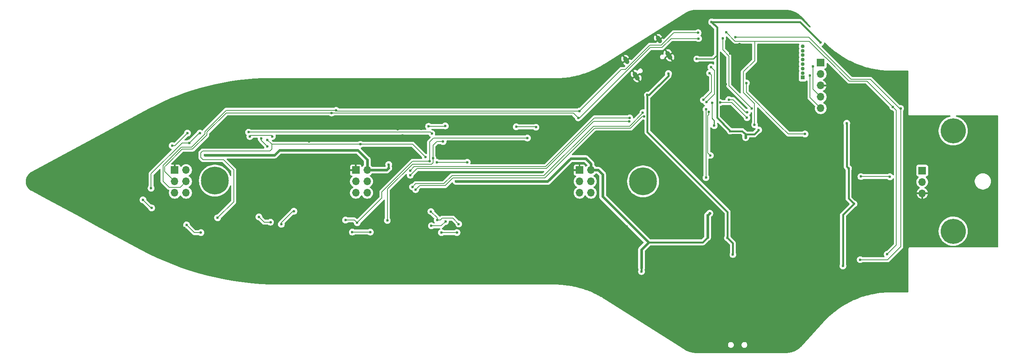
<source format=gbr>
%TF.GenerationSoftware,KiCad,Pcbnew,9.0.2*%
%TF.CreationDate,2025-07-07T16:25:27-05:00*%
%TF.ProjectId,Neoswordkicad,4e656f73-776f-4726-946b-696361642e6b,rev?*%
%TF.SameCoordinates,Original*%
%TF.FileFunction,Copper,L2,Bot*%
%TF.FilePolarity,Positive*%
%FSLAX46Y46*%
G04 Gerber Fmt 4.6, Leading zero omitted, Abs format (unit mm)*
G04 Created by KiCad (PCBNEW 9.0.2) date 2025-07-07 16:25:27*
%MOMM*%
%LPD*%
G01*
G04 APERTURE LIST*
G04 Aperture macros list*
%AMHorizOval*
0 Thick line with rounded ends*
0 $1 width*
0 $2 $3 position (X,Y) of the first rounded end (center of the circle)*
0 $4 $5 position (X,Y) of the second rounded end (center of the circle)*
0 Add line between two ends*
20,1,$1,$2,$3,$4,$5,0*
0 Add two circle primitives to create the rounded ends*
1,1,$1,$2,$3*
1,1,$1,$4,$5*%
G04 Aperture macros list end*
%TA.AperFunction,ComponentPad*%
%ADD10HorizOval,1.000000X-0.295515X0.463865X0.295515X-0.463865X0*%
%TD*%
%TA.AperFunction,ComponentPad*%
%ADD11HorizOval,1.000000X-0.214920X0.337357X0.214920X-0.337357X0*%
%TD*%
%TA.AperFunction,ComponentPad*%
%ADD12C,6.200000*%
%TD*%
%TA.AperFunction,HeatsinkPad*%
%ADD13C,0.600000*%
%TD*%
%TA.AperFunction,ComponentPad*%
%ADD14R,1.700000X1.700000*%
%TD*%
%TA.AperFunction,ComponentPad*%
%ADD15O,1.700000X1.700000*%
%TD*%
%TA.AperFunction,ComponentPad*%
%ADD16C,5.600000*%
%TD*%
%TA.AperFunction,ComponentPad*%
%ADD17R,0.850000X0.850000*%
%TD*%
%TA.AperFunction,ComponentPad*%
%ADD18O,0.850000X0.850000*%
%TD*%
%TA.AperFunction,ViaPad*%
%ADD19C,0.600000*%
%TD*%
%TA.AperFunction,Conductor*%
%ADD20C,0.600000*%
%TD*%
%TA.AperFunction,Conductor*%
%ADD21C,0.250000*%
%TD*%
%TA.AperFunction,Conductor*%
%ADD22C,0.400000*%
%TD*%
%TA.AperFunction,Conductor*%
%ADD23C,0.200000*%
%TD*%
G04 APERTURE END LIST*
D10*
%TO.P,J11,S1,SHIELD*%
%TO.N,VSS*%
X185499750Y-77535165D03*
D11*
X183269956Y-74035092D03*
X175983055Y-78677358D03*
D10*
X178212848Y-82177433D03*
%TD*%
D12*
%TO.P,H4,1*%
%TO.N,N/C*%
X84400000Y-105525000D03*
%TD*%
D13*
%TO.P,U1,41,GND*%
%TO.N,VSS*%
X199100000Y-75700000D03*
X199100000Y-77100000D03*
X199800000Y-75000000D03*
X199800000Y-76400000D03*
X199800000Y-77800000D03*
X200500000Y-75700000D03*
X200500000Y-77100000D03*
X201200000Y-75000000D03*
X201200000Y-76400000D03*
X201200000Y-77800000D03*
X201900000Y-75700000D03*
X201900000Y-77100000D03*
%TD*%
D14*
%TO.P,J10,1,Pin_1*%
%TO.N,3v3*%
X219300000Y-79200000D03*
D15*
%TO.P,J10,2,Pin_2*%
%TO.N,Boot*%
X219300000Y-81740000D03*
%TO.P,J10,3,Pin_3*%
%TO.N,VSS*%
X219300000Y-84280000D03*
%TO.P,J10,4,Pin_4*%
%TO.N,TX*%
X219300000Y-86820000D03*
%TO.P,J10,5,Pin_5*%
%TO.N,RX*%
X219300000Y-89360000D03*
%TD*%
D14*
%TO.P,J7,1,Pin_1*%
%TO.N,VSS*%
X165600000Y-103161482D03*
D15*
%TO.P,J7,2,Pin_2*%
%TO.N,3v3*%
X168140000Y-103161482D03*
%TO.P,J7,3,Pin_3*%
%TO.N,SCL2*%
X165600000Y-105701482D03*
%TO.P,J7,4,Pin_4*%
%TO.N,SDA2*%
X168140000Y-105701482D03*
%TO.P,J7,5,Pin_5*%
%TO.N,unconnected-(J7-Pin_5-Pad5)*%
X165600000Y-108241482D03*
%TO.P,J7,6,Pin_6*%
%TO.N,unconnected-(J7-Pin_6-Pad6)*%
X168140000Y-108241482D03*
%TD*%
D16*
%TO.P,H1,1*%
%TO.N,N/C*%
X248800000Y-94400000D03*
%TD*%
D17*
%TO.P,J5,1,Pin_1*%
%TO.N,Net-(J5-Pin_1)*%
X215300000Y-82500000D03*
D18*
%TO.P,J5,2,Pin_2*%
%TO.N,Net-(J5-Pin_2)*%
X215300000Y-81500000D03*
%TO.P,J5,3,Pin_3*%
%TO.N,Net-(J5-Pin_3)*%
X215300000Y-80500000D03*
%TO.P,J5,4,Pin_4*%
%TO.N,Net-(J5-Pin_4)*%
X215300000Y-79500000D03*
%TO.P,J5,5,Pin_5*%
%TO.N,Net-(J5-Pin_5)*%
X215300000Y-78500000D03*
%TO.P,J5,6,Pin_6*%
%TO.N,Net-(J5-Pin_6)*%
X215300000Y-77500000D03*
%TO.P,J5,7,Pin_7*%
%TO.N,Net-(J5-Pin_7)*%
X215300000Y-76500000D03*
%TO.P,J5,8,Pin_8*%
%TO.N,Net-(J5-Pin_8)*%
X215300000Y-75500000D03*
%TD*%
D14*
%TO.P,J2,1,Pin_1*%
%TO.N,VSS*%
X75460000Y-103161482D03*
D15*
%TO.P,J2,2,Pin_2*%
%TO.N,3v3*%
X78000000Y-103161482D03*
%TO.P,J2,3,Pin_3*%
%TO.N,SCL2*%
X75460000Y-105701482D03*
%TO.P,J2,4,Pin_4*%
%TO.N,SDA2*%
X78000000Y-105701482D03*
%TO.P,J2,5,Pin_5*%
%TO.N,unconnected-(J2-Pin_5-Pad5)*%
X75460000Y-108241482D03*
%TO.P,J2,6,Pin_6*%
%TO.N,unconnected-(J2-Pin_6-Pad6)*%
X78000000Y-108241482D03*
%TD*%
D14*
%TO.P,J4,1,Pin_1*%
%TO.N,VSS*%
X115780000Y-103161482D03*
D15*
%TO.P,J4,2,Pin_2*%
%TO.N,3v3*%
X118320000Y-103161482D03*
%TO.P,J4,3,Pin_3*%
%TO.N,SCL2*%
X115780000Y-105701482D03*
%TO.P,J4,4,Pin_4*%
%TO.N,SDA2*%
X118320000Y-105701482D03*
%TO.P,J4,5,Pin_5*%
%TO.N,unconnected-(J4-Pin_5-Pad5)*%
X115780000Y-108241482D03*
%TO.P,J4,6,Pin_6*%
%TO.N,unconnected-(J4-Pin_6-Pad6)*%
X118320000Y-108241482D03*
%TD*%
D16*
%TO.P,H2,1*%
%TO.N,N/C*%
X248800000Y-116800000D03*
%TD*%
D14*
%TO.P,J9,1,Pin_1*%
%TO.N,LEDout*%
X241900000Y-103260000D03*
D15*
%TO.P,J9,2,Pin_2*%
%TO.N,3v3*%
X241900000Y-105800000D03*
%TO.P,J9,3,Pin_3*%
%TO.N,VSS*%
X241900000Y-108340000D03*
%TD*%
D12*
%TO.P,H5,1*%
%TO.N,N/C*%
X179750000Y-105700000D03*
%TD*%
D19*
%TO.N,3v3*%
X191700000Y-78350000D03*
%TO.N,VSS*%
X228300000Y-107300000D03*
X190800000Y-114400000D03*
X120050000Y-104900000D03*
X176100000Y-115700000D03*
X177750000Y-76800000D03*
X110900000Y-117050000D03*
X100650000Y-100950000D03*
X199600000Y-131500000D03*
X189800000Y-134400000D03*
X137050000Y-107200000D03*
X233750000Y-110450000D03*
X189300000Y-130100000D03*
X125200000Y-102800000D03*
X184300000Y-72800000D03*
X185400000Y-71600000D03*
X155800000Y-92050000D03*
X112200000Y-101000000D03*
X187650000Y-106850000D03*
X140350000Y-91550000D03*
X136900000Y-99050000D03*
X130350000Y-94000000D03*
X198700000Y-98300000D03*
X171800000Y-105850000D03*
X191700000Y-67900000D03*
X119650000Y-101400000D03*
X203100000Y-121500000D03*
X138050000Y-110050000D03*
X191300000Y-92100000D03*
X234850000Y-102050000D03*
X224100000Y-107900000D03*
X228800000Y-100300000D03*
X182750000Y-77050000D03*
X123100000Y-100500000D03*
X126500000Y-106500000D03*
X190900000Y-103400000D03*
X132050000Y-87350000D03*
X107500000Y-92150000D03*
X198950000Y-102050000D03*
X125200000Y-106400000D03*
X142850000Y-107200000D03*
X227000000Y-96000000D03*
X235200000Y-95500000D03*
X138650000Y-107200000D03*
X228100000Y-100900000D03*
X147300000Y-87900000D03*
X104550000Y-99900000D03*
X123500000Y-104500000D03*
X181200000Y-74250000D03*
X170400000Y-82500000D03*
X198201057Y-83990209D03*
X147900000Y-91550000D03*
X191600000Y-128000000D03*
X184000000Y-121200000D03*
X162000000Y-105700000D03*
X140250000Y-107200000D03*
X113950000Y-92000000D03*
X191750000Y-86800000D03*
X134050000Y-92350000D03*
X196400000Y-125900000D03*
X140500000Y-99200000D03*
X183400000Y-122400000D03*
X239100000Y-102300000D03*
X203400000Y-117050000D03*
X191100000Y-68800000D03*
X122100000Y-98400000D03*
X192300000Y-132200000D03*
X186800000Y-132200000D03*
X151850000Y-107350000D03*
X187050000Y-79900000D03*
X126250000Y-95450000D03*
X126300000Y-105300000D03*
X142800000Y-98500000D03*
X234200000Y-96400000D03*
X132150000Y-104850000D03*
X205500000Y-128500000D03*
X239100000Y-109400000D03*
X231500000Y-105600000D03*
X148700000Y-94900000D03*
X189450000Y-113400000D03*
X113200000Y-103100000D03*
X189200000Y-95600000D03*
X203800000Y-125700000D03*
X182000000Y-120400000D03*
X131050000Y-104850000D03*
X190100000Y-68300000D03*
X142700000Y-100900000D03*
X141550000Y-94900000D03*
X139600000Y-103600000D03*
X130500000Y-105350000D03*
X229900000Y-107500000D03*
X131600000Y-104300000D03*
X194200000Y-130400000D03*
X132750000Y-105350000D03*
X105400000Y-96750000D03*
X72800000Y-110200000D03*
X124200000Y-107500000D03*
X150050000Y-100850000D03*
X125150000Y-94100000D03*
X169600000Y-99350000D03*
X182200000Y-83300000D03*
X191300000Y-80200000D03*
X202000000Y-127800000D03*
X194112500Y-106100000D03*
X192700000Y-95750000D03*
X140500000Y-103600000D03*
X194200000Y-134300000D03*
X187800000Y-103750000D03*
X190350000Y-106300000D03*
X109050000Y-109400000D03*
X185450000Y-86850000D03*
X123100000Y-99200000D03*
X233700000Y-95000000D03*
X113250000Y-95900000D03*
X198250000Y-90750000D03*
X122800000Y-105400000D03*
X203650000Y-119250000D03*
X160150000Y-95600000D03*
X235200000Y-97400000D03*
X199800000Y-136400000D03*
X230300000Y-106100000D03*
X77646866Y-116119148D03*
X198000000Y-129000000D03*
X193775000Y-122900000D03*
X197900000Y-133400000D03*
X124500000Y-108700000D03*
X113800000Y-100100000D03*
X132750000Y-104300000D03*
X139100000Y-94700000D03*
X178650000Y-129950000D03*
X124300000Y-103700000D03*
X229700000Y-101000000D03*
X223600000Y-99600000D03*
X130500000Y-104300000D03*
X130350000Y-95500000D03*
X115800000Y-100800000D03*
X195461581Y-120688419D03*
X199800000Y-125600000D03*
X128850000Y-120600000D03*
X150000000Y-98200000D03*
X195750000Y-104850000D03*
X186700000Y-70600000D03*
X131600000Y-105350000D03*
%TO.N,LEDout*%
X215800000Y-95100000D03*
X234700000Y-104650000D03*
X202750000Y-83700000D03*
X228250000Y-104600000D03*
%TO.N,SCL*%
X127900000Y-104300000D03*
X176650000Y-92300000D03*
X202950000Y-90250000D03*
X198825000Y-87425000D03*
X194725000Y-99875000D03*
X194400000Y-90200000D03*
%TO.N,SDA*%
X176755761Y-91505761D03*
X127900000Y-103300000D03*
X193750000Y-89600000D03*
X193750000Y-104850000D03*
X196900000Y-88085000D03*
X202875000Y-91475000D03*
%TO.N,RX*%
X216900000Y-82080000D03*
%TO.N,TX*%
X217600000Y-80040000D03*
%TO.N,+5V*%
X199750000Y-122000000D03*
X180700000Y-86400000D03*
X185400000Y-81600000D03*
X198550000Y-118300000D03*
%TO.N,ACT*%
X195600000Y-93250000D03*
X195100000Y-88100000D03*
%TO.N,C3*%
X113500000Y-114300000D03*
X116100000Y-114900000D03*
X154000000Y-96000000D03*
X96800000Y-114800000D03*
X94200000Y-113600000D03*
X132218946Y-101168946D03*
%TO.N,C2*%
X78700000Y-97100000D03*
X70200000Y-107200000D03*
X132950000Y-100500000D03*
X135750000Y-114650000D03*
X132600000Y-115600000D03*
X91900000Y-94700000D03*
X132700000Y-95000000D03*
X135200000Y-96800000D03*
X122800000Y-114400000D03*
X81100000Y-94900000D03*
%TO.N,C1*%
X131277509Y-100281358D03*
X133800000Y-101400000D03*
X140600000Y-101400000D03*
X96100000Y-96400000D03*
X116800000Y-97400000D03*
X85000000Y-113800000D03*
%TO.N,R6*%
X96112121Y-97898584D03*
X94700000Y-96100000D03*
%TO.N,R2*%
X155900000Y-93600000D03*
X135700000Y-93300000D03*
X132000000Y-93400000D03*
X151500000Y-93500000D03*
%TO.N,R11*%
X115000000Y-117000000D03*
X119000000Y-117000000D03*
X138300000Y-117100000D03*
X134850000Y-117100000D03*
%TO.N,R9*%
X132500000Y-112400000D03*
X133900000Y-114300000D03*
X138700000Y-115200000D03*
%TO.N,R8*%
X99200000Y-115250000D03*
X102000000Y-112350000D03*
%TO.N,R10*%
X78100000Y-115400000D03*
X81300000Y-117100000D03*
X68400000Y-109800000D03*
X70328600Y-111600000D03*
%TO.N,R4*%
X97194520Y-95650000D03*
X78300000Y-94900000D03*
X74900000Y-97700000D03*
X92200000Y-95650000D03*
%TO.N,LEDen*%
X193850000Y-88000000D03*
X194850000Y-80150000D03*
X129100000Y-107500000D03*
X179950000Y-91150000D03*
%TO.N,LEDint*%
X194550000Y-81500000D03*
X179681206Y-90343617D03*
X193150000Y-87500000D03*
X128400000Y-106900000D03*
%TO.N,SCL2*%
X197475000Y-73760000D03*
X200291082Y-73521842D03*
X165300000Y-91500000D03*
X203950000Y-89450000D03*
X110400000Y-90400000D03*
X237100000Y-89400000D03*
X228100000Y-123150000D03*
X192100000Y-73800000D03*
%TO.N,SDA2*%
X111400000Y-89800000D03*
X198250000Y-72400000D03*
X192000000Y-72500000D03*
X165600000Y-90000000D03*
X234100000Y-121950000D03*
X204575000Y-93025000D03*
X235350000Y-89050000D03*
%TO.N,3v3*%
X179400000Y-125800000D03*
X82200000Y-99800000D03*
X202600000Y-95200000D03*
X199150000Y-94450000D03*
X194600000Y-112800000D03*
X225500000Y-102800000D03*
X179400000Y-125000000D03*
X225100000Y-92700000D03*
X138800000Y-105700000D03*
X123100000Y-102700000D03*
X224250000Y-124550000D03*
X194100000Y-118187500D03*
X194100000Y-113300000D03*
X226700000Y-110700000D03*
X123100000Y-101900000D03*
X138100000Y-105700000D03*
X195000000Y-70100000D03*
X82900000Y-99800000D03*
X205500000Y-94200000D03*
X219300000Y-74700000D03*
X202600000Y-95900000D03*
%TD*%
D20*
%TO.N,3v3*%
X202600000Y-95900000D02*
X202600000Y-95200000D01*
D21*
X191700000Y-78350000D02*
X195350000Y-78350000D01*
D22*
X196200000Y-71300000D02*
X196200000Y-77500000D01*
D21*
X195350000Y-78350000D02*
X196200000Y-77500000D01*
D22*
X224250000Y-113150000D02*
X224250000Y-124550000D01*
X226700000Y-110700000D02*
X224250000Y-113150000D01*
D23*
%TO.N,LEDout*%
X234700000Y-104650000D02*
X234650000Y-104600000D01*
X234650000Y-104600000D02*
X228250000Y-104600000D01*
%TO.N,VSS*%
X229700000Y-101000000D02*
X229700000Y-101100000D01*
%TO.N,LEDout*%
X212065685Y-95100000D02*
X215800000Y-95100000D01*
X202750000Y-83700000D02*
X202750000Y-85784315D01*
X202750000Y-85784315D02*
X210250000Y-93284315D01*
X210250000Y-93284315D02*
X212065685Y-95100000D01*
%TO.N,SCL*%
X202625000Y-90250000D02*
X199800000Y-87425000D01*
X194400000Y-90750000D02*
X194400000Y-90200000D01*
X202950000Y-90250000D02*
X202625000Y-90250000D01*
X194725000Y-99875000D02*
X194150000Y-99300000D01*
X199800000Y-87425000D02*
X198825000Y-87425000D01*
X127900000Y-104300000D02*
X129400000Y-102800000D01*
X194150000Y-99300000D02*
X194150000Y-91000000D01*
X129400000Y-102800000D02*
X158200000Y-102800000D01*
X194150000Y-91000000D02*
X194400000Y-90750000D01*
X168700000Y-92300000D02*
X176650000Y-92300000D01*
X158200000Y-102800000D02*
X168700000Y-92300000D01*
%TO.N,SDA*%
X199485000Y-88085000D02*
X196900000Y-88085000D01*
X158034314Y-102400000D02*
X168928553Y-91505761D01*
X168928553Y-91505761D02*
X176755761Y-91505761D01*
X128800000Y-102400000D02*
X158034314Y-102400000D01*
X202875000Y-91475000D02*
X199485000Y-88085000D01*
X127900000Y-103300000D02*
X128800000Y-102400000D01*
X193750000Y-89600000D02*
X193750000Y-104850000D01*
%TO.N,RX*%
X216900000Y-86960000D02*
X216900000Y-82080000D01*
X219300000Y-89360000D02*
X216900000Y-86960000D01*
%TO.N,TX*%
X217600000Y-85120000D02*
X217600000Y-80040000D01*
X219300000Y-86820000D02*
X217600000Y-85120000D01*
D22*
%TO.N,+5V*%
X180700000Y-94650000D02*
X198550000Y-112500000D01*
X198550000Y-118300000D02*
X199750000Y-119500000D01*
X185400000Y-82100000D02*
X185400000Y-81600000D01*
X198550000Y-112500000D02*
X198550000Y-118300000D01*
X180700000Y-86400000D02*
X180700000Y-94650000D01*
X181100000Y-86400000D02*
X185400000Y-82100000D01*
X199750000Y-119500000D02*
X199750000Y-122000000D01*
X180700000Y-86400000D02*
X181100000Y-86400000D01*
D23*
%TO.N,ACT*%
X195100000Y-88100000D02*
X195100000Y-91650000D01*
D21*
X195600000Y-92150000D02*
X195100000Y-91650000D01*
X195600000Y-93250000D02*
X195600000Y-92150000D01*
D23*
%TO.N,C3*%
X115500000Y-114300000D02*
X116100000Y-114900000D01*
X154000000Y-96000000D02*
X133100000Y-96000000D01*
X113500000Y-114300000D02*
X115500000Y-114300000D01*
X133100000Y-96000000D02*
X132218946Y-96881054D01*
X132197346Y-101200000D02*
X132218946Y-101178400D01*
X132218946Y-96881054D02*
X132218946Y-101168946D01*
X132218946Y-101178400D02*
X132218946Y-101168946D01*
X121600000Y-108000000D02*
X128400000Y-101200000D01*
X116100000Y-114900000D02*
X121600000Y-109400000D01*
X128400000Y-101200000D02*
X132197346Y-101200000D01*
X95400000Y-114800000D02*
X96800000Y-114800000D01*
X132300000Y-101087891D02*
X132089891Y-101298000D01*
X121600000Y-109400000D02*
X121600000Y-108000000D01*
X94200000Y-113600000D02*
X95400000Y-114800000D01*
%TO.N,C2*%
X132950000Y-97650000D02*
X132950000Y-100500000D01*
X132400000Y-94700000D02*
X132700000Y-95000000D01*
X132631054Y-101818946D02*
X128381054Y-101818946D01*
X133800000Y-96800000D02*
X132950000Y-97650000D01*
X132600000Y-115600000D02*
X134800000Y-115600000D01*
X134800000Y-115600000D02*
X135750000Y-114650000D01*
X77100000Y-97100000D02*
X78700000Y-97100000D01*
X70200000Y-107200000D02*
X70200000Y-104000000D01*
X132950000Y-100500000D02*
X132950000Y-101500000D01*
X122800000Y-107400000D02*
X122800000Y-114400000D01*
X91900000Y-94700000D02*
X132400000Y-94700000D01*
X70200000Y-104000000D02*
X77100000Y-97100000D01*
X78700000Y-97100000D02*
X80800000Y-95000000D01*
X80800000Y-95000000D02*
X80900000Y-94900000D01*
X135200000Y-96800000D02*
X133800000Y-96800000D01*
X128381054Y-101818946D02*
X122800000Y-107400000D01*
X80900000Y-94900000D02*
X81100000Y-94900000D01*
X132950000Y-101500000D02*
X132631054Y-101818946D01*
%TO.N,C1*%
X88600000Y-110200000D02*
X85000000Y-113800000D01*
X88600000Y-103100000D02*
X88600000Y-110200000D01*
X140600000Y-101400000D02*
X133800000Y-101400000D01*
X81700000Y-98900000D02*
X81300000Y-99300000D01*
X97100000Y-98500000D02*
X96700000Y-98900000D01*
X81300000Y-99300000D02*
X81300000Y-100300000D01*
X116800000Y-97400000D02*
X128396151Y-97400000D01*
X128396151Y-97400000D02*
X131277509Y-100281358D01*
X97100000Y-97400000D02*
X97100000Y-98500000D01*
X81300000Y-100300000D02*
X81800000Y-100800000D01*
X96700000Y-98900000D02*
X81700000Y-98900000D01*
X81800000Y-100800000D02*
X86300000Y-100800000D01*
X96100000Y-96400000D02*
X97100000Y-97400000D01*
X116800000Y-97400000D02*
X97100000Y-97400000D01*
X86300000Y-100800000D02*
X88600000Y-103100000D01*
%TO.N,R6*%
X94700000Y-96486462D02*
X94700000Y-96100000D01*
X96112121Y-97898584D02*
X94700000Y-96486462D01*
%TO.N,R2*%
X132000000Y-93400000D02*
X135600000Y-93400000D01*
X155800000Y-93500000D02*
X155900000Y-93600000D01*
X135600000Y-93400000D02*
X135700000Y-93300000D01*
X151500000Y-93500000D02*
X155800000Y-93500000D01*
%TO.N,R11*%
X119000000Y-117000000D02*
X115000000Y-117000000D01*
X138300000Y-117100000D02*
X134850000Y-117100000D01*
%TO.N,R9*%
X135000000Y-113900000D02*
X137400000Y-113900000D01*
X134600000Y-114300000D02*
X135000000Y-113900000D01*
X133900000Y-113800000D02*
X133900000Y-114300000D01*
X132500000Y-112400000D02*
X133900000Y-113800000D01*
X133900000Y-114300000D02*
X134600000Y-114300000D01*
X137400000Y-113900000D02*
X138700000Y-115200000D01*
%TO.N,R8*%
X99200000Y-114900000D02*
X101750000Y-112350000D01*
X101750000Y-112350000D02*
X102000000Y-112350000D01*
X99200000Y-115250000D02*
X99200000Y-114900000D01*
%TO.N,R10*%
X79800000Y-117100000D02*
X78100000Y-115400000D01*
X81300000Y-117100000D02*
X79800000Y-117100000D01*
X70200000Y-111600000D02*
X70328600Y-111600000D01*
X68400000Y-109800000D02*
X70200000Y-111600000D01*
%TO.N,R4*%
X75500000Y-97700000D02*
X78300000Y-94900000D01*
X92200000Y-95400000D02*
X97194520Y-95400000D01*
X97194520Y-95400000D02*
X97194520Y-95650000D01*
X74900000Y-97700000D02*
X75500000Y-97700000D01*
X92200000Y-95650000D02*
X92200000Y-95400000D01*
%TO.N,LEDen*%
X157850000Y-104900000D02*
X168950000Y-93800000D01*
X130000000Y-106600000D02*
X135700000Y-106600000D01*
X168950000Y-93800000D02*
X176950000Y-93800000D01*
X195650000Y-86200000D02*
X195650000Y-86050000D01*
X129100000Y-107500000D02*
X130000000Y-106600000D01*
X137400000Y-104900000D02*
X157850000Y-104900000D01*
X193850000Y-88000000D02*
X195650000Y-86200000D01*
X195650000Y-86050000D02*
X195650000Y-80950000D01*
X195650000Y-80950000D02*
X194850000Y-80150000D01*
X135700000Y-106600000D02*
X137400000Y-104900000D01*
X176950000Y-93800000D02*
X179600000Y-91150000D01*
X179600000Y-91150000D02*
X179950000Y-91150000D01*
%TO.N,LEDint*%
X195000000Y-85650000D02*
X195000000Y-82800000D01*
X193150000Y-87500000D02*
X195000000Y-85650000D01*
X195000000Y-81950000D02*
X194550000Y-81500000D01*
X195000000Y-82800000D02*
X195000000Y-81950000D01*
X157650000Y-104400000D02*
X168700000Y-93350000D01*
X135400000Y-106200000D02*
X137200000Y-104400000D01*
X176750000Y-93350000D02*
X179681206Y-90418794D01*
X168700000Y-93350000D02*
X176750000Y-93350000D01*
X179681206Y-90418794D02*
X179681206Y-90343617D01*
X128400000Y-106900000D02*
X129100000Y-106200000D01*
X129100000Y-106200000D02*
X135400000Y-106200000D01*
X137200000Y-104400000D02*
X157650000Y-104400000D01*
%TO.N,SCL2*%
X198851057Y-84351057D02*
X198851057Y-77701000D01*
X230361797Y-82900000D02*
X226050000Y-82900000D01*
X79400000Y-98500000D02*
X77100000Y-98500000D01*
X198851057Y-77701000D02*
X197475000Y-76324943D01*
X82600000Y-95300000D02*
X79400000Y-98500000D01*
X165300000Y-91500000D02*
X164200000Y-90400000D01*
X164200000Y-90400000D02*
X110400000Y-90400000D01*
X165600000Y-91500000D02*
X165300000Y-91500000D01*
X236861797Y-89400000D02*
X230361797Y-82900000D01*
X237100000Y-89400000D02*
X237100000Y-120250000D01*
X234200000Y-123150000D02*
X228100000Y-123150000D01*
X197475000Y-76324943D02*
X197475000Y-73760000D01*
X73258518Y-103500000D02*
X75460000Y-105701482D01*
X86900000Y-90400000D02*
X82600000Y-94700000D01*
X226050000Y-82900000D02*
X216671842Y-73521842D01*
X73258518Y-103500000D02*
X73258518Y-102341482D01*
X203950000Y-89450000D02*
X198851057Y-84351057D01*
X82600000Y-94700000D02*
X82600000Y-95300000D01*
X216671842Y-73521842D02*
X200291082Y-73521842D01*
X186000000Y-73800000D02*
X184000000Y-75800000D01*
X184000000Y-75800000D02*
X181300000Y-75800000D01*
X237100000Y-120250000D02*
X234200000Y-123150000D01*
X110400000Y-90400000D02*
X86900000Y-90400000D01*
X73258518Y-102341482D02*
X73600000Y-102000000D01*
X77100000Y-98500000D02*
X73600000Y-102000000D01*
X181300000Y-75800000D02*
X165600000Y-91500000D01*
X192100000Y-73800000D02*
X186000000Y-73800000D01*
X237100000Y-89400000D02*
X236861797Y-89400000D01*
%TO.N,SDA2*%
X204550000Y-93000000D02*
X204550000Y-88350000D01*
X198250000Y-72400000D02*
X200249000Y-74399000D01*
X202075000Y-85875000D02*
X202075000Y-81225000D01*
X111600000Y-90000000D02*
X111400000Y-89800000D01*
X200249000Y-74399000D02*
X204600000Y-74399000D01*
X220399000Y-78049000D02*
X220451000Y-78049000D01*
X183800000Y-75300000D02*
X181234314Y-75300000D01*
X82200000Y-94534315D02*
X82200000Y-95050000D01*
X220451000Y-78049000D02*
X220451000Y-78101000D01*
X229600000Y-83300000D02*
X235350000Y-89050000D01*
X72858518Y-105658518D02*
X74200000Y-107000000D01*
X79200000Y-98050000D02*
X76950000Y-98050000D01*
X181234314Y-75300000D02*
X175826923Y-80707391D01*
X72858518Y-102141482D02*
X72858518Y-105658518D01*
X236150000Y-119650000D02*
X236150000Y-89850000D01*
X204600000Y-78700000D02*
X204600000Y-74399000D01*
X236150000Y-89850000D02*
X235350000Y-89050000D01*
X111400000Y-89800000D02*
X86934315Y-89800000D01*
X220451000Y-78101000D02*
X225650000Y-83300000D01*
X74200000Y-107000000D02*
X76701482Y-107000000D01*
X192000000Y-72500000D02*
X186600000Y-72500000D01*
X186600000Y-72500000D02*
X183800000Y-75300000D01*
X82200000Y-95050000D02*
X79200000Y-98050000D01*
X86934315Y-89800000D02*
X82200000Y-94534315D01*
X76701482Y-107000000D02*
X78000000Y-105701482D01*
X216749000Y-74399000D02*
X220399000Y-78049000D01*
X204575000Y-93025000D02*
X204550000Y-93000000D01*
X76950000Y-98050000D02*
X72858518Y-102141482D01*
X234100000Y-121950000D02*
X236150000Y-119900000D01*
X165600000Y-90000000D02*
X111600000Y-90000000D01*
X175826923Y-80707391D02*
X174892609Y-80707391D01*
X204600000Y-74399000D02*
X216749000Y-74399000D01*
X204550000Y-88350000D02*
X202075000Y-85875000D01*
X225650000Y-83300000D02*
X229600000Y-83300000D01*
X236150000Y-119900000D02*
X236150000Y-119650000D01*
X174892609Y-80707391D02*
X165600000Y-90000000D01*
X202075000Y-81225000D02*
X204600000Y-78700000D01*
D22*
%TO.N,3v3*%
X196200000Y-91475000D02*
X199150000Y-94425000D01*
X202600000Y-95200000D02*
X204500000Y-95200000D01*
X179400000Y-125000000D02*
X179400000Y-125800000D01*
X199150000Y-94425000D02*
X199150000Y-94450000D01*
D20*
X167000000Y-100600000D02*
X168140000Y-101740000D01*
D22*
X195000000Y-70100000D02*
X196200000Y-71300000D01*
D20*
X138800000Y-105700000D02*
X158500000Y-105700000D01*
D22*
X195000000Y-70100000D02*
X214700000Y-70100000D01*
X225100000Y-102400000D02*
X225500000Y-102800000D01*
D20*
X158500000Y-105700000D02*
X163600000Y-100600000D01*
D22*
X123100000Y-101900000D02*
X123100000Y-102700000D01*
X199150000Y-94450000D02*
X201850000Y-94450000D01*
X204500000Y-95200000D02*
X205500000Y-94200000D01*
D20*
X170750000Y-104150000D02*
X169761482Y-103161482D01*
X163600000Y-100600000D02*
X167000000Y-100600000D01*
X169761482Y-103161482D02*
X168140000Y-103161482D01*
X138100000Y-105700000D02*
X138800000Y-105700000D01*
D22*
X226700000Y-110700000D02*
X225500000Y-109500000D01*
D20*
X168140000Y-101740000D02*
X168140000Y-103161482D01*
D22*
X214700000Y-70100000D02*
X219300000Y-74700000D01*
X225500000Y-109500000D02*
X225500000Y-102800000D01*
D20*
X181000000Y-119300000D02*
X179400000Y-120900000D01*
D22*
X225100000Y-92700000D02*
X225100000Y-102400000D01*
D20*
X122638518Y-103161482D02*
X123100000Y-102700000D01*
X179400000Y-120900000D02*
X179400000Y-125000000D01*
X194100000Y-118187500D02*
X194100000Y-113300000D01*
D22*
X196200000Y-90775000D02*
X196200000Y-91475000D01*
X194100000Y-118187500D02*
X194100000Y-118200000D01*
X194100000Y-118200000D02*
X193000000Y-119300000D01*
D20*
X181000000Y-119300000D02*
X170750000Y-109050000D01*
X116199999Y-98700000D02*
X118320000Y-100820001D01*
X97700000Y-99800000D02*
X82200000Y-99800000D01*
X98800000Y-98700000D02*
X116199999Y-98700000D01*
D22*
X193000000Y-119300000D02*
X181000000Y-119300000D01*
D20*
X118320000Y-100820001D02*
X118320000Y-103161482D01*
X194100000Y-113300000D02*
X194600000Y-112800000D01*
X118320000Y-103161482D02*
X122638518Y-103161482D01*
D22*
X201850000Y-94450000D02*
X202600000Y-95200000D01*
X196200000Y-77500000D02*
X196200000Y-90700000D01*
X196200000Y-90700000D02*
X196200000Y-90775000D01*
D20*
X170750000Y-109050000D02*
X170750000Y-104150000D01*
X98800000Y-98700000D02*
X97700000Y-99800000D01*
%TD*%
%TA.AperFunction,Conductor*%
%TO.N,VSS*%
G36*
X131966367Y-95270462D02*
G01*
X132020905Y-95325000D01*
X132029525Y-95342480D01*
X132034913Y-95355489D01*
X132034914Y-95355491D01*
X132034916Y-95355495D01*
X132117049Y-95478416D01*
X132221584Y-95582951D01*
X132303158Y-95637456D01*
X132344503Y-95665083D01*
X132344505Y-95665084D01*
X132359023Y-95671098D01*
X132420212Y-95718051D01*
X132449727Y-95789309D01*
X132439658Y-95865777D01*
X132407360Y-95914114D01*
X131778435Y-96543039D01*
X131707974Y-96665082D01*
X131707975Y-96665083D01*
X131705962Y-96668568D01*
X131668446Y-96808578D01*
X131668446Y-99412360D01*
X131664677Y-99426422D01*
X131665678Y-99440949D01*
X131654857Y-99463072D01*
X131648484Y-99486860D01*
X131638188Y-99497155D01*
X131631792Y-99510234D01*
X131611361Y-99523982D01*
X131593946Y-99541398D01*
X131579882Y-99545166D01*
X131567803Y-99553295D01*
X131543435Y-99554932D01*
X131519446Y-99561360D01*
X131490857Y-99558592D01*
X131490556Y-99558533D01*
X131351427Y-99530858D01*
X131348997Y-99530858D01*
X131339591Y-99529019D01*
X131311080Y-99515075D01*
X131281390Y-99503900D01*
X131272077Y-99495999D01*
X131270306Y-99495133D01*
X131269307Y-99493649D01*
X131262821Y-99488146D01*
X130017939Y-98243264D01*
X128734166Y-96959490D01*
X128716863Y-96949500D01*
X128608637Y-96887016D01*
X128584195Y-96880467D01*
X128559754Y-96873918D01*
X128559752Y-96873917D01*
X128468626Y-96849500D01*
X117371270Y-96849500D01*
X117296770Y-96829538D01*
X117284533Y-96821068D01*
X117284502Y-96821116D01*
X117278417Y-96817050D01*
X117278416Y-96817049D01*
X117250723Y-96798545D01*
X117155497Y-96734916D01*
X117049852Y-96691157D01*
X117018913Y-96678342D01*
X117018911Y-96678341D01*
X117018912Y-96678341D01*
X116873921Y-96649500D01*
X116873918Y-96649500D01*
X116726082Y-96649500D01*
X116726078Y-96649500D01*
X116581088Y-96678341D01*
X116444502Y-96734916D01*
X116340170Y-96804629D01*
X116321584Y-96817049D01*
X116321582Y-96817050D01*
X116315498Y-96821116D01*
X116314511Y-96819639D01*
X116253004Y-96847509D01*
X116228730Y-96849500D01*
X97389742Y-96849500D01*
X97370794Y-96844423D01*
X97351178Y-96844423D01*
X97334190Y-96834615D01*
X97315242Y-96829538D01*
X97284383Y-96805859D01*
X97133383Y-96654859D01*
X97094819Y-96588064D01*
X97094819Y-96510936D01*
X97133383Y-96444141D01*
X97200178Y-96405577D01*
X97238742Y-96400500D01*
X97268434Y-96400500D01*
X97268438Y-96400500D01*
X97413433Y-96371658D01*
X97550015Y-96315084D01*
X97550015Y-96315083D01*
X97550017Y-96315083D01*
X97579862Y-96295141D01*
X97672936Y-96232951D01*
X97777471Y-96128416D01*
X97859604Y-96005495D01*
X97916178Y-95868913D01*
X97945020Y-95723918D01*
X97945020Y-95576082D01*
X97916178Y-95431087D01*
X97916177Y-95431086D01*
X97915677Y-95428569D01*
X97920721Y-95351606D01*
X97963571Y-95287476D01*
X98032745Y-95253363D01*
X98061814Y-95250500D01*
X131891867Y-95250500D01*
X131966367Y-95270462D01*
G37*
%TD.AperFunction*%
%TA.AperFunction,Conductor*%
G36*
X74994075Y-102968489D02*
G01*
X74960000Y-103095656D01*
X74960000Y-103227308D01*
X74994075Y-103354475D01*
X74998120Y-103361482D01*
X74749000Y-103361482D01*
X74674500Y-103341520D01*
X74619962Y-103286982D01*
X74600000Y-103212482D01*
X74600000Y-103110482D01*
X74619962Y-103035982D01*
X74674500Y-102981444D01*
X74749000Y-102961482D01*
X74998120Y-102961482D01*
X74994075Y-102968489D01*
G37*
%TD.AperFunction*%
%TA.AperFunction,Conductor*%
G36*
X211558964Y-67382912D02*
G01*
X211562739Y-67382962D01*
X211810753Y-67389500D01*
X211818550Y-67389911D01*
X212059368Y-67408967D01*
X212067128Y-67409786D01*
X212305596Y-67441299D01*
X212313260Y-67442517D01*
X212548988Y-67486296D01*
X212556529Y-67487901D01*
X212789037Y-67543740D01*
X212796513Y-67545742D01*
X213025358Y-67613446D01*
X213032704Y-67615828D01*
X213059276Y-67625212D01*
X213257471Y-67695205D01*
X213264645Y-67697950D01*
X213484877Y-67788803D01*
X213491907Y-67791919D01*
X213707144Y-67894045D01*
X213714025Y-67897531D01*
X213923781Y-68010710D01*
X213930477Y-68014551D01*
X214103832Y-68120038D01*
X214134337Y-68138600D01*
X214140816Y-68142776D01*
X214338366Y-68277519D01*
X214344659Y-68282056D01*
X214535390Y-68427251D01*
X214541456Y-68432124D01*
X214724980Y-68587616D01*
X214730806Y-68592821D01*
X214906654Y-68758401D01*
X214912218Y-68763923D01*
X215083596Y-68943210D01*
X215086271Y-68946084D01*
X217020280Y-71079151D01*
X217055533Y-71147751D01*
X217051763Y-71224787D01*
X217009979Y-71289616D01*
X216941379Y-71324869D01*
X216864343Y-71321099D01*
X216804538Y-71284592D01*
X215114669Y-69594723D01*
X215008127Y-69523535D01*
X215008123Y-69523533D01*
X215008121Y-69523532D01*
X214927668Y-69490207D01*
X214889744Y-69474499D01*
X214889742Y-69474498D01*
X214889743Y-69474498D01*
X214764072Y-69449500D01*
X214764069Y-69449500D01*
X195420102Y-69449500D01*
X195363273Y-69435264D01*
X195362257Y-69437717D01*
X195355495Y-69434916D01*
X195218913Y-69378342D01*
X195218911Y-69378341D01*
X195218912Y-69378341D01*
X195073921Y-69349500D01*
X195073918Y-69349500D01*
X194926082Y-69349500D01*
X194926078Y-69349500D01*
X194781088Y-69378341D01*
X194644502Y-69434916D01*
X194521585Y-69517048D01*
X194521580Y-69517052D01*
X194417052Y-69621580D01*
X194417048Y-69621585D01*
X194334916Y-69744502D01*
X194278341Y-69881088D01*
X194249500Y-70026078D01*
X194249500Y-70173921D01*
X194278341Y-70318911D01*
X194334916Y-70455497D01*
X194400532Y-70553697D01*
X194417049Y-70578416D01*
X194521584Y-70682951D01*
X194570685Y-70715759D01*
X194644502Y-70765083D01*
X194669919Y-70775611D01*
X194781087Y-70821658D01*
X194781088Y-70821658D01*
X194787850Y-70824459D01*
X194786832Y-70826916D01*
X194837083Y-70857029D01*
X195505859Y-71525805D01*
X195544423Y-71592600D01*
X195549500Y-71631164D01*
X195549500Y-77274902D01*
X195529538Y-77349402D01*
X195505859Y-77380261D01*
X195155261Y-77730859D01*
X195088466Y-77769423D01*
X195049902Y-77774500D01*
X192234766Y-77774500D01*
X192160266Y-77754538D01*
X192151986Y-77749389D01*
X192055497Y-77684917D01*
X192041142Y-77678971D01*
X191918913Y-77628342D01*
X191918911Y-77628341D01*
X191918912Y-77628341D01*
X191773921Y-77599500D01*
X191773918Y-77599500D01*
X191626082Y-77599500D01*
X191626078Y-77599500D01*
X191481088Y-77628341D01*
X191344502Y-77684916D01*
X191221585Y-77767048D01*
X191221580Y-77767052D01*
X191117052Y-77871580D01*
X191117048Y-77871585D01*
X191034916Y-77994502D01*
X190978341Y-78131088D01*
X190949500Y-78276078D01*
X190949500Y-78423921D01*
X190978341Y-78568911D01*
X191034916Y-78705497D01*
X191089445Y-78787104D01*
X191117049Y-78828416D01*
X191221584Y-78932951D01*
X191265315Y-78962171D01*
X191344502Y-79015083D01*
X191375444Y-79027899D01*
X191481087Y-79071658D01*
X191626082Y-79100500D01*
X191626086Y-79100500D01*
X191773914Y-79100500D01*
X191773918Y-79100500D01*
X191918913Y-79071658D01*
X192055495Y-79015084D01*
X192151986Y-78950611D01*
X192225021Y-78925819D01*
X192234766Y-78925500D01*
X195400500Y-78925500D01*
X195475000Y-78945462D01*
X195529538Y-79000000D01*
X195549500Y-79074500D01*
X195549500Y-79436013D01*
X195529538Y-79510513D01*
X195475000Y-79565051D01*
X195400500Y-79585013D01*
X195326000Y-79565051D01*
X195317720Y-79559902D01*
X195205497Y-79484917D01*
X195138225Y-79457052D01*
X195068913Y-79428342D01*
X195068911Y-79428341D01*
X195068912Y-79428341D01*
X194923921Y-79399500D01*
X194923918Y-79399500D01*
X194776082Y-79399500D01*
X194776078Y-79399500D01*
X194631088Y-79428341D01*
X194494502Y-79484916D01*
X194371585Y-79567048D01*
X194371580Y-79567052D01*
X194267052Y-79671580D01*
X194267048Y-79671585D01*
X194184916Y-79794502D01*
X194128341Y-79931088D01*
X194099500Y-80076078D01*
X194099500Y-80223921D01*
X194128341Y-80368911D01*
X194145013Y-80409160D01*
X194183750Y-80502681D01*
X194184917Y-80505497D01*
X194258524Y-80615658D01*
X194283316Y-80688693D01*
X194268269Y-80764339D01*
X194217415Y-80822327D01*
X194200813Y-80831202D01*
X194200956Y-80831468D01*
X194194503Y-80834916D01*
X194071585Y-80917048D01*
X194071580Y-80917052D01*
X193967052Y-81021580D01*
X193967048Y-81021585D01*
X193884916Y-81144502D01*
X193828341Y-81281088D01*
X193799500Y-81426078D01*
X193799500Y-81573921D01*
X193828341Y-81718911D01*
X193884916Y-81855497D01*
X193944246Y-81944289D01*
X193967049Y-81978416D01*
X194071584Y-82082951D01*
X194120685Y-82115759D01*
X194194502Y-82165083D01*
X194218068Y-82174844D01*
X194331087Y-82221658D01*
X194331092Y-82221659D01*
X194338095Y-82223784D01*
X194337625Y-82225330D01*
X194398742Y-82255468D01*
X194441592Y-82319597D01*
X194449500Y-82367493D01*
X194449500Y-85360257D01*
X194429538Y-85434757D01*
X194405859Y-85465616D01*
X193164686Y-86706788D01*
X193097891Y-86745352D01*
X193083249Y-86748016D01*
X193083261Y-86748072D01*
X192931088Y-86778341D01*
X192794502Y-86834916D01*
X192671585Y-86917048D01*
X192671580Y-86917052D01*
X192567052Y-87021580D01*
X192567048Y-87021585D01*
X192484916Y-87144502D01*
X192428341Y-87281088D01*
X192399500Y-87426078D01*
X192399500Y-87573921D01*
X192428341Y-87718911D01*
X192484916Y-87855497D01*
X192550532Y-87953697D01*
X192567049Y-87978416D01*
X192671584Y-88082951D01*
X192720685Y-88115759D01*
X192794502Y-88165083D01*
X192809154Y-88171152D01*
X192931087Y-88221658D01*
X193069181Y-88249127D01*
X193138355Y-88283240D01*
X193177769Y-88338242D01*
X193184912Y-88355486D01*
X193184916Y-88355495D01*
X193267049Y-88478416D01*
X193371584Y-88582951D01*
X193420733Y-88615791D01*
X193473748Y-88651215D01*
X193524602Y-88709204D01*
X193539649Y-88784850D01*
X193514857Y-88857884D01*
X193456868Y-88908738D01*
X193447989Y-88912761D01*
X193394508Y-88934914D01*
X193394503Y-88934916D01*
X193271585Y-89017048D01*
X193271580Y-89017052D01*
X193167052Y-89121580D01*
X193167048Y-89121585D01*
X193084916Y-89244502D01*
X193028341Y-89381088D01*
X192999500Y-89526078D01*
X192999500Y-89673921D01*
X193028341Y-89818911D01*
X193084916Y-89955497D01*
X193171116Y-90084502D01*
X193169639Y-90085488D01*
X193197509Y-90146996D01*
X193199500Y-90171270D01*
X193199500Y-104278729D01*
X193179538Y-104353229D01*
X193171068Y-104365466D01*
X193171116Y-104365498D01*
X193167050Y-104371582D01*
X193167049Y-104371584D01*
X193160699Y-104381087D01*
X193084916Y-104494502D01*
X193028341Y-104631088D01*
X192999500Y-104776078D01*
X192999500Y-104923921D01*
X193028341Y-105068911D01*
X193084916Y-105205497D01*
X193141039Y-105289489D01*
X193167049Y-105328416D01*
X193271584Y-105432951D01*
X193320685Y-105465759D01*
X193394502Y-105515083D01*
X193419845Y-105525580D01*
X193531087Y-105571658D01*
X193676082Y-105600500D01*
X193676086Y-105600500D01*
X193823914Y-105600500D01*
X193823918Y-105600500D01*
X193968913Y-105571658D01*
X194105495Y-105515084D01*
X194105495Y-105515083D01*
X194105497Y-105515083D01*
X194147870Y-105486770D01*
X194228416Y-105432951D01*
X194332951Y-105328416D01*
X194415084Y-105205495D01*
X194471658Y-105068913D01*
X194500500Y-104923918D01*
X194500500Y-104776082D01*
X194471658Y-104631087D01*
X194418365Y-104502426D01*
X194415083Y-104494502D01*
X194350836Y-104398351D01*
X194332951Y-104371584D01*
X194332949Y-104371582D01*
X194328884Y-104365498D01*
X194330358Y-104364513D01*
X194302488Y-104302985D01*
X194300500Y-104278729D01*
X194300500Y-100734495D01*
X194320462Y-100659995D01*
X194375000Y-100605457D01*
X194449500Y-100585495D01*
X194498850Y-100595311D01*
X194499086Y-100594534D01*
X194506087Y-100596658D01*
X194651082Y-100625500D01*
X194651086Y-100625500D01*
X194798914Y-100625500D01*
X194798918Y-100625500D01*
X194943913Y-100596658D01*
X195080495Y-100540084D01*
X195080495Y-100540083D01*
X195080497Y-100540083D01*
X195105213Y-100523567D01*
X195203416Y-100457951D01*
X195307951Y-100353416D01*
X195390084Y-100230495D01*
X195446658Y-100093913D01*
X195475500Y-99948918D01*
X195475500Y-99801082D01*
X195446658Y-99656087D01*
X195394025Y-99529019D01*
X195390083Y-99519502D01*
X195318492Y-99412360D01*
X195307951Y-99396584D01*
X195203416Y-99292049D01*
X195178697Y-99275532D01*
X195080497Y-99209916D01*
X194974852Y-99166157D01*
X194943913Y-99153342D01*
X194943911Y-99153341D01*
X194943912Y-99153341D01*
X194820431Y-99128779D01*
X194751257Y-99094665D01*
X194708407Y-99030536D01*
X194700500Y-98982642D01*
X194700500Y-93745854D01*
X194720462Y-93671354D01*
X194775000Y-93616816D01*
X194849500Y-93596854D01*
X194924000Y-93616816D01*
X194973388Y-93663073D01*
X195017049Y-93728416D01*
X195121584Y-93832951D01*
X195138876Y-93844505D01*
X195244502Y-93915083D01*
X195262336Y-93922470D01*
X195381087Y-93971658D01*
X195526082Y-94000500D01*
X195526086Y-94000500D01*
X195673914Y-94000500D01*
X195673918Y-94000500D01*
X195818913Y-93971658D01*
X195955495Y-93915084D01*
X195955495Y-93915083D01*
X195955497Y-93915083D01*
X195985342Y-93895141D01*
X196078416Y-93832951D01*
X196182951Y-93728416D01*
X196253835Y-93622330D01*
X196265083Y-93605497D01*
X196278162Y-93573921D01*
X196321658Y-93468913D01*
X196350500Y-93323918D01*
X196350500Y-93176082D01*
X196321658Y-93031087D01*
X196265084Y-92894505D01*
X196254284Y-92878342D01*
X196230675Y-92843008D01*
X196205882Y-92769973D01*
X196220928Y-92694327D01*
X196271782Y-92636339D01*
X196344817Y-92611546D01*
X196420463Y-92626592D01*
X196459922Y-92654868D01*
X198385052Y-94579998D01*
X198423616Y-94646793D01*
X198425829Y-94656285D01*
X198428340Y-94668907D01*
X198428341Y-94668911D01*
X198484916Y-94805497D01*
X198537628Y-94884384D01*
X198567049Y-94928416D01*
X198671584Y-95032951D01*
X198705324Y-95055495D01*
X198794502Y-95115083D01*
X198825444Y-95127899D01*
X198931087Y-95171658D01*
X199076082Y-95200500D01*
X199076086Y-95200500D01*
X199223914Y-95200500D01*
X199223918Y-95200500D01*
X199368913Y-95171658D01*
X199505495Y-95115084D01*
X199505495Y-95115083D01*
X199512257Y-95112283D01*
X199513273Y-95114735D01*
X199570102Y-95100500D01*
X201518836Y-95100500D01*
X201537784Y-95105577D01*
X201557400Y-95105577D01*
X201574387Y-95115384D01*
X201593336Y-95120462D01*
X201624195Y-95144141D01*
X201805859Y-95325804D01*
X201844423Y-95392599D01*
X201849500Y-95431163D01*
X201849500Y-95973921D01*
X201878341Y-96118911D01*
X201934916Y-96255497D01*
X201990482Y-96338656D01*
X202017049Y-96378416D01*
X202121584Y-96482951D01*
X202163467Y-96510936D01*
X202244502Y-96565083D01*
X202275444Y-96577899D01*
X202381087Y-96621658D01*
X202526082Y-96650500D01*
X202526086Y-96650500D01*
X202673914Y-96650500D01*
X202673918Y-96650500D01*
X202818913Y-96621658D01*
X202955495Y-96565084D01*
X202955495Y-96565083D01*
X202955497Y-96565083D01*
X203008693Y-96529538D01*
X203078416Y-96482951D01*
X203182951Y-96378416D01*
X203265084Y-96255495D01*
X203321658Y-96118913D01*
X203341986Y-96016720D01*
X203351194Y-95970431D01*
X203385308Y-95901257D01*
X203449437Y-95858407D01*
X203497331Y-95850500D01*
X204564065Y-95850500D01*
X204564069Y-95850500D01*
X204689744Y-95825501D01*
X204808127Y-95776465D01*
X204833402Y-95759577D01*
X204914669Y-95705277D01*
X205662917Y-94957027D01*
X205713174Y-94926932D01*
X205712150Y-94924459D01*
X205718911Y-94921658D01*
X205718913Y-94921658D01*
X205855495Y-94865084D01*
X205855495Y-94865083D01*
X205855497Y-94865083D01*
X205880213Y-94848567D01*
X205978416Y-94782951D01*
X206082951Y-94678416D01*
X206165084Y-94555495D01*
X206221658Y-94418913D01*
X206250500Y-94273918D01*
X206250500Y-94126082D01*
X206221658Y-93981087D01*
X206178679Y-93877327D01*
X206165083Y-93844502D01*
X206105611Y-93755497D01*
X206082951Y-93721584D01*
X205978416Y-93617049D01*
X205948192Y-93596854D01*
X205855497Y-93534916D01*
X205749852Y-93491157D01*
X205718913Y-93478342D01*
X205718911Y-93478341D01*
X205718912Y-93478341D01*
X205573921Y-93449500D01*
X205573918Y-93449500D01*
X205434495Y-93449500D01*
X205359995Y-93429538D01*
X205305457Y-93375000D01*
X205285495Y-93300500D01*
X205295311Y-93251149D01*
X205294534Y-93250914D01*
X205296658Y-93243912D01*
X205300205Y-93226082D01*
X205325500Y-93098918D01*
X205325500Y-92951082D01*
X205296658Y-92806087D01*
X205250366Y-92694327D01*
X205240083Y-92669502D01*
X205159899Y-92549500D01*
X205157951Y-92546584D01*
X205144141Y-92532774D01*
X205105577Y-92465979D01*
X205100500Y-92427415D01*
X205100500Y-89273058D01*
X205120462Y-89198558D01*
X205175000Y-89144020D01*
X205249500Y-89124058D01*
X205324000Y-89144020D01*
X205354859Y-89167699D01*
X209809490Y-93622330D01*
X211727670Y-95540510D01*
X211801181Y-95582951D01*
X211801183Y-95582952D01*
X211801184Y-95582953D01*
X211853196Y-95612982D01*
X211853200Y-95612984D01*
X211993210Y-95650500D01*
X215228730Y-95650500D01*
X215303230Y-95670462D01*
X215315466Y-95678931D01*
X215315498Y-95678884D01*
X215321582Y-95682949D01*
X215321584Y-95682951D01*
X215354996Y-95705276D01*
X215444502Y-95765083D01*
X215471969Y-95776460D01*
X215581087Y-95821658D01*
X215726082Y-95850500D01*
X215726086Y-95850500D01*
X215873914Y-95850500D01*
X215873918Y-95850500D01*
X216018913Y-95821658D01*
X216155495Y-95765084D01*
X216155495Y-95765083D01*
X216155497Y-95765083D01*
X216191005Y-95741357D01*
X216278416Y-95682951D01*
X216382951Y-95578416D01*
X216465084Y-95455495D01*
X216521658Y-95318913D01*
X216550500Y-95173918D01*
X216550500Y-95026082D01*
X216521658Y-94881087D01*
X216480237Y-94781087D01*
X216465083Y-94744502D01*
X216385956Y-94626082D01*
X216382951Y-94621584D01*
X216278416Y-94517049D01*
X216253697Y-94500532D01*
X216155497Y-94434916D01*
X216024253Y-94380554D01*
X216018913Y-94378342D01*
X216018911Y-94378341D01*
X216018912Y-94378341D01*
X215873921Y-94349500D01*
X215873918Y-94349500D01*
X215726082Y-94349500D01*
X215726078Y-94349500D01*
X215581088Y-94378341D01*
X215444502Y-94434916D01*
X215340170Y-94504629D01*
X215321584Y-94517049D01*
X215321582Y-94517050D01*
X215315498Y-94521116D01*
X215314511Y-94519639D01*
X215253004Y-94547509D01*
X215228730Y-94549500D01*
X212355428Y-94549500D01*
X212280928Y-94529538D01*
X212250069Y-94505859D01*
X203344141Y-85599931D01*
X203305577Y-85533136D01*
X203300500Y-85494572D01*
X203300500Y-84271270D01*
X203320462Y-84196770D01*
X203328931Y-84184533D01*
X203328884Y-84184502D01*
X203415083Y-84055497D01*
X203449257Y-83972993D01*
X203471658Y-83918913D01*
X203500500Y-83773918D01*
X203500500Y-83626082D01*
X203471658Y-83481087D01*
X203415084Y-83344505D01*
X203415083Y-83344502D01*
X203350034Y-83247151D01*
X203332951Y-83221584D01*
X203228416Y-83117049D01*
X203180257Y-83084870D01*
X203105497Y-83034916D01*
X202971165Y-82979275D01*
X202968913Y-82978342D01*
X202968911Y-82978341D01*
X202968912Y-82978341D01*
X202823921Y-82949500D01*
X202823918Y-82949500D01*
X202774500Y-82949500D01*
X202700000Y-82929538D01*
X202645462Y-82875000D01*
X202625500Y-82800500D01*
X202625500Y-81514743D01*
X202645462Y-81440243D01*
X202669141Y-81409384D01*
X203854607Y-80223918D01*
X205040510Y-79038015D01*
X205112984Y-78912485D01*
X205119857Y-78886836D01*
X205121897Y-78879224D01*
X205146577Y-78787114D01*
X205150500Y-78772475D01*
X205150500Y-75098500D01*
X205170462Y-75024000D01*
X205225000Y-74969462D01*
X205299500Y-74949500D01*
X214357396Y-74949500D01*
X214431896Y-74969462D01*
X214486434Y-75024000D01*
X214506396Y-75098500D01*
X214495054Y-75155520D01*
X214458144Y-75244628D01*
X214424500Y-75413770D01*
X214424500Y-75586229D01*
X214432959Y-75628758D01*
X214458145Y-75755374D01*
X214472457Y-75789927D01*
X214524139Y-75914699D01*
X214524149Y-75914717D01*
X214525826Y-75917227D01*
X214526409Y-75918945D01*
X214527593Y-75921160D01*
X214527227Y-75921355D01*
X214550615Y-75990263D01*
X214535563Y-76065908D01*
X214525826Y-76082773D01*
X214524149Y-76085282D01*
X214524139Y-76085300D01*
X214458144Y-76244628D01*
X214424500Y-76413770D01*
X214424500Y-76586229D01*
X214453759Y-76733327D01*
X214458145Y-76755374D01*
X214475412Y-76797061D01*
X214524139Y-76914699D01*
X214524149Y-76914717D01*
X214525826Y-76917227D01*
X214526409Y-76918945D01*
X214527593Y-76921160D01*
X214527227Y-76921355D01*
X214550615Y-76990263D01*
X214535563Y-77065908D01*
X214525826Y-77082773D01*
X214524149Y-77085282D01*
X214524139Y-77085300D01*
X214458144Y-77244628D01*
X214424500Y-77413770D01*
X214424500Y-77586229D01*
X214457978Y-77754538D01*
X214458145Y-77755374D01*
X214462981Y-77767048D01*
X214524139Y-77914699D01*
X214524149Y-77914717D01*
X214525826Y-77917227D01*
X214526409Y-77918945D01*
X214527593Y-77921160D01*
X214527227Y-77921355D01*
X214550615Y-77990263D01*
X214535563Y-78065908D01*
X214525826Y-78082773D01*
X214524149Y-78085282D01*
X214524139Y-78085300D01*
X214458144Y-78244628D01*
X214424500Y-78413770D01*
X214424500Y-78586229D01*
X214453588Y-78732467D01*
X214458145Y-78755374D01*
X214468690Y-78780831D01*
X214524139Y-78914699D01*
X214524149Y-78914717D01*
X214525826Y-78917227D01*
X214526409Y-78918945D01*
X214527593Y-78921160D01*
X214527227Y-78921355D01*
X214550615Y-78990263D01*
X214535563Y-79065908D01*
X214525826Y-79082773D01*
X214524149Y-79085282D01*
X214524139Y-79085300D01*
X214458144Y-79244628D01*
X214424500Y-79413770D01*
X214424500Y-79586229D01*
X214444047Y-79684502D01*
X214458145Y-79755374D01*
X214473537Y-79792534D01*
X214524139Y-79914699D01*
X214524149Y-79914717D01*
X214525826Y-79917227D01*
X214526409Y-79918945D01*
X214527593Y-79921160D01*
X214527227Y-79921355D01*
X214550615Y-79990263D01*
X214535563Y-80065908D01*
X214525826Y-80082773D01*
X214524149Y-80085282D01*
X214524139Y-80085300D01*
X214458144Y-80244628D01*
X214424500Y-80413770D01*
X214424500Y-80586229D01*
X214453684Y-80732951D01*
X214458145Y-80755374D01*
X214479287Y-80806415D01*
X214524139Y-80914699D01*
X214524149Y-80914717D01*
X214525826Y-80917227D01*
X214526409Y-80918945D01*
X214527593Y-80921160D01*
X214527227Y-80921355D01*
X214550615Y-80990263D01*
X214535563Y-81065908D01*
X214525826Y-81082773D01*
X214524149Y-81085282D01*
X214524139Y-81085300D01*
X214458144Y-81244628D01*
X214424500Y-81413770D01*
X214424500Y-81586229D01*
X214458144Y-81755371D01*
X214458145Y-81755375D01*
X214464249Y-81770111D01*
X214474316Y-81846579D01*
X214467230Y-81876341D01*
X214427353Y-81990304D01*
X214424500Y-82020724D01*
X214424500Y-82979275D01*
X214427353Y-83009695D01*
X214472207Y-83137883D01*
X214552848Y-83247148D01*
X214552851Y-83247151D01*
X214662116Y-83327792D01*
X214662117Y-83327792D01*
X214662118Y-83327793D01*
X214790301Y-83372646D01*
X214820734Y-83375500D01*
X214820741Y-83375500D01*
X215779259Y-83375500D01*
X215779266Y-83375500D01*
X215809699Y-83372646D01*
X215937882Y-83327793D01*
X216047150Y-83247150D01*
X216080615Y-83201806D01*
X216140915Y-83153718D01*
X216217181Y-83142222D01*
X216288978Y-83170399D01*
X216337067Y-83230700D01*
X216349500Y-83290285D01*
X216349500Y-87032476D01*
X216375976Y-87131284D01*
X216375975Y-87131284D01*
X216383092Y-87157842D01*
X216387016Y-87172485D01*
X216459490Y-87298015D01*
X217259273Y-88097798D01*
X218012430Y-88850954D01*
X218050994Y-88917749D01*
X218050994Y-88994877D01*
X218048779Y-89002355D01*
X218031523Y-89055463D01*
X218020681Y-89123918D01*
X217999500Y-89257648D01*
X217999500Y-89462352D01*
X218031523Y-89664534D01*
X218084455Y-89827443D01*
X218094778Y-89859212D01*
X218094782Y-89859224D01*
X218187714Y-90041612D01*
X218308028Y-90207212D01*
X218308035Y-90207220D01*
X218452779Y-90351964D01*
X218452787Y-90351971D01*
X218566255Y-90434409D01*
X218618390Y-90472287D01*
X218800781Y-90565220D01*
X218995466Y-90628477D01*
X219197648Y-90660500D01*
X219197653Y-90660500D01*
X219402347Y-90660500D01*
X219402352Y-90660500D01*
X219604534Y-90628477D01*
X219799219Y-90565220D01*
X219981610Y-90472287D01*
X220147219Y-90351966D01*
X220291966Y-90207219D01*
X220412287Y-90041610D01*
X220505220Y-89859219D01*
X220568477Y-89664534D01*
X220600500Y-89462352D01*
X220600500Y-89257648D01*
X220568477Y-89055466D01*
X220505220Y-88860781D01*
X220412287Y-88678390D01*
X220412252Y-88678342D01*
X220291971Y-88512787D01*
X220291964Y-88512779D01*
X220147220Y-88368035D01*
X220147212Y-88368028D01*
X219981609Y-88247712D01*
X219932637Y-88222760D01*
X219875319Y-88171152D01*
X219851485Y-88097798D01*
X219867521Y-88022356D01*
X219919129Y-87965038D01*
X219932637Y-87957240D01*
X219981610Y-87932287D01*
X220147219Y-87811966D01*
X220291966Y-87667219D01*
X220412287Y-87501610D01*
X220505220Y-87319219D01*
X220568477Y-87124534D01*
X220600500Y-86922352D01*
X220600500Y-86717648D01*
X220568477Y-86515466D01*
X220505220Y-86320781D01*
X220412287Y-86138390D01*
X220412285Y-86138387D01*
X220291971Y-85972787D01*
X220291964Y-85972779D01*
X220147220Y-85828035D01*
X220147212Y-85828028D01*
X219981612Y-85707714D01*
X219918365Y-85675488D01*
X219877017Y-85654420D01*
X219819701Y-85602812D01*
X219795867Y-85529459D01*
X219811903Y-85454016D01*
X219863512Y-85396699D01*
X219877019Y-85388900D01*
X219955148Y-85349091D01*
X219955150Y-85349090D01*
X220114313Y-85233451D01*
X220253451Y-85094313D01*
X220369090Y-84935150D01*
X220369097Y-84935138D01*
X220458414Y-84759843D01*
X220458421Y-84759826D01*
X220519220Y-84572709D01*
X220533905Y-84480000D01*
X219761880Y-84480000D01*
X219765925Y-84472993D01*
X219800000Y-84345826D01*
X219800000Y-84214174D01*
X219765925Y-84087007D01*
X219761880Y-84080000D01*
X220533904Y-84080000D01*
X220519220Y-83987290D01*
X220458421Y-83800173D01*
X220458414Y-83800156D01*
X220369097Y-83624861D01*
X220369090Y-83624849D01*
X220253451Y-83465686D01*
X220114313Y-83326548D01*
X219955150Y-83210909D01*
X219955143Y-83210905D01*
X219877018Y-83171098D01*
X219819701Y-83119489D01*
X219795867Y-83046136D01*
X219811903Y-82970693D01*
X219863512Y-82913376D01*
X219877006Y-82905585D01*
X219981610Y-82852287D01*
X220147219Y-82731966D01*
X220291966Y-82587219D01*
X220412287Y-82421610D01*
X220505220Y-82239219D01*
X220568477Y-82044534D01*
X220600500Y-81842352D01*
X220600500Y-81637648D01*
X220568477Y-81435466D01*
X220505220Y-81240781D01*
X220412287Y-81058390D01*
X220410974Y-81056583D01*
X220291971Y-80892787D01*
X220291964Y-80892779D01*
X220149914Y-80750729D01*
X220111350Y-80683934D01*
X220111350Y-80606806D01*
X220149914Y-80540011D01*
X220216709Y-80501447D01*
X220225885Y-80499800D01*
X220225838Y-80499582D01*
X220234691Y-80497646D01*
X220234699Y-80497646D01*
X220362882Y-80452793D01*
X220472150Y-80372150D01*
X220552793Y-80262882D01*
X220597646Y-80134699D01*
X220600500Y-80104266D01*
X220600500Y-79388743D01*
X220620462Y-79314243D01*
X220675000Y-79259705D01*
X220749500Y-79239743D01*
X220824000Y-79259705D01*
X220854859Y-79283384D01*
X225311985Y-83740510D01*
X225415991Y-83800557D01*
X225415992Y-83800558D01*
X225415993Y-83800558D01*
X225437515Y-83812984D01*
X225577525Y-83850500D01*
X229310257Y-83850500D01*
X229384757Y-83870462D01*
X229415616Y-83894141D01*
X234556788Y-89035313D01*
X234595352Y-89102108D01*
X234598016Y-89116750D01*
X234598072Y-89116739D01*
X234628341Y-89268911D01*
X234684916Y-89405497D01*
X234733379Y-89478025D01*
X234767049Y-89528416D01*
X234871584Y-89632951D01*
X234918851Y-89664534D01*
X234994502Y-89715083D01*
X235025444Y-89727899D01*
X235131087Y-89771658D01*
X235283261Y-89801928D01*
X235282914Y-89803672D01*
X235285505Y-89804647D01*
X235297891Y-89804647D01*
X235321057Y-89818022D01*
X235346099Y-89827443D01*
X235364686Y-89843211D01*
X235555859Y-90034384D01*
X235594423Y-90101179D01*
X235599500Y-90139743D01*
X235599500Y-104154145D01*
X235579538Y-104228645D01*
X235525000Y-104283183D01*
X235450500Y-104303145D01*
X235376000Y-104283183D01*
X235326612Y-104236926D01*
X235282953Y-104171587D01*
X235282951Y-104171584D01*
X235178416Y-104067049D01*
X235142370Y-104042964D01*
X235055497Y-103984916D01*
X234922626Y-103929880D01*
X234918913Y-103928342D01*
X234918911Y-103928341D01*
X234918912Y-103928341D01*
X234773921Y-103899500D01*
X234773918Y-103899500D01*
X234626082Y-103899500D01*
X234626078Y-103899500D01*
X234481088Y-103928341D01*
X234344502Y-103984917D01*
X234285429Y-104024389D01*
X234212394Y-104049181D01*
X234202649Y-104049500D01*
X228821270Y-104049500D01*
X228746770Y-104029538D01*
X228734533Y-104021068D01*
X228734502Y-104021116D01*
X228728417Y-104017050D01*
X228728416Y-104017049D01*
X228687171Y-103989490D01*
X228605497Y-103934916D01*
X228487362Y-103885984D01*
X228468913Y-103878342D01*
X228468911Y-103878341D01*
X228468912Y-103878341D01*
X228323921Y-103849500D01*
X228323918Y-103849500D01*
X228176082Y-103849500D01*
X228176078Y-103849500D01*
X228031088Y-103878341D01*
X227894502Y-103934916D01*
X227771585Y-104017048D01*
X227771580Y-104017052D01*
X227667052Y-104121580D01*
X227667048Y-104121585D01*
X227584916Y-104244502D01*
X227528341Y-104381088D01*
X227499500Y-104526078D01*
X227499500Y-104673921D01*
X227528341Y-104818911D01*
X227584916Y-104955497D01*
X227648395Y-105050499D01*
X227667049Y-105078416D01*
X227771584Y-105182951D01*
X227805324Y-105205495D01*
X227894502Y-105265083D01*
X227925444Y-105277899D01*
X228031087Y-105321658D01*
X228176082Y-105350500D01*
X228176086Y-105350500D01*
X228323914Y-105350500D01*
X228323918Y-105350500D01*
X228468913Y-105321658D01*
X228605495Y-105265084D01*
X228605495Y-105265083D01*
X228605497Y-105265083D01*
X228694676Y-105205495D01*
X228728416Y-105182951D01*
X228728417Y-105182949D01*
X228734502Y-105178884D01*
X228735488Y-105180360D01*
X228796996Y-105152491D01*
X228821270Y-105150500D01*
X234077415Y-105150500D01*
X234151915Y-105170462D01*
X234182774Y-105194141D01*
X234221584Y-105232951D01*
X234260915Y-105259231D01*
X234344502Y-105315083D01*
X234360376Y-105321658D01*
X234481087Y-105371658D01*
X234626082Y-105400500D01*
X234626086Y-105400500D01*
X234773914Y-105400500D01*
X234773918Y-105400500D01*
X234918913Y-105371658D01*
X235055495Y-105315084D01*
X235055495Y-105315083D01*
X235055497Y-105315083D01*
X235080213Y-105298567D01*
X235178416Y-105232951D01*
X235282951Y-105128416D01*
X235326611Y-105063073D01*
X235384599Y-105012220D01*
X235460246Y-104997173D01*
X235533280Y-105021965D01*
X235584134Y-105079953D01*
X235599500Y-105145854D01*
X235599500Y-119610257D01*
X235579538Y-119684757D01*
X235555859Y-119715616D01*
X234114686Y-121156788D01*
X234047891Y-121195352D01*
X234033249Y-121198016D01*
X234033261Y-121198072D01*
X233881088Y-121228341D01*
X233744502Y-121284916D01*
X233621585Y-121367048D01*
X233621580Y-121367052D01*
X233517052Y-121471580D01*
X233517048Y-121471585D01*
X233434916Y-121594502D01*
X233378341Y-121731088D01*
X233349500Y-121876078D01*
X233349500Y-122023921D01*
X233378341Y-122168911D01*
X233378342Y-122168913D01*
X233434916Y-122305495D01*
X233434917Y-122305497D01*
X233434916Y-122305497D01*
X233476493Y-122367720D01*
X233501285Y-122440755D01*
X233486238Y-122516401D01*
X233435384Y-122574389D01*
X233362349Y-122599181D01*
X233352604Y-122599500D01*
X228671270Y-122599500D01*
X228596770Y-122579538D01*
X228584533Y-122571068D01*
X228584502Y-122571116D01*
X228578417Y-122567050D01*
X228578416Y-122567049D01*
X228527385Y-122532951D01*
X228455497Y-122484916D01*
X228348881Y-122440755D01*
X228318913Y-122428342D01*
X228318911Y-122428341D01*
X228318912Y-122428341D01*
X228173921Y-122399500D01*
X228173918Y-122399500D01*
X228026082Y-122399500D01*
X228026078Y-122399500D01*
X227881088Y-122428341D01*
X227744502Y-122484916D01*
X227621585Y-122567048D01*
X227621580Y-122567052D01*
X227517052Y-122671580D01*
X227517048Y-122671585D01*
X227434916Y-122794502D01*
X227378341Y-122931088D01*
X227349500Y-123076078D01*
X227349500Y-123223921D01*
X227378341Y-123368911D01*
X227434916Y-123505497D01*
X227491720Y-123590509D01*
X227517049Y-123628416D01*
X227621584Y-123732951D01*
X227670685Y-123765759D01*
X227744502Y-123815083D01*
X227775444Y-123827899D01*
X227881087Y-123871658D01*
X228026082Y-123900500D01*
X228026086Y-123900500D01*
X228173914Y-123900500D01*
X228173918Y-123900500D01*
X228318913Y-123871658D01*
X228455495Y-123815084D01*
X228455495Y-123815083D01*
X228455497Y-123815083D01*
X228509040Y-123779305D01*
X228578416Y-123732951D01*
X228578417Y-123732949D01*
X228584502Y-123728884D01*
X228585488Y-123730360D01*
X228646996Y-123702491D01*
X228671270Y-123700500D01*
X234272475Y-123700500D01*
X234412485Y-123662984D01*
X234414990Y-123661538D01*
X234538015Y-123590510D01*
X237540510Y-120588015D01*
X237612984Y-120462485D01*
X237620086Y-120435980D01*
X237623944Y-120421584D01*
X237640048Y-120361480D01*
X237650500Y-120322475D01*
X237650500Y-116640313D01*
X245549500Y-116640313D01*
X245549500Y-116959687D01*
X245580804Y-117277523D01*
X245580805Y-117277529D01*
X245589037Y-117318913D01*
X245639073Y-117570462D01*
X245643112Y-117590764D01*
X245643113Y-117590770D01*
X245735819Y-117896380D01*
X245858039Y-118191444D01*
X246008585Y-118473096D01*
X246008588Y-118473101D01*
X246008591Y-118473106D01*
X246068529Y-118562810D01*
X246186025Y-118738657D01*
X246304442Y-118882947D01*
X246388634Y-118985535D01*
X246614465Y-119211366D01*
X246614469Y-119211369D01*
X246861342Y-119413974D01*
X246949860Y-119473119D01*
X247126894Y-119591409D01*
X247408556Y-119741961D01*
X247699527Y-119862485D01*
X247703619Y-119864180D01*
X248009229Y-119956886D01*
X248009231Y-119956886D01*
X248009240Y-119956889D01*
X248322477Y-120019196D01*
X248640313Y-120050500D01*
X248640318Y-120050500D01*
X248959682Y-120050500D01*
X248959687Y-120050500D01*
X249277523Y-120019196D01*
X249590760Y-119956889D01*
X249896381Y-119864180D01*
X250191444Y-119741961D01*
X250473106Y-119591409D01*
X250738656Y-119413975D01*
X250985535Y-119211366D01*
X251211366Y-118985535D01*
X251413975Y-118738656D01*
X251591409Y-118473106D01*
X251741961Y-118191444D01*
X251864180Y-117896381D01*
X251956889Y-117590760D01*
X252019196Y-117277523D01*
X252050500Y-116959687D01*
X252050500Y-116640313D01*
X252019196Y-116322477D01*
X251956889Y-116009240D01*
X251954237Y-116000499D01*
X251864180Y-115703619D01*
X251830231Y-115621658D01*
X251741961Y-115408556D01*
X251617700Y-115176080D01*
X251591414Y-115126903D01*
X251591411Y-115126898D01*
X251591409Y-115126894D01*
X251452798Y-114919447D01*
X251413974Y-114861342D01*
X251245040Y-114655497D01*
X251211366Y-114614465D01*
X250985535Y-114388634D01*
X250939069Y-114350500D01*
X250738657Y-114186025D01*
X250484368Y-114016116D01*
X250473106Y-114008591D01*
X250473103Y-114008589D01*
X250473101Y-114008588D01*
X250473096Y-114008585D01*
X250191444Y-113858039D01*
X249896380Y-113735819D01*
X249590770Y-113643113D01*
X249590764Y-113643112D01*
X249590761Y-113643111D01*
X249590760Y-113643111D01*
X249364405Y-113598086D01*
X249277529Y-113580805D01*
X249277527Y-113580804D01*
X249277523Y-113580804D01*
X248959687Y-113549500D01*
X248640313Y-113549500D01*
X248322477Y-113580804D01*
X248322473Y-113580804D01*
X248322470Y-113580805D01*
X248009235Y-113643112D01*
X248009229Y-113643113D01*
X247703619Y-113735819D01*
X247408555Y-113858039D01*
X247126903Y-114008585D01*
X247126898Y-114008588D01*
X246861342Y-114186025D01*
X246614469Y-114388630D01*
X246614461Y-114388637D01*
X246388637Y-114614461D01*
X246388630Y-114614469D01*
X246186025Y-114861342D01*
X246008588Y-115126898D01*
X246008585Y-115126903D01*
X245858039Y-115408555D01*
X245735819Y-115703619D01*
X245643113Y-116009229D01*
X245643112Y-116009235D01*
X245606517Y-116193211D01*
X245580804Y-116322477D01*
X245549500Y-116640313D01*
X237650500Y-116640313D01*
X237650500Y-102355724D01*
X240599500Y-102355724D01*
X240599500Y-104164275D01*
X240602353Y-104194695D01*
X240602353Y-104194697D01*
X240602354Y-104194699D01*
X240613337Y-104226086D01*
X240647207Y-104322883D01*
X240727848Y-104432148D01*
X240727851Y-104432151D01*
X240837116Y-104512792D01*
X240837117Y-104512792D01*
X240837118Y-104512793D01*
X240965301Y-104557646D01*
X240965306Y-104557646D01*
X240974162Y-104559582D01*
X240973514Y-104562547D01*
X241030913Y-104583827D01*
X241080138Y-104643204D01*
X241093079Y-104719239D01*
X241066269Y-104791557D01*
X241050085Y-104810729D01*
X240908036Y-104952778D01*
X240908028Y-104952787D01*
X240787714Y-105118387D01*
X240694782Y-105300775D01*
X240694778Y-105300787D01*
X240634349Y-105486770D01*
X240631523Y-105495466D01*
X240599500Y-105697648D01*
X240599500Y-105902352D01*
X240631523Y-106104534D01*
X240687803Y-106277747D01*
X240694778Y-106299212D01*
X240694782Y-106299224D01*
X240787714Y-106481612D01*
X240908028Y-106647212D01*
X240908035Y-106647220D01*
X241052779Y-106791964D01*
X241052787Y-106791971D01*
X241168694Y-106876181D01*
X241218390Y-106912287D01*
X241322980Y-106965578D01*
X241380298Y-107017186D01*
X241404132Y-107090539D01*
X241388096Y-107165982D01*
X241336488Y-107223300D01*
X241322981Y-107231098D01*
X241244856Y-107270904D01*
X241244849Y-107270909D01*
X241085686Y-107386548D01*
X240946548Y-107525686D01*
X240830909Y-107684849D01*
X240830902Y-107684861D01*
X240741585Y-107860156D01*
X240741578Y-107860173D01*
X240680779Y-108047290D01*
X240666095Y-108140000D01*
X241438120Y-108140000D01*
X241434075Y-108147007D01*
X241400000Y-108274174D01*
X241400000Y-108405826D01*
X241434075Y-108532993D01*
X241438120Y-108540000D01*
X240666095Y-108540000D01*
X240680779Y-108632709D01*
X240741578Y-108819826D01*
X240741585Y-108819843D01*
X240830902Y-108995138D01*
X240830909Y-108995150D01*
X240946548Y-109154313D01*
X241085686Y-109293451D01*
X241244849Y-109409090D01*
X241244861Y-109409097D01*
X241420156Y-109498414D01*
X241420173Y-109498421D01*
X241607287Y-109559219D01*
X241607293Y-109559221D01*
X241700000Y-109573903D01*
X241700000Y-108801879D01*
X241707007Y-108805925D01*
X241834174Y-108840000D01*
X241965826Y-108840000D01*
X242092993Y-108805925D01*
X242100000Y-108801879D01*
X242100000Y-109573903D01*
X242192706Y-109559221D01*
X242192712Y-109559219D01*
X242379826Y-109498421D01*
X242379843Y-109498414D01*
X242555138Y-109409097D01*
X242555150Y-109409090D01*
X242714313Y-109293451D01*
X242853451Y-109154313D01*
X242969090Y-108995150D01*
X242969097Y-108995138D01*
X243058414Y-108819843D01*
X243058421Y-108819826D01*
X243119220Y-108632709D01*
X243133905Y-108540000D01*
X242361880Y-108540000D01*
X242365925Y-108532993D01*
X242400000Y-108405826D01*
X242400000Y-108274174D01*
X242365925Y-108147007D01*
X242361880Y-108140000D01*
X243133904Y-108140000D01*
X243119220Y-108047290D01*
X243058421Y-107860173D01*
X243058414Y-107860156D01*
X242969097Y-107684861D01*
X242969090Y-107684849D01*
X242853451Y-107525686D01*
X242714313Y-107386548D01*
X242555150Y-107270909D01*
X242555143Y-107270905D01*
X242477018Y-107231098D01*
X242419701Y-107179489D01*
X242395867Y-107106136D01*
X242411903Y-107030693D01*
X242463512Y-106973376D01*
X242477006Y-106965585D01*
X242581610Y-106912287D01*
X242747219Y-106791966D01*
X242891966Y-106647219D01*
X243012287Y-106481610D01*
X243105220Y-106299219D01*
X243168477Y-106104534D01*
X243200500Y-105902352D01*
X243200500Y-105697648D01*
X243180039Y-105568465D01*
X253599500Y-105568465D01*
X253599500Y-105804498D01*
X253630305Y-106038488D01*
X253630306Y-106038494D01*
X253630307Y-106038496D01*
X253687762Y-106252922D01*
X253691395Y-106266478D01*
X253781719Y-106484538D01*
X253878973Y-106652985D01*
X253899727Y-106688932D01*
X254043408Y-106876181D01*
X254210301Y-107043074D01*
X254397550Y-107186755D01*
X254496205Y-107243713D01*
X254601943Y-107304762D01*
X254601946Y-107304763D01*
X254601951Y-107304766D01*
X254820007Y-107395088D01*
X255047986Y-107456175D01*
X255047992Y-107456175D01*
X255047993Y-107456176D01*
X255087241Y-107461343D01*
X255281989Y-107486982D01*
X255518011Y-107486982D01*
X255752014Y-107456175D01*
X255979993Y-107395088D01*
X256198049Y-107304766D01*
X256402450Y-107186755D01*
X256589699Y-107043074D01*
X256756592Y-106876181D01*
X256900273Y-106688932D01*
X257018284Y-106484531D01*
X257108606Y-106266475D01*
X257169693Y-106038496D01*
X257200500Y-105804493D01*
X257200500Y-105568471D01*
X257169693Y-105334468D01*
X257108606Y-105106489D01*
X257018284Y-104888433D01*
X257018281Y-104888428D01*
X257018280Y-104888425D01*
X256923301Y-104723918D01*
X256900273Y-104684032D01*
X256756592Y-104496783D01*
X256589699Y-104329890D01*
X256402450Y-104186209D01*
X256364444Y-104164266D01*
X256198056Y-104068201D01*
X256195272Y-104067048D01*
X256084383Y-104021116D01*
X255979996Y-103977877D01*
X255979994Y-103977876D01*
X255979993Y-103977876D01*
X255752014Y-103916789D01*
X255752012Y-103916788D01*
X255752006Y-103916787D01*
X255518016Y-103885982D01*
X255518011Y-103885982D01*
X255281989Y-103885982D01*
X255281983Y-103885982D01*
X255047993Y-103916787D01*
X254820003Y-103977877D01*
X254601943Y-104068201D01*
X254397551Y-104186208D01*
X254342246Y-104228645D01*
X254210301Y-104329890D01*
X254210299Y-104329891D01*
X254210295Y-104329895D01*
X254043413Y-104496777D01*
X254043409Y-104496781D01*
X254043408Y-104496783D01*
X253952901Y-104614733D01*
X253899726Y-104684033D01*
X253781719Y-104888425D01*
X253691395Y-105106485D01*
X253630305Y-105334475D01*
X253599500Y-105568465D01*
X243180039Y-105568465D01*
X243168477Y-105495466D01*
X243105220Y-105300781D01*
X243012287Y-105118390D01*
X243012285Y-105118387D01*
X242891971Y-104952787D01*
X242891964Y-104952779D01*
X242749914Y-104810729D01*
X242711350Y-104743934D01*
X242711350Y-104666806D01*
X242749914Y-104600011D01*
X242816709Y-104561447D01*
X242825885Y-104559800D01*
X242825838Y-104559582D01*
X242834691Y-104557646D01*
X242834699Y-104557646D01*
X242962882Y-104512793D01*
X243072150Y-104432150D01*
X243152793Y-104322882D01*
X243197646Y-104194699D01*
X243200500Y-104164266D01*
X243200500Y-102355734D01*
X243197646Y-102325301D01*
X243152793Y-102197118D01*
X243144833Y-102186333D01*
X243072151Y-102087851D01*
X243072148Y-102087848D01*
X242962883Y-102007207D01*
X242903042Y-101986268D01*
X242834699Y-101962354D01*
X242834697Y-101962353D01*
X242834695Y-101962353D01*
X242804275Y-101959500D01*
X242804266Y-101959500D01*
X240995734Y-101959500D01*
X240995724Y-101959500D01*
X240965304Y-101962353D01*
X240837116Y-102007207D01*
X240727851Y-102087848D01*
X240727848Y-102087851D01*
X240647207Y-102197116D01*
X240602353Y-102325304D01*
X240599500Y-102355724D01*
X237650500Y-102355724D01*
X237650500Y-89971270D01*
X237670462Y-89896770D01*
X237678931Y-89884533D01*
X237678884Y-89884502D01*
X237691784Y-89865197D01*
X237765084Y-89755495D01*
X237821658Y-89618913D01*
X237850500Y-89473918D01*
X237850500Y-89326082D01*
X237821658Y-89181087D01*
X237765084Y-89044505D01*
X237765083Y-89044502D01*
X237691859Y-88934916D01*
X237682951Y-88921584D01*
X237578416Y-88817049D01*
X237530227Y-88784850D01*
X237455497Y-88734916D01*
X237349852Y-88691157D01*
X237318913Y-88678342D01*
X237318911Y-88678341D01*
X237318912Y-88678341D01*
X237173921Y-88649500D01*
X237173918Y-88649500D01*
X237026082Y-88649500D01*
X237026079Y-88649500D01*
X236990538Y-88656569D01*
X236913575Y-88651524D01*
X236856113Y-88615791D01*
X230699812Y-82459490D01*
X230574283Y-82387016D01*
X230552793Y-82381258D01*
X230531304Y-82375500D01*
X230531302Y-82375499D01*
X230434272Y-82349500D01*
X226339743Y-82349500D01*
X226265243Y-82329538D01*
X226234384Y-82305859D01*
X219557283Y-75628758D01*
X219518719Y-75561963D01*
X219518719Y-75484835D01*
X219557283Y-75418040D01*
X219605619Y-75385743D01*
X219655495Y-75365084D01*
X219778416Y-75282951D01*
X219882951Y-75178416D01*
X219965084Y-75055495D01*
X220021658Y-74918913D01*
X220050500Y-74773918D01*
X220050500Y-74773917D01*
X220050785Y-74771022D01*
X220051402Y-74769381D01*
X220051928Y-74766739D01*
X220052364Y-74766825D01*
X220077949Y-74698836D01*
X220137566Y-74649903D01*
X220213664Y-74637335D01*
X220285850Y-74664499D01*
X220306776Y-74682662D01*
X220617565Y-75007794D01*
X220634230Y-75025228D01*
X220637028Y-75031446D01*
X220668501Y-75061082D01*
X220671222Y-75063928D01*
X220698379Y-75092337D01*
X220698381Y-75092339D01*
X220698383Y-75092340D01*
X220702591Y-75095291D01*
X220719187Y-75108806D01*
X221406443Y-75755927D01*
X221409550Y-75761966D01*
X221442552Y-75789927D01*
X221445392Y-75792601D01*
X221445393Y-75792603D01*
X221469201Y-75815020D01*
X221474052Y-75819588D01*
X221474056Y-75819589D01*
X221478344Y-75822272D01*
X221495645Y-75834912D01*
X222212565Y-76442337D01*
X222215972Y-76448186D01*
X222250412Y-76474404D01*
X222283436Y-76502384D01*
X222283437Y-76502384D01*
X222283438Y-76502385D01*
X222287785Y-76504797D01*
X222305753Y-76516533D01*
X222397307Y-76586229D01*
X223050631Y-77083579D01*
X223054326Y-77089224D01*
X223090094Y-77113620D01*
X223093190Y-77115977D01*
X223093191Y-77115978D01*
X223124552Y-77139853D01*
X223128963Y-77142007D01*
X223147534Y-77152799D01*
X223918665Y-77678768D01*
X223922639Y-77684202D01*
X223959652Y-77706725D01*
X223995436Y-77731132D01*
X223995439Y-77731132D01*
X223999893Y-77733027D01*
X224019021Y-77742850D01*
X224814709Y-78227033D01*
X224818949Y-78232241D01*
X224857073Y-78252812D01*
X224894103Y-78275345D01*
X224894106Y-78275345D01*
X224898611Y-78276992D01*
X224918239Y-78285816D01*
X225719293Y-78718050D01*
X225719292Y-78718050D01*
X225736786Y-78727489D01*
X225741286Y-78732467D01*
X225780439Y-78751043D01*
X225783833Y-78752875D01*
X225783834Y-78752876D01*
X225783836Y-78752877D01*
X225818579Y-78771624D01*
X225818585Y-78771627D01*
X225818590Y-78771627D01*
X225823148Y-78773030D01*
X225843213Y-78780829D01*
X226682937Y-79179267D01*
X226687687Y-79184003D01*
X226727754Y-79200532D01*
X226746056Y-79209216D01*
X226766909Y-79219111D01*
X226766910Y-79219111D01*
X226766914Y-79219113D01*
X226766917Y-79219113D01*
X226771537Y-79220276D01*
X226791981Y-79227028D01*
X227651194Y-79581487D01*
X227656185Y-79585973D01*
X227697053Y-79600405D01*
X227700623Y-79601878D01*
X227700624Y-79601878D01*
X227737118Y-79616934D01*
X227741807Y-79617860D01*
X227762565Y-79623542D01*
X227982191Y-79701105D01*
X228639597Y-79933275D01*
X228644818Y-79937500D01*
X228686364Y-79949791D01*
X228727231Y-79964224D01*
X228727234Y-79964223D01*
X228727235Y-79964224D01*
X228731990Y-79964910D01*
X228753013Y-79969509D01*
X229627080Y-80228102D01*
X229627079Y-80228102D01*
X229646171Y-80233750D01*
X229651617Y-80237708D01*
X229693748Y-80247826D01*
X229735281Y-80260114D01*
X229735284Y-80260113D01*
X229740104Y-80260555D01*
X229761312Y-80264052D01*
X230668962Y-80482040D01*
X230674619Y-80485717D01*
X230717189Y-80493623D01*
X230759301Y-80503737D01*
X230759303Y-80503736D01*
X230759305Y-80503737D01*
X230764202Y-80503930D01*
X230785559Y-80506320D01*
X231686371Y-80673619D01*
X231686370Y-80673619D01*
X231705992Y-80677263D01*
X231711852Y-80680651D01*
X231754764Y-80686321D01*
X231797318Y-80694225D01*
X231797323Y-80694223D01*
X231802291Y-80694161D01*
X231823707Y-80695432D01*
X232755295Y-80818543D01*
X232761346Y-80821630D01*
X232804477Y-80825043D01*
X232824588Y-80827700D01*
X232847358Y-80830710D01*
X232847358Y-80830709D01*
X232847359Y-80830710D01*
X232847359Y-80830709D01*
X232852402Y-80830382D01*
X232873834Y-80830530D01*
X233814901Y-80905001D01*
X233821128Y-80907775D01*
X233864344Y-80908913D01*
X233907449Y-80912325D01*
X233907449Y-80912324D01*
X233907450Y-80912325D01*
X233912561Y-80911722D01*
X233933941Y-80910747D01*
X234879409Y-80935666D01*
X234882571Y-80936976D01*
X234929092Y-80936976D01*
X234975610Y-80938202D01*
X234975611Y-80938201D01*
X234979773Y-80938311D01*
X234995448Y-80936976D01*
X238685731Y-80936976D01*
X238760231Y-80956938D01*
X238814769Y-81011476D01*
X238834731Y-81085976D01*
X238834731Y-90736309D01*
X238872865Y-90828374D01*
X238872866Y-90828376D01*
X238872867Y-90828377D01*
X238943334Y-90898844D01*
X239035403Y-90936980D01*
X248035443Y-90936980D01*
X248109943Y-90956942D01*
X248164481Y-91011480D01*
X248184443Y-91085980D01*
X248164481Y-91160480D01*
X248109943Y-91215018D01*
X248064513Y-91232116D01*
X248009240Y-91243111D01*
X248009235Y-91243112D01*
X248009229Y-91243113D01*
X247703619Y-91335819D01*
X247408555Y-91458039D01*
X247126903Y-91608585D01*
X247126898Y-91608588D01*
X246861342Y-91786025D01*
X246614469Y-91988630D01*
X246614461Y-91988637D01*
X246388637Y-92214461D01*
X246388630Y-92214469D01*
X246186025Y-92461342D01*
X246008588Y-92726898D01*
X246008585Y-92726903D01*
X245858039Y-93008555D01*
X245735819Y-93303619D01*
X245643113Y-93609229D01*
X245643112Y-93609235D01*
X245582275Y-93915084D01*
X245580804Y-93922477D01*
X245549500Y-94240313D01*
X245549500Y-94559687D01*
X245579579Y-94865083D01*
X245580805Y-94877529D01*
X245590927Y-94928414D01*
X245639761Y-95173921D01*
X245643112Y-95190764D01*
X245643113Y-95190770D01*
X245735819Y-95496379D01*
X245858039Y-95791444D01*
X246008585Y-96073096D01*
X246008588Y-96073101D01*
X246008591Y-96073106D01*
X246045548Y-96128416D01*
X246186025Y-96338657D01*
X246342678Y-96529538D01*
X246388634Y-96585535D01*
X246614465Y-96811366D01*
X246630441Y-96824477D01*
X246861342Y-97013974D01*
X246893114Y-97035203D01*
X247126894Y-97191409D01*
X247408556Y-97341961D01*
X247703619Y-97464180D01*
X248009229Y-97556886D01*
X248009231Y-97556886D01*
X248009240Y-97556889D01*
X248322477Y-97619196D01*
X248640313Y-97650500D01*
X248640318Y-97650500D01*
X248959682Y-97650500D01*
X248959687Y-97650500D01*
X249277523Y-97619196D01*
X249590760Y-97556889D01*
X249896381Y-97464180D01*
X250191444Y-97341961D01*
X250473106Y-97191409D01*
X250738656Y-97013975D01*
X250985535Y-96811366D01*
X251211366Y-96585535D01*
X251413975Y-96338656D01*
X251591409Y-96073106D01*
X251741961Y-95791444D01*
X251864180Y-95496381D01*
X251868256Y-95482947D01*
X251956886Y-95190770D01*
X251956886Y-95190769D01*
X251956889Y-95190760D01*
X252019196Y-94877523D01*
X252050500Y-94559687D01*
X252050500Y-94240313D01*
X252019196Y-93922477D01*
X251956889Y-93609240D01*
X251931663Y-93526082D01*
X251864180Y-93303619D01*
X251839449Y-93243913D01*
X251741961Y-93008556D01*
X251591409Y-92726894D01*
X251432543Y-92489133D01*
X251413974Y-92461342D01*
X251211369Y-92214469D01*
X251211366Y-92214465D01*
X250985535Y-91988634D01*
X250942622Y-91953416D01*
X250738657Y-91786025D01*
X250562810Y-91668529D01*
X250473106Y-91608591D01*
X250473103Y-91608589D01*
X250473101Y-91608588D01*
X250473096Y-91608585D01*
X250191444Y-91458039D01*
X249896380Y-91335819D01*
X249590770Y-91243113D01*
X249590764Y-91243112D01*
X249590761Y-91243111D01*
X249590760Y-91243111D01*
X249535486Y-91232116D01*
X249466314Y-91198004D01*
X249423464Y-91133874D01*
X249418420Y-91056911D01*
X249452533Y-90987737D01*
X249516663Y-90944887D01*
X249564557Y-90936980D01*
X258685731Y-90936980D01*
X258760231Y-90956942D01*
X258814769Y-91011480D01*
X258834731Y-91085980D01*
X258834731Y-120286980D01*
X258814769Y-120361480D01*
X258760231Y-120416018D01*
X258685731Y-120435980D01*
X239035401Y-120435980D01*
X238943336Y-120474114D01*
X238872865Y-120544585D01*
X238834731Y-120636650D01*
X238834731Y-130286980D01*
X238814769Y-130361480D01*
X238760231Y-130416018D01*
X238685731Y-130435980D01*
X234978804Y-130435980D01*
X234975609Y-130434754D01*
X234929094Y-130435980D01*
X234878413Y-130435980D01*
X234862778Y-130437727D01*
X233933931Y-130462207D01*
X233933932Y-130462208D01*
X233913925Y-130462735D01*
X233907444Y-130460633D01*
X233864364Y-130464041D01*
X233860424Y-130464145D01*
X233860420Y-130464146D01*
X233821122Y-130465183D01*
X233816091Y-130466322D01*
X233794951Y-130469534D01*
X232873821Y-130542426D01*
X232853908Y-130544001D01*
X232847349Y-130542248D01*
X232804467Y-130547914D01*
X232800566Y-130548222D01*
X232800564Y-130548222D01*
X232761338Y-130551327D01*
X232756457Y-130552706D01*
X232735480Y-130557031D01*
X231823695Y-130677524D01*
X231823696Y-130677525D01*
X231803924Y-130680138D01*
X231797304Y-130678734D01*
X231754753Y-130686636D01*
X231750897Y-130687146D01*
X231711833Y-130692308D01*
X231707110Y-130693914D01*
X231686368Y-130699335D01*
X230785530Y-130866638D01*
X230785531Y-130866639D01*
X230765948Y-130870276D01*
X230759284Y-130869222D01*
X230717174Y-130879335D01*
X230713357Y-130880044D01*
X230713356Y-130880043D01*
X230713356Y-130880044D01*
X230674598Y-130887242D01*
X230670037Y-130889064D01*
X230649573Y-130895570D01*
X229761298Y-131108903D01*
X229761297Y-131108904D01*
X229741951Y-131113549D01*
X229735261Y-131112845D01*
X229693736Y-131125129D01*
X229689969Y-131126034D01*
X229689967Y-131126033D01*
X229651592Y-131135251D01*
X229647171Y-131137290D01*
X229627070Y-131144851D01*
X228752982Y-131403451D01*
X228752981Y-131403451D01*
X228733916Y-131409092D01*
X228727208Y-131408735D01*
X228686345Y-131423165D01*
X228682633Y-131424264D01*
X228682629Y-131424264D01*
X228644794Y-131435458D01*
X228640536Y-131437697D01*
X228620830Y-131446302D01*
X227762538Y-131749414D01*
X227762539Y-131749415D01*
X227743799Y-131756032D01*
X227737094Y-131756024D01*
X227697043Y-131772545D01*
X227693400Y-131773832D01*
X227693398Y-131773833D01*
X227656156Y-131786986D01*
X227652040Y-131789430D01*
X227632801Y-131799047D01*
X226791947Y-132145931D01*
X226791946Y-132145930D01*
X226773579Y-132153507D01*
X226766887Y-132153845D01*
X226727744Y-132172416D01*
X226724171Y-132173891D01*
X226687659Y-132188954D01*
X226683683Y-132191603D01*
X226664959Y-132202207D01*
X225843188Y-132592124D01*
X225825229Y-132600645D01*
X225818557Y-132601329D01*
X225780420Y-132621905D01*
X225776922Y-132623566D01*
X225776920Y-132623566D01*
X225741254Y-132640489D01*
X225737408Y-132643349D01*
X225719270Y-132654900D01*
X224918207Y-133087139D01*
X224918206Y-133087138D01*
X224900708Y-133096579D01*
X224894075Y-133097610D01*
X224857072Y-133120125D01*
X224853682Y-133121955D01*
X224853664Y-133121966D01*
X224818913Y-133140718D01*
X224815199Y-133143790D01*
X224797694Y-133156256D01*
X224018992Y-133630102D01*
X224018991Y-133630103D01*
X224001993Y-133640446D01*
X223995407Y-133641822D01*
X223959620Y-133666230D01*
X223956312Y-133668243D01*
X223956310Y-133668243D01*
X223922607Y-133688752D01*
X223919029Y-133692040D01*
X223902194Y-133705398D01*
X223147504Y-134220150D01*
X223131048Y-134231375D01*
X223124525Y-134233097D01*
X223090078Y-134259318D01*
X223086863Y-134261512D01*
X223054295Y-134283727D01*
X223050848Y-134287240D01*
X223034749Y-134301438D01*
X222556027Y-134665870D01*
X222289851Y-134868499D01*
X222283406Y-134870566D01*
X222250392Y-134898536D01*
X222247290Y-134900898D01*
X222215943Y-134924762D01*
X222212639Y-134928501D01*
X222197317Y-134943505D01*
X221495611Y-135538039D01*
X221480370Y-135550951D01*
X221474023Y-135553361D01*
X221442552Y-135582992D01*
X221439572Y-135585518D01*
X221439561Y-135585529D01*
X221409517Y-135610984D01*
X221406362Y-135614955D01*
X221391865Y-135630719D01*
X220719154Y-136264140D01*
X220704588Y-136277856D01*
X220698351Y-136280607D01*
X220668484Y-136311850D01*
X220665632Y-136314536D01*
X220636995Y-136341502D01*
X220634003Y-136345701D01*
X220620375Y-136362179D01*
X219978335Y-137033846D01*
X219978334Y-137033845D01*
X219966835Y-137045874D01*
X219963747Y-137047335D01*
X219932523Y-137081770D01*
X219931143Y-137083215D01*
X219931142Y-137083217D01*
X219897473Y-137118441D01*
X219887930Y-137130953D01*
X215086264Y-142426837D01*
X215083590Y-142429710D01*
X214912171Y-142609043D01*
X214906607Y-142614566D01*
X214730764Y-142780144D01*
X214724949Y-142785338D01*
X214607687Y-142884692D01*
X214541430Y-142940831D01*
X214535363Y-142945704D01*
X214344644Y-143090894D01*
X214338350Y-143095432D01*
X214140813Y-143230168D01*
X214134309Y-143234361D01*
X213930449Y-143358413D01*
X213923751Y-143362255D01*
X213713985Y-143475445D01*
X213707102Y-143478931D01*
X213491890Y-143581049D01*
X213484840Y-143584174D01*
X213264624Y-143675024D01*
X213257429Y-143677776D01*
X213184897Y-143703393D01*
X213032680Y-143757151D01*
X213025333Y-143759533D01*
X212796503Y-143827234D01*
X212789029Y-143829236D01*
X212556519Y-143885080D01*
X212548930Y-143886695D01*
X212313253Y-143930467D01*
X212305567Y-143931688D01*
X212067110Y-143963203D01*
X212059343Y-143964023D01*
X211818558Y-143983079D01*
X211810729Y-143983491D01*
X211562808Y-143990026D01*
X211558882Y-143990078D01*
X191567706Y-143990042D01*
X191565065Y-143990019D01*
X191561138Y-143989949D01*
X191398363Y-143987062D01*
X191393090Y-143986875D01*
X191230529Y-143978226D01*
X191225273Y-143977853D01*
X191063413Y-143963488D01*
X191058184Y-143962930D01*
X190897208Y-143942897D01*
X190892007Y-143942157D01*
X190732013Y-143916490D01*
X190726849Y-143915568D01*
X190568003Y-143884313D01*
X190562879Y-143883211D01*
X190405286Y-143846402D01*
X190400234Y-143845128D01*
X190244081Y-143802814D01*
X190239097Y-143801368D01*
X190084542Y-143753594D01*
X190079566Y-143751960D01*
X189926772Y-143698779D01*
X189921853Y-143696969D01*
X189770893Y-143638395D01*
X189766036Y-143636411D01*
X189617166Y-143572531D01*
X189612377Y-143570376D01*
X189465601Y-143501172D01*
X189460884Y-143498845D01*
X189419038Y-143477278D01*
X189316458Y-143424408D01*
X189311868Y-143421940D01*
X189169817Y-143342250D01*
X189165315Y-143339618D01*
X189022894Y-143252949D01*
X189020651Y-143251557D01*
X187406278Y-142229503D01*
X187218983Y-142110927D01*
X198654500Y-142110927D01*
X198654500Y-142239072D01*
X198679498Y-142364743D01*
X198679499Y-142364745D01*
X198728531Y-142483119D01*
X198728533Y-142483123D01*
X198728535Y-142483127D01*
X198799724Y-142589669D01*
X198890331Y-142680276D01*
X198996873Y-142751465D01*
X199115256Y-142800501D01*
X199240931Y-142825500D01*
X199240935Y-142825500D01*
X199369065Y-142825500D01*
X199369069Y-142825500D01*
X199494744Y-142800501D01*
X199613127Y-142751465D01*
X199719669Y-142680276D01*
X199810276Y-142589669D01*
X199881465Y-142483127D01*
X199930501Y-142364744D01*
X199955500Y-142239069D01*
X199955500Y-142110931D01*
X199955499Y-142110927D01*
X201654500Y-142110927D01*
X201654500Y-142239072D01*
X201679498Y-142364743D01*
X201679499Y-142364745D01*
X201728531Y-142483119D01*
X201728533Y-142483123D01*
X201728535Y-142483127D01*
X201799724Y-142589669D01*
X201890331Y-142680276D01*
X201996873Y-142751465D01*
X202115256Y-142800501D01*
X202240931Y-142825500D01*
X202240935Y-142825500D01*
X202369065Y-142825500D01*
X202369069Y-142825500D01*
X202494744Y-142800501D01*
X202613127Y-142751465D01*
X202719669Y-142680276D01*
X202810276Y-142589669D01*
X202881465Y-142483127D01*
X202930501Y-142364744D01*
X202955500Y-142239069D01*
X202955500Y-142110931D01*
X202930501Y-141985256D01*
X202881465Y-141866873D01*
X202810276Y-141760331D01*
X202719669Y-141669724D01*
X202613127Y-141598535D01*
X202613123Y-141598533D01*
X202613119Y-141598531D01*
X202494745Y-141549499D01*
X202494743Y-141549498D01*
X202369072Y-141524500D01*
X202369069Y-141524500D01*
X202240931Y-141524500D01*
X202240927Y-141524500D01*
X202115256Y-141549498D01*
X202115254Y-141549499D01*
X201996880Y-141598531D01*
X201996873Y-141598535D01*
X201890327Y-141669727D01*
X201799727Y-141760327D01*
X201728535Y-141866873D01*
X201728531Y-141866880D01*
X201679499Y-141985254D01*
X201679498Y-141985256D01*
X201654500Y-142110927D01*
X199955499Y-142110927D01*
X199930501Y-141985256D01*
X199881465Y-141866873D01*
X199810276Y-141760331D01*
X199719669Y-141669724D01*
X199613127Y-141598535D01*
X199613123Y-141598533D01*
X199613119Y-141598531D01*
X199494745Y-141549499D01*
X199494743Y-141549498D01*
X199369072Y-141524500D01*
X199369069Y-141524500D01*
X199240931Y-141524500D01*
X199240927Y-141524500D01*
X199115256Y-141549498D01*
X199115254Y-141549499D01*
X198996880Y-141598531D01*
X198996873Y-141598535D01*
X198890327Y-141669727D01*
X198799727Y-141760327D01*
X198728535Y-141866873D01*
X198728531Y-141866880D01*
X198679499Y-141985254D01*
X198679498Y-141985256D01*
X198654500Y-142110927D01*
X187218983Y-142110927D01*
X171085763Y-131897039D01*
X171085762Y-131897038D01*
X171072350Y-131888547D01*
X171070991Y-131886688D01*
X171030332Y-131861946D01*
X171029232Y-131861249D01*
X171029203Y-131861231D01*
X170984043Y-131832640D01*
X170974273Y-131827832D01*
X170914519Y-131791470D01*
X170476165Y-131524716D01*
X170461122Y-131515562D01*
X170458281Y-131511953D01*
X170418712Y-131489755D01*
X170416433Y-131488368D01*
X170378753Y-131465439D01*
X170360018Y-131456828D01*
X170204401Y-131369528D01*
X169852384Y-131172048D01*
X169852384Y-131172049D01*
X169837029Y-131163435D01*
X169834066Y-131159933D01*
X169793706Y-131139131D01*
X169791396Y-131137835D01*
X169752898Y-131116238D01*
X169733914Y-131108315D01*
X169312107Y-130890918D01*
X169202065Y-130834203D01*
X169198985Y-130830813D01*
X169157920Y-130811451D01*
X169155567Y-130810238D01*
X169155556Y-130810232D01*
X169117554Y-130790647D01*
X169117553Y-130790646D01*
X169116294Y-130789998D01*
X169097077Y-130782763D01*
X168572781Y-130535561D01*
X168572779Y-130535560D01*
X168556871Y-130528059D01*
X168553679Y-130524785D01*
X168511962Y-130506883D01*
X168509564Y-130505753D01*
X168509561Y-130505751D01*
X168469583Y-130486902D01*
X168450137Y-130480355D01*
X167918248Y-130252124D01*
X167918248Y-130252123D01*
X167902089Y-130245189D01*
X167898790Y-130242036D01*
X167856477Y-130225618D01*
X167854044Y-130224574D01*
X167813391Y-130207131D01*
X167793742Y-130201276D01*
X167254757Y-129992147D01*
X167254755Y-129992146D01*
X167238360Y-129985784D01*
X167234954Y-129982750D01*
X167192092Y-129967831D01*
X167189641Y-129966880D01*
X167148367Y-129950866D01*
X167128539Y-129945711D01*
X166582928Y-129755807D01*
X166566324Y-129750028D01*
X166562814Y-129747116D01*
X166519422Y-129733702D01*
X166516943Y-129732840D01*
X166516940Y-129732838D01*
X166475152Y-129718295D01*
X166455168Y-129713843D01*
X165903409Y-129543297D01*
X165886617Y-129538106D01*
X165883009Y-129535322D01*
X165839198Y-129523449D01*
X165836692Y-129522675D01*
X165794385Y-129509599D01*
X165774257Y-129505852D01*
X165216846Y-129354808D01*
X165216846Y-129354807D01*
X165199883Y-129350210D01*
X165196178Y-129347554D01*
X165151955Y-129337224D01*
X165149422Y-129336537D01*
X165106706Y-129324963D01*
X165086462Y-129321926D01*
X164523872Y-129190522D01*
X164523872Y-129190521D01*
X164506757Y-129186523D01*
X164502959Y-129183998D01*
X164458415Y-129175233D01*
X164455853Y-129174635D01*
X164455852Y-129174634D01*
X164412758Y-129164569D01*
X164392404Y-129162245D01*
X163825136Y-129050632D01*
X163825135Y-129050632D01*
X163807884Y-129047237D01*
X163803995Y-129044844D01*
X163759169Y-129037652D01*
X163756586Y-129037144D01*
X163713181Y-129028605D01*
X163692749Y-129026997D01*
X163121267Y-128935320D01*
X163121267Y-128935319D01*
X163103897Y-128932532D01*
X163099923Y-128930276D01*
X163054879Y-128924670D01*
X163052271Y-128924252D01*
X163008620Y-128917250D01*
X162988118Y-128916361D01*
X162412905Y-128844776D01*
X162395443Y-128842602D01*
X162391385Y-128840484D01*
X162346188Y-128836472D01*
X162343574Y-128836147D01*
X162343540Y-128836144D01*
X162299695Y-128830688D01*
X162279162Y-128830524D01*
X161700689Y-128779188D01*
X161683159Y-128777632D01*
X161679021Y-128775655D01*
X161633686Y-128773242D01*
X161631070Y-128773010D01*
X161631069Y-128773009D01*
X161587073Y-128769106D01*
X161566511Y-128769668D01*
X160985268Y-128738745D01*
X160985267Y-128738745D01*
X160967683Y-128737809D01*
X160963470Y-128735976D01*
X160918102Y-128735171D01*
X160915446Y-128735030D01*
X160915445Y-128735029D01*
X160871388Y-128732686D01*
X160850825Y-128733977D01*
X160267825Y-128723641D01*
X160251962Y-128723359D01*
X160249835Y-128722479D01*
X160202228Y-128722478D01*
X160200925Y-128722454D01*
X160147465Y-128721508D01*
X160136627Y-128722477D01*
X98694977Y-128722460D01*
X98692668Y-128722442D01*
X98632467Y-128721508D01*
X96684423Y-128691283D01*
X96679806Y-128691140D01*
X94679976Y-128598045D01*
X94675373Y-128597759D01*
X92682267Y-128443031D01*
X92677680Y-128442604D01*
X90692615Y-128226585D01*
X90688048Y-128226016D01*
X88712511Y-127949068D01*
X88707968Y-127948360D01*
X86743267Y-127610824D01*
X86738751Y-127609976D01*
X84786320Y-127212207D01*
X84781834Y-127211221D01*
X82843006Y-126753563D01*
X82838553Y-126752439D01*
X80914735Y-126235239D01*
X80910319Y-126233978D01*
X79002977Y-125657613D01*
X78998599Y-125656216D01*
X77109026Y-125021005D01*
X77104691Y-125019473D01*
X75234282Y-124325771D01*
X75229993Y-124324105D01*
X73380177Y-123572275D01*
X73375937Y-123570474D01*
X71548078Y-122760860D01*
X71543890Y-122758927D01*
X69739409Y-121891892D01*
X69735276Y-121889827D01*
X67952649Y-120964212D01*
X67950607Y-120963131D01*
X57723837Y-115449917D01*
X57494121Y-115326078D01*
X77349500Y-115326078D01*
X77349500Y-115473921D01*
X77378341Y-115618911D01*
X77434916Y-115755497D01*
X77486670Y-115832951D01*
X77517049Y-115878416D01*
X77621584Y-115982951D01*
X77670685Y-116015759D01*
X77744502Y-116065083D01*
X77775444Y-116077899D01*
X77881087Y-116121658D01*
X77947300Y-116134829D01*
X78033261Y-116151928D01*
X78032914Y-116153672D01*
X78096099Y-116177443D01*
X78114686Y-116193211D01*
X79461985Y-117540510D01*
X79565892Y-117600500D01*
X79565893Y-117600501D01*
X79587511Y-117612982D01*
X79587515Y-117612984D01*
X79727525Y-117650500D01*
X79727526Y-117650500D01*
X79872474Y-117650500D01*
X80728730Y-117650500D01*
X80803230Y-117670462D01*
X80815466Y-117678931D01*
X80815498Y-117678884D01*
X80821582Y-117682949D01*
X80821584Y-117682951D01*
X80856857Y-117706519D01*
X80944502Y-117765083D01*
X80975444Y-117777899D01*
X81081087Y-117821658D01*
X81226082Y-117850500D01*
X81226086Y-117850500D01*
X81373914Y-117850500D01*
X81373918Y-117850500D01*
X81518913Y-117821658D01*
X81655495Y-117765084D01*
X81655495Y-117765083D01*
X81655497Y-117765083D01*
X81680213Y-117748567D01*
X81778416Y-117682951D01*
X81882951Y-117578416D01*
X81965084Y-117455495D01*
X82021658Y-117318913D01*
X82050500Y-117173918D01*
X82050500Y-117026082D01*
X82037292Y-116959681D01*
X82034935Y-116947830D01*
X82030608Y-116926078D01*
X114249500Y-116926078D01*
X114249500Y-117073921D01*
X114278341Y-117218911D01*
X114334916Y-117355497D01*
X114400532Y-117453697D01*
X114417049Y-117478416D01*
X114521584Y-117582951D01*
X114566529Y-117612982D01*
X114644502Y-117665083D01*
X114675444Y-117677899D01*
X114781087Y-117721658D01*
X114926082Y-117750500D01*
X114926086Y-117750500D01*
X115073914Y-117750500D01*
X115073918Y-117750500D01*
X115218913Y-117721658D01*
X115355495Y-117665084D01*
X115355495Y-117665083D01*
X115355497Y-117665083D01*
X115433471Y-117612982D01*
X115478416Y-117582951D01*
X115478417Y-117582949D01*
X115484502Y-117578884D01*
X115485488Y-117580360D01*
X115546996Y-117552491D01*
X115571270Y-117550500D01*
X118428730Y-117550500D01*
X118503230Y-117570462D01*
X118515466Y-117578931D01*
X118515498Y-117578884D01*
X118521582Y-117582949D01*
X118521584Y-117582951D01*
X118556857Y-117606519D01*
X118644502Y-117665083D01*
X118675444Y-117677899D01*
X118781087Y-117721658D01*
X118926082Y-117750500D01*
X118926086Y-117750500D01*
X119073914Y-117750500D01*
X119073918Y-117750500D01*
X119218913Y-117721658D01*
X119355495Y-117665084D01*
X119355495Y-117665083D01*
X119355497Y-117665083D01*
X119380213Y-117648567D01*
X119478416Y-117582951D01*
X119582951Y-117478416D01*
X119665084Y-117355495D01*
X119721658Y-117218913D01*
X119750500Y-117073918D01*
X119750500Y-116926082D01*
X119721658Y-116781087D01*
X119665084Y-116644505D01*
X119665083Y-116644502D01*
X119600273Y-116547509D01*
X119582951Y-116521584D01*
X119478416Y-116417049D01*
X119420487Y-116378342D01*
X119355497Y-116334916D01*
X119225233Y-116280960D01*
X119218913Y-116278342D01*
X119218911Y-116278341D01*
X119218912Y-116278341D01*
X119073921Y-116249500D01*
X119073918Y-116249500D01*
X118926082Y-116249500D01*
X118926078Y-116249500D01*
X118781088Y-116278341D01*
X118644502Y-116334916D01*
X118540170Y-116404629D01*
X118521584Y-116417049D01*
X118521582Y-116417050D01*
X118515498Y-116421116D01*
X118514511Y-116419639D01*
X118453004Y-116447509D01*
X118428730Y-116449500D01*
X115571270Y-116449500D01*
X115496770Y-116429538D01*
X115484533Y-116421068D01*
X115484502Y-116421116D01*
X115478417Y-116417050D01*
X115478416Y-116417049D01*
X115420487Y-116378342D01*
X115355497Y-116334916D01*
X115225233Y-116280960D01*
X115218913Y-116278342D01*
X115218911Y-116278341D01*
X115218912Y-116278341D01*
X115073921Y-116249500D01*
X115073918Y-116249500D01*
X114926082Y-116249500D01*
X114926078Y-116249500D01*
X114781088Y-116278341D01*
X114644502Y-116334916D01*
X114521585Y-116417048D01*
X114521580Y-116417052D01*
X114417052Y-116521580D01*
X114417048Y-116521585D01*
X114334916Y-116644502D01*
X114278341Y-116781088D01*
X114249500Y-116926078D01*
X82030608Y-116926078D01*
X82021658Y-116881087D01*
X81965083Y-116744502D01*
X81898264Y-116644502D01*
X81882951Y-116621584D01*
X81778416Y-116517049D01*
X81753697Y-116500532D01*
X81655497Y-116434916D01*
X81549852Y-116391157D01*
X81518913Y-116378342D01*
X81518911Y-116378341D01*
X81518912Y-116378341D01*
X81373921Y-116349500D01*
X81373918Y-116349500D01*
X81226082Y-116349500D01*
X81226078Y-116349500D01*
X81081088Y-116378341D01*
X80944502Y-116434916D01*
X80840170Y-116504629D01*
X80821584Y-116517049D01*
X80821582Y-116517050D01*
X80815498Y-116521116D01*
X80814511Y-116519639D01*
X80753004Y-116547509D01*
X80728730Y-116549500D01*
X80089743Y-116549500D01*
X80015243Y-116529538D01*
X79984384Y-116505859D01*
X78893211Y-115414686D01*
X78854647Y-115347891D01*
X78851983Y-115333249D01*
X78851928Y-115333261D01*
X78831974Y-115232947D01*
X78821658Y-115181087D01*
X78765084Y-115044505D01*
X78765083Y-115044502D01*
X78713354Y-114967086D01*
X78682951Y-114921584D01*
X78578416Y-114817049D01*
X78545628Y-114795141D01*
X78455497Y-114734916D01*
X78349852Y-114691157D01*
X78318913Y-114678342D01*
X78318911Y-114678341D01*
X78318912Y-114678341D01*
X78173921Y-114649500D01*
X78173918Y-114649500D01*
X78026082Y-114649500D01*
X78026078Y-114649500D01*
X77881088Y-114678341D01*
X77744502Y-114734916D01*
X77621585Y-114817048D01*
X77621580Y-114817052D01*
X77517052Y-114921580D01*
X77517048Y-114921585D01*
X77434916Y-115044502D01*
X77378341Y-115181088D01*
X77349500Y-115326078D01*
X57494121Y-115326078D01*
X53461168Y-113151928D01*
X47106368Y-109726078D01*
X67649500Y-109726078D01*
X67649500Y-109873921D01*
X67678341Y-110018911D01*
X67734916Y-110155497D01*
X67800532Y-110253697D01*
X67817049Y-110278416D01*
X67921584Y-110382951D01*
X67965785Y-110412485D01*
X68044502Y-110465083D01*
X68075444Y-110477899D01*
X68181087Y-110521658D01*
X68333261Y-110551928D01*
X68332914Y-110553672D01*
X68396099Y-110577443D01*
X68414686Y-110593211D01*
X69566676Y-111745201D01*
X69605240Y-111811996D01*
X69606558Y-111817647D01*
X69606941Y-111818910D01*
X69663516Y-111955497D01*
X69722988Y-112044502D01*
X69745649Y-112078416D01*
X69850184Y-112182951D01*
X69899285Y-112215759D01*
X69973102Y-112265083D01*
X69999666Y-112276086D01*
X70109687Y-112321658D01*
X70254682Y-112350500D01*
X70254686Y-112350500D01*
X70402514Y-112350500D01*
X70402518Y-112350500D01*
X70547513Y-112321658D01*
X70684095Y-112265084D01*
X70684095Y-112265083D01*
X70684097Y-112265083D01*
X70708813Y-112248567D01*
X70807016Y-112182951D01*
X70911551Y-112078416D01*
X70983617Y-111970561D01*
X70993683Y-111955497D01*
X71028440Y-111871586D01*
X71050258Y-111818913D01*
X71079100Y-111673918D01*
X71079100Y-111526082D01*
X71050258Y-111381087D01*
X70993684Y-111244505D01*
X70993683Y-111244502D01*
X70944359Y-111170685D01*
X70911551Y-111121584D01*
X70807016Y-111017049D01*
X70782297Y-111000532D01*
X70684097Y-110934916D01*
X70578452Y-110891157D01*
X70547513Y-110878342D01*
X70547511Y-110878341D01*
X70547512Y-110878341D01*
X70402521Y-110849500D01*
X70402518Y-110849500D01*
X70289743Y-110849500D01*
X70215243Y-110829538D01*
X70184384Y-110805859D01*
X69193211Y-109814686D01*
X69154647Y-109747891D01*
X69151983Y-109733249D01*
X69151928Y-109733261D01*
X69127904Y-109612486D01*
X69121658Y-109581087D01*
X69076669Y-109472474D01*
X69065083Y-109444502D01*
X68986921Y-109327526D01*
X68982951Y-109321584D01*
X68878416Y-109217049D01*
X68853697Y-109200532D01*
X68755497Y-109134916D01*
X68643905Y-109088694D01*
X68618913Y-109078342D01*
X68618911Y-109078341D01*
X68618912Y-109078341D01*
X68473921Y-109049500D01*
X68473918Y-109049500D01*
X68326082Y-109049500D01*
X68326078Y-109049500D01*
X68181088Y-109078341D01*
X68044502Y-109134916D01*
X67921585Y-109217048D01*
X67921580Y-109217052D01*
X67817052Y-109321580D01*
X67817048Y-109321585D01*
X67734916Y-109444502D01*
X67678341Y-109581088D01*
X67649500Y-109726078D01*
X47106368Y-109726078D01*
X43557492Y-107812892D01*
X43555349Y-107811714D01*
X43484335Y-107771851D01*
X43479934Y-107769281D01*
X43413633Y-107729019D01*
X43409334Y-107726306D01*
X43344743Y-107684001D01*
X43340550Y-107681152D01*
X43277705Y-107636864D01*
X43273620Y-107633880D01*
X43212543Y-107587657D01*
X43208576Y-107584548D01*
X43149271Y-107536427D01*
X43145419Y-107533192D01*
X43087909Y-107483215D01*
X43084178Y-107479861D01*
X43067459Y-107464314D01*
X43028525Y-107428108D01*
X43024930Y-107424651D01*
X43019160Y-107418913D01*
X42994373Y-107394261D01*
X42971163Y-107371178D01*
X42967684Y-107367600D01*
X42915816Y-107312439D01*
X42912467Y-107308756D01*
X42862553Y-107251987D01*
X42859333Y-107248199D01*
X42838872Y-107223300D01*
X42811404Y-107189873D01*
X42808319Y-107185988D01*
X42762379Y-107126124D01*
X42762345Y-107126078D01*
X69449500Y-107126078D01*
X69449500Y-107273921D01*
X69478341Y-107418911D01*
X69534916Y-107555497D01*
X69593101Y-107642575D01*
X69617049Y-107678416D01*
X69721584Y-107782951D01*
X69770685Y-107815759D01*
X69844502Y-107865083D01*
X69866211Y-107874075D01*
X69981087Y-107921658D01*
X70126082Y-107950500D01*
X70126086Y-107950500D01*
X70273914Y-107950500D01*
X70273918Y-107950500D01*
X70418913Y-107921658D01*
X70555495Y-107865084D01*
X70555495Y-107865083D01*
X70555497Y-107865083D01*
X70593036Y-107840000D01*
X70678416Y-107782951D01*
X70782951Y-107678416D01*
X70858678Y-107565083D01*
X70865083Y-107555497D01*
X70867153Y-107550500D01*
X70921658Y-107418913D01*
X70950500Y-107273918D01*
X70950500Y-107126082D01*
X70921658Y-106981087D01*
X70880980Y-106882881D01*
X70865083Y-106844502D01*
X70783614Y-106722577D01*
X70782951Y-106721584D01*
X70782949Y-106721582D01*
X70778884Y-106715498D01*
X70780358Y-106714513D01*
X70752488Y-106652985D01*
X70750500Y-106628729D01*
X70750500Y-104289742D01*
X70770462Y-104215242D01*
X70794141Y-104184383D01*
X72053659Y-102924865D01*
X72120454Y-102886301D01*
X72197582Y-102886301D01*
X72264377Y-102924865D01*
X72302941Y-102991660D01*
X72308018Y-103030224D01*
X72308018Y-105730994D01*
X72310769Y-105741260D01*
X72329081Y-105809601D01*
X72345534Y-105871003D01*
X72418008Y-105996533D01*
X73861985Y-107440510D01*
X73986095Y-107512164D01*
X73987515Y-107512984D01*
X74127525Y-107550500D01*
X74127526Y-107550500D01*
X74135730Y-107550500D01*
X74153337Y-107555552D01*
X74177205Y-107569899D01*
X74202938Y-107580555D01*
X74209793Y-107589487D01*
X74219442Y-107595287D01*
X74232939Y-107619646D01*
X74249896Y-107641741D01*
X74251366Y-107652903D01*
X74256823Y-107662751D01*
X74256332Y-107690595D01*
X74259970Y-107718208D01*
X74255497Y-107737977D01*
X74255464Y-107739867D01*
X74254831Y-107740918D01*
X74253950Y-107744816D01*
X74191523Y-107936945D01*
X74184625Y-107980500D01*
X74159500Y-108139130D01*
X74159500Y-108343834D01*
X74191523Y-108546016D01*
X74254584Y-108740099D01*
X74254778Y-108740694D01*
X74254782Y-108740706D01*
X74347714Y-108923094D01*
X74468028Y-109088694D01*
X74468035Y-109088702D01*
X74612779Y-109233446D01*
X74612787Y-109233453D01*
X74734092Y-109321585D01*
X74778390Y-109353769D01*
X74960781Y-109446702D01*
X75155466Y-109509959D01*
X75357648Y-109541982D01*
X75357653Y-109541982D01*
X75562347Y-109541982D01*
X75562352Y-109541982D01*
X75764534Y-109509959D01*
X75959219Y-109446702D01*
X76141610Y-109353769D01*
X76307219Y-109233448D01*
X76451966Y-109088701D01*
X76572287Y-108923092D01*
X76597240Y-108874118D01*
X76648848Y-108816801D01*
X76722202Y-108792967D01*
X76797644Y-108809003D01*
X76854962Y-108860611D01*
X76862760Y-108874119D01*
X76887712Y-108923091D01*
X77008028Y-109088694D01*
X77008035Y-109088702D01*
X77152779Y-109233446D01*
X77152787Y-109233453D01*
X77274092Y-109321585D01*
X77318390Y-109353769D01*
X77500781Y-109446702D01*
X77695466Y-109509959D01*
X77897648Y-109541982D01*
X77897653Y-109541982D01*
X78102347Y-109541982D01*
X78102352Y-109541982D01*
X78304534Y-109509959D01*
X78499219Y-109446702D01*
X78681610Y-109353769D01*
X78847219Y-109233448D01*
X78991966Y-109088701D01*
X79112287Y-108923092D01*
X79205220Y-108740701D01*
X79268477Y-108546016D01*
X79300500Y-108343834D01*
X79300500Y-108139130D01*
X79268477Y-107936948D01*
X79205220Y-107742263D01*
X79197089Y-107726306D01*
X79178894Y-107690595D01*
X79112287Y-107559872D01*
X79112285Y-107559869D01*
X78991971Y-107394269D01*
X78991964Y-107394261D01*
X78847220Y-107249517D01*
X78847212Y-107249510D01*
X78681609Y-107129194D01*
X78632637Y-107104242D01*
X78575319Y-107052634D01*
X78551485Y-106979280D01*
X78567521Y-106903838D01*
X78619129Y-106846520D01*
X78632637Y-106838722D01*
X78657452Y-106826078D01*
X78681610Y-106813769D01*
X78847219Y-106693448D01*
X78991966Y-106548701D01*
X79112287Y-106383092D01*
X79205220Y-106200701D01*
X79268477Y-106006016D01*
X79300500Y-105803834D01*
X79300500Y-105599130D01*
X79268477Y-105396948D01*
X79205220Y-105202263D01*
X79112287Y-105019872D01*
X79100318Y-105003398D01*
X78991971Y-104854269D01*
X78991964Y-104854261D01*
X78847220Y-104709517D01*
X78847212Y-104709510D01*
X78681609Y-104589194D01*
X78632637Y-104564242D01*
X78575319Y-104512634D01*
X78551485Y-104439280D01*
X78567521Y-104363838D01*
X78619129Y-104306520D01*
X78632637Y-104298722D01*
X78650261Y-104289742D01*
X78681610Y-104273769D01*
X78847219Y-104153448D01*
X78991966Y-104008701D01*
X79112287Y-103843092D01*
X79205220Y-103660701D01*
X79268477Y-103466016D01*
X79300500Y-103263834D01*
X79300500Y-103059130D01*
X79268477Y-102856948D01*
X79205220Y-102662263D01*
X79112287Y-102479872D01*
X79086592Y-102444505D01*
X78991971Y-102314269D01*
X78991964Y-102314261D01*
X78847220Y-102169517D01*
X78847212Y-102169510D01*
X78681612Y-102049196D01*
X78499224Y-101956264D01*
X78499220Y-101956262D01*
X78499219Y-101956262D01*
X78304534Y-101893005D01*
X78102352Y-101860982D01*
X77897648Y-101860982D01*
X77729163Y-101887667D01*
X77695465Y-101893005D01*
X77500787Y-101956260D01*
X77500775Y-101956264D01*
X77318387Y-102049196D01*
X77152787Y-102169510D01*
X77152779Y-102169517D01*
X77008035Y-102314261D01*
X77008026Y-102314272D01*
X76978956Y-102354284D01*
X76919016Y-102402822D01*
X76842838Y-102414888D01*
X76770833Y-102387247D01*
X76722295Y-102327307D01*
X76711719Y-102285655D01*
X76710915Y-102285783D01*
X76695165Y-102186335D01*
X76637640Y-102073436D01*
X76548045Y-101983841D01*
X76435150Y-101926318D01*
X76435148Y-101926317D01*
X76341476Y-101911482D01*
X75660000Y-101911482D01*
X75660000Y-102699602D01*
X75652993Y-102695557D01*
X75525826Y-102661482D01*
X75394174Y-102661482D01*
X75267007Y-102695557D01*
X75260000Y-102699602D01*
X75260000Y-101911482D01*
X74826759Y-101911482D01*
X74752259Y-101891520D01*
X74697721Y-101836982D01*
X74677759Y-101762482D01*
X74697721Y-101687982D01*
X74721393Y-101657131D01*
X77151001Y-99227524D01*
X80749500Y-99227524D01*
X80749500Y-100372477D01*
X80774159Y-100464505D01*
X80786397Y-100510176D01*
X80787016Y-100512485D01*
X80859490Y-100638015D01*
X81461985Y-101240510D01*
X81587515Y-101312984D01*
X81727525Y-101350500D01*
X81727526Y-101350500D01*
X81872474Y-101350500D01*
X86010257Y-101350500D01*
X86084757Y-101370462D01*
X86115616Y-101394141D01*
X88005859Y-103284384D01*
X88044423Y-103351179D01*
X88049500Y-103389743D01*
X88049500Y-104320215D01*
X88029538Y-104394715D01*
X87975000Y-104449253D01*
X87900500Y-104469215D01*
X87826000Y-104449253D01*
X87771462Y-104394715D01*
X87757916Y-104363468D01*
X87750534Y-104339133D01*
X87746984Y-104327430D01*
X87745753Y-104324459D01*
X87692003Y-104194695D01*
X87613485Y-104005135D01*
X87500901Y-103794505D01*
X87449039Y-103697478D01*
X87316754Y-103499500D01*
X87255228Y-103407419D01*
X87033920Y-103137754D01*
X86787246Y-102891080D01*
X86517581Y-102669772D01*
X86452188Y-102626078D01*
X86227521Y-102475960D01*
X85919865Y-102311515D01*
X85597577Y-102178018D01*
X85597573Y-102178017D01*
X85569552Y-102169517D01*
X85485006Y-102143870D01*
X85263746Y-102076751D01*
X85263743Y-102076750D01*
X85263742Y-102076750D01*
X85087993Y-102041791D01*
X84921601Y-102008694D01*
X84921599Y-102008693D01*
X84921595Y-102008693D01*
X84574425Y-101974500D01*
X84225575Y-101974500D01*
X83878405Y-102008693D01*
X83878401Y-102008693D01*
X83878398Y-102008694D01*
X83536253Y-102076751D01*
X83202426Y-102178017D01*
X83202422Y-102178018D01*
X82880134Y-102311515D01*
X82572478Y-102475960D01*
X82282424Y-102669768D01*
X82282419Y-102669771D01*
X82282419Y-102669772D01*
X82012754Y-102891080D01*
X81766080Y-103137754D01*
X81582472Y-103361482D01*
X81544768Y-103407424D01*
X81350960Y-103697478D01*
X81186515Y-104005134D01*
X81053018Y-104327422D01*
X81053017Y-104327426D01*
X80951751Y-104661253D01*
X80884933Y-104997173D01*
X80883693Y-105003405D01*
X80849500Y-105350575D01*
X80849500Y-105699425D01*
X80882905Y-106038593D01*
X80883694Y-106046601D01*
X80903337Y-106145352D01*
X80937489Y-106317049D01*
X80951751Y-106388746D01*
X81053017Y-106722573D01*
X81053018Y-106722577D01*
X81186515Y-107044865D01*
X81350960Y-107352521D01*
X81540952Y-107636864D01*
X81544772Y-107642581D01*
X81766080Y-107912246D01*
X82012754Y-108158920D01*
X82282419Y-108380228D01*
X82429404Y-108478440D01*
X82572478Y-108574039D01*
X82682242Y-108632709D01*
X82880135Y-108738485D01*
X83076551Y-108819843D01*
X83202422Y-108871981D01*
X83202423Y-108871981D01*
X83202430Y-108871984D01*
X83536258Y-108973250D01*
X83878405Y-109041307D01*
X84225575Y-109075500D01*
X84225580Y-109075500D01*
X84574420Y-109075500D01*
X84574425Y-109075500D01*
X84921595Y-109041307D01*
X85263742Y-108973250D01*
X85597570Y-108871984D01*
X85919865Y-108738485D01*
X86227523Y-108574038D01*
X86517581Y-108380228D01*
X86787246Y-108158920D01*
X87033920Y-107912246D01*
X87255228Y-107642581D01*
X87449038Y-107352523D01*
X87613485Y-107044865D01*
X87746984Y-106722570D01*
X87757916Y-106686531D01*
X87798645Y-106621034D01*
X87866666Y-106584676D01*
X87943752Y-106587200D01*
X88009250Y-106627929D01*
X88045608Y-106695950D01*
X88049500Y-106729784D01*
X88049500Y-109910257D01*
X88029538Y-109984757D01*
X88005859Y-110015616D01*
X85014686Y-113006788D01*
X84947891Y-113045352D01*
X84933249Y-113048016D01*
X84933261Y-113048072D01*
X84781088Y-113078341D01*
X84644502Y-113134916D01*
X84521585Y-113217048D01*
X84521580Y-113217052D01*
X84417052Y-113321580D01*
X84417048Y-113321585D01*
X84334916Y-113444502D01*
X84278341Y-113581088D01*
X84249500Y-113726078D01*
X84249500Y-113873921D01*
X84278341Y-114018911D01*
X84334916Y-114155497D01*
X84384390Y-114229538D01*
X84417049Y-114278416D01*
X84521584Y-114382951D01*
X84557259Y-114406788D01*
X84644502Y-114465083D01*
X84665820Y-114473913D01*
X84781087Y-114521658D01*
X84926082Y-114550500D01*
X84926086Y-114550500D01*
X85073914Y-114550500D01*
X85073918Y-114550500D01*
X85218913Y-114521658D01*
X85355495Y-114465084D01*
X85355495Y-114465083D01*
X85355497Y-114465083D01*
X85386298Y-114444502D01*
X85478416Y-114382951D01*
X85582951Y-114278416D01*
X85665084Y-114155495D01*
X85721658Y-114018913D01*
X85750500Y-113873918D01*
X85750500Y-113873917D01*
X85751928Y-113866739D01*
X85753672Y-113867086D01*
X85777442Y-113803903D01*
X85793205Y-113785319D01*
X86052446Y-113526078D01*
X93449500Y-113526078D01*
X93449500Y-113673921D01*
X93478341Y-113818911D01*
X93534916Y-113955497D01*
X93577289Y-114018911D01*
X93617049Y-114078416D01*
X93721584Y-114182951D01*
X93770685Y-114215759D01*
X93844502Y-114265083D01*
X93875444Y-114277899D01*
X93981087Y-114321658D01*
X94133261Y-114351928D01*
X94132914Y-114353672D01*
X94196099Y-114377443D01*
X94214686Y-114393211D01*
X95061985Y-115240510D01*
X95187515Y-115312984D01*
X95327525Y-115350500D01*
X96228730Y-115350500D01*
X96303230Y-115370462D01*
X96315466Y-115378931D01*
X96315498Y-115378884D01*
X96321582Y-115382949D01*
X96321584Y-115382951D01*
X96347848Y-115400500D01*
X96444502Y-115465083D01*
X96453744Y-115468911D01*
X96581087Y-115521658D01*
X96726082Y-115550500D01*
X96726086Y-115550500D01*
X96873914Y-115550500D01*
X96873918Y-115550500D01*
X97018913Y-115521658D01*
X97155495Y-115465084D01*
X97155495Y-115465083D01*
X97155497Y-115465083D01*
X97188230Y-115443211D01*
X97278416Y-115382951D01*
X97382951Y-115278416D01*
X97451331Y-115176078D01*
X98449500Y-115176078D01*
X98449500Y-115323921D01*
X98478341Y-115468911D01*
X98534916Y-115605497D01*
X98583640Y-115678416D01*
X98617049Y-115728416D01*
X98721584Y-115832951D01*
X98769673Y-115865083D01*
X98844502Y-115915083D01*
X98860376Y-115921658D01*
X98981087Y-115971658D01*
X99126082Y-116000500D01*
X99126086Y-116000500D01*
X99273914Y-116000500D01*
X99273918Y-116000500D01*
X99418913Y-115971658D01*
X99555495Y-115915084D01*
X99555495Y-115915083D01*
X99555497Y-115915083D01*
X99610368Y-115878419D01*
X99678416Y-115832951D01*
X99782951Y-115728416D01*
X99854284Y-115621658D01*
X99865083Y-115605497D01*
X99865084Y-115605495D01*
X99921658Y-115468913D01*
X99950500Y-115323918D01*
X99950500Y-115176082D01*
X99924881Y-115047290D01*
X99929925Y-114970330D01*
X99965657Y-114912866D01*
X101746275Y-113132248D01*
X101813068Y-113093686D01*
X101880701Y-113091473D01*
X101926082Y-113100500D01*
X101926086Y-113100500D01*
X102073914Y-113100500D01*
X102073918Y-113100500D01*
X102218913Y-113071658D01*
X102355495Y-113015084D01*
X102355495Y-113015083D01*
X102355497Y-113015083D01*
X102380213Y-112998567D01*
X102478416Y-112932951D01*
X102582951Y-112828416D01*
X102587517Y-112821582D01*
X102665083Y-112705497D01*
X102700948Y-112618911D01*
X102721658Y-112568913D01*
X102750500Y-112423918D01*
X102750500Y-112276082D01*
X102721658Y-112131087D01*
X102665084Y-111994505D01*
X102665083Y-111994502D01*
X102582952Y-111871586D01*
X102582951Y-111871584D01*
X102478416Y-111767049D01*
X102445718Y-111745201D01*
X102355497Y-111684916D01*
X102249852Y-111641157D01*
X102218913Y-111628342D01*
X102218911Y-111628341D01*
X102218912Y-111628341D01*
X102073921Y-111599500D01*
X102073918Y-111599500D01*
X101926082Y-111599500D01*
X101926078Y-111599500D01*
X101781088Y-111628341D01*
X101644502Y-111684916D01*
X101521585Y-111767048D01*
X101521580Y-111767052D01*
X101417050Y-111871582D01*
X101417047Y-111871586D01*
X101359064Y-111958362D01*
X101340535Y-111980939D01*
X98759490Y-114561984D01*
X98692312Y-114678342D01*
X98682136Y-114695968D01*
X98680976Y-114695298D01*
X98656090Y-114732542D01*
X98617051Y-114771581D01*
X98617046Y-114771588D01*
X98534916Y-114894502D01*
X98478341Y-115031088D01*
X98449500Y-115176078D01*
X97451331Y-115176078D01*
X97465084Y-115155495D01*
X97521658Y-115018913D01*
X97550500Y-114873918D01*
X97550500Y-114726082D01*
X97521658Y-114581087D01*
X97479099Y-114478341D01*
X97465083Y-114444502D01*
X97385956Y-114326082D01*
X97382951Y-114321584D01*
X97278416Y-114217049D01*
X97253697Y-114200532D01*
X97155497Y-114134916D01*
X97025535Y-114081085D01*
X97018913Y-114078342D01*
X97018911Y-114078341D01*
X97018912Y-114078341D01*
X96873921Y-114049500D01*
X96873918Y-114049500D01*
X96726082Y-114049500D01*
X96726078Y-114049500D01*
X96581088Y-114078341D01*
X96444502Y-114134916D01*
X96340170Y-114204629D01*
X96321584Y-114217049D01*
X96321582Y-114217050D01*
X96315498Y-114221116D01*
X96314511Y-114219639D01*
X96253004Y-114247509D01*
X96228730Y-114249500D01*
X95689743Y-114249500D01*
X95615243Y-114229538D01*
X95584384Y-114205859D01*
X94993211Y-113614686D01*
X94954647Y-113547891D01*
X94951983Y-113533249D01*
X94951928Y-113533261D01*
X94926745Y-113406662D01*
X94921658Y-113381087D01*
X94865084Y-113244505D01*
X94865083Y-113244502D01*
X94815759Y-113170685D01*
X94782951Y-113121584D01*
X94678416Y-113017049D01*
X94627379Y-112982947D01*
X94555497Y-112934916D01*
X94449852Y-112891157D01*
X94418913Y-112878342D01*
X94418911Y-112878341D01*
X94418912Y-112878341D01*
X94273921Y-112849500D01*
X94273918Y-112849500D01*
X94126082Y-112849500D01*
X94126078Y-112849500D01*
X93981088Y-112878341D01*
X93844502Y-112934916D01*
X93721585Y-113017048D01*
X93721580Y-113017052D01*
X93617052Y-113121580D01*
X93617048Y-113121585D01*
X93534916Y-113244502D01*
X93478341Y-113381088D01*
X93449500Y-113526078D01*
X86052446Y-113526078D01*
X89040510Y-110538015D01*
X89112984Y-110412485D01*
X89150500Y-110272474D01*
X89150500Y-110127526D01*
X89150500Y-103027525D01*
X89112984Y-102887515D01*
X89104300Y-102872474D01*
X89040510Y-102761985D01*
X87083384Y-100804859D01*
X87044820Y-100738064D01*
X87044820Y-100660936D01*
X87083384Y-100594141D01*
X87150179Y-100555577D01*
X87188743Y-100550500D01*
X97773914Y-100550500D01*
X97773917Y-100550500D01*
X97773918Y-100550500D01*
X97918913Y-100521658D01*
X98055495Y-100465084D01*
X98125294Y-100418446D01*
X98178416Y-100382952D01*
X99067227Y-99494141D01*
X99134022Y-99455577D01*
X99172586Y-99450500D01*
X115827413Y-99450500D01*
X115901913Y-99470462D01*
X115932772Y-99494141D01*
X117525859Y-101087227D01*
X117564423Y-101154022D01*
X117569500Y-101192586D01*
X117569500Y-102023326D01*
X117549538Y-102097826D01*
X117508080Y-102143870D01*
X117472782Y-102169515D01*
X117472779Y-102169517D01*
X117328035Y-102314261D01*
X117328026Y-102314272D01*
X117298956Y-102354284D01*
X117239016Y-102402822D01*
X117162838Y-102414888D01*
X117090833Y-102387247D01*
X117042295Y-102327307D01*
X117031719Y-102285655D01*
X117030915Y-102285783D01*
X117015165Y-102186335D01*
X116957640Y-102073436D01*
X116868045Y-101983841D01*
X116755150Y-101926318D01*
X116755148Y-101926317D01*
X116661476Y-101911482D01*
X115980000Y-101911482D01*
X115980000Y-102699602D01*
X115972993Y-102695557D01*
X115845826Y-102661482D01*
X115714174Y-102661482D01*
X115587007Y-102695557D01*
X115580000Y-102699602D01*
X115580000Y-101911482D01*
X114898517Y-101911482D01*
X114804853Y-101926316D01*
X114691954Y-101983841D01*
X114602359Y-102073436D01*
X114544836Y-102186331D01*
X114544835Y-102186333D01*
X114530000Y-102280005D01*
X114530000Y-102961482D01*
X115318120Y-102961482D01*
X115314075Y-102968489D01*
X115280000Y-103095656D01*
X115280000Y-103227308D01*
X115314075Y-103354475D01*
X115318120Y-103361482D01*
X114530001Y-103361482D01*
X114530001Y-104042964D01*
X114544834Y-104136628D01*
X114602359Y-104249527D01*
X114691954Y-104339122D01*
X114804849Y-104396645D01*
X114804851Y-104396646D01*
X114904301Y-104412397D01*
X114904064Y-104413892D01*
X114969594Y-104437085D01*
X115019695Y-104495725D01*
X115033764Y-104571559D01*
X115008031Y-104644268D01*
X114972803Y-104680437D01*
X114932787Y-104709510D01*
X114932779Y-104709517D01*
X114788035Y-104854261D01*
X114788028Y-104854269D01*
X114667714Y-105019869D01*
X114574782Y-105202257D01*
X114574778Y-105202269D01*
X114511523Y-105396947D01*
X114510960Y-105400500D01*
X114479500Y-105599130D01*
X114479500Y-105803834D01*
X114511523Y-106006016D01*
X114568419Y-106181125D01*
X114574778Y-106200694D01*
X114574782Y-106200706D01*
X114667714Y-106383094D01*
X114788028Y-106548694D01*
X114788035Y-106548702D01*
X114932779Y-106693446D01*
X114932787Y-106693453D01*
X115004320Y-106745424D01*
X115098390Y-106813769D01*
X115140694Y-106835324D01*
X115147363Y-106838722D01*
X115204680Y-106890331D01*
X115228514Y-106963685D01*
X115212478Y-107039127D01*
X115160869Y-107096444D01*
X115147363Y-107104242D01*
X115098388Y-107129196D01*
X114932787Y-107249510D01*
X114932779Y-107249517D01*
X114788035Y-107394261D01*
X114788028Y-107394269D01*
X114667714Y-107559869D01*
X114574782Y-107742257D01*
X114574778Y-107742269D01*
X114511523Y-107936947D01*
X114508981Y-107952995D01*
X114479500Y-108139130D01*
X114479500Y-108343834D01*
X114511523Y-108546016D01*
X114574584Y-108740099D01*
X114574778Y-108740694D01*
X114574782Y-108740706D01*
X114667714Y-108923094D01*
X114788028Y-109088694D01*
X114788035Y-109088702D01*
X114932779Y-109233446D01*
X114932787Y-109233453D01*
X115054092Y-109321585D01*
X115098390Y-109353769D01*
X115280781Y-109446702D01*
X115475466Y-109509959D01*
X115677648Y-109541982D01*
X115677653Y-109541982D01*
X115882347Y-109541982D01*
X115882352Y-109541982D01*
X116084534Y-109509959D01*
X116279219Y-109446702D01*
X116461610Y-109353769D01*
X116627219Y-109233448D01*
X116771966Y-109088701D01*
X116892287Y-108923092D01*
X116917240Y-108874118D01*
X116968848Y-108816801D01*
X117042202Y-108792967D01*
X117117644Y-108809003D01*
X117174962Y-108860611D01*
X117182760Y-108874119D01*
X117207712Y-108923091D01*
X117328028Y-109088694D01*
X117328035Y-109088702D01*
X117472779Y-109233446D01*
X117472787Y-109233453D01*
X117594092Y-109321585D01*
X117638390Y-109353769D01*
X117820781Y-109446702D01*
X118015466Y-109509959D01*
X118217648Y-109541982D01*
X118217653Y-109541982D01*
X118422347Y-109541982D01*
X118422352Y-109541982D01*
X118624534Y-109509959D01*
X118819219Y-109446702D01*
X119001610Y-109353769D01*
X119167219Y-109233448D01*
X119311966Y-109088701D01*
X119432287Y-108923092D01*
X119525220Y-108740701D01*
X119588477Y-108546016D01*
X119620500Y-108343834D01*
X119620500Y-108139130D01*
X119588477Y-107936948D01*
X119525220Y-107742263D01*
X119517089Y-107726306D01*
X119498894Y-107690595D01*
X119432287Y-107559872D01*
X119432285Y-107559869D01*
X119311971Y-107394269D01*
X119311964Y-107394261D01*
X119167220Y-107249517D01*
X119167212Y-107249510D01*
X119001609Y-107129194D01*
X118952637Y-107104242D01*
X118895319Y-107052634D01*
X118871485Y-106979280D01*
X118887521Y-106903838D01*
X118939129Y-106846520D01*
X118952637Y-106838722D01*
X118977452Y-106826078D01*
X119001610Y-106813769D01*
X119167219Y-106693448D01*
X119311966Y-106548701D01*
X119432287Y-106383092D01*
X119525220Y-106200701D01*
X119588477Y-106006016D01*
X119620500Y-105803834D01*
X119620500Y-105599130D01*
X119588477Y-105396948D01*
X119525220Y-105202263D01*
X119432287Y-105019872D01*
X119420318Y-105003398D01*
X119311971Y-104854269D01*
X119311964Y-104854261D01*
X119167220Y-104709517D01*
X119167212Y-104709510D01*
X119001609Y-104589194D01*
X118952637Y-104564242D01*
X118895319Y-104512634D01*
X118871485Y-104439280D01*
X118887521Y-104363838D01*
X118939129Y-104306520D01*
X118952637Y-104298722D01*
X118970261Y-104289742D01*
X119001610Y-104273769D01*
X119167219Y-104153448D01*
X119311966Y-104008701D01*
X119337612Y-103973401D01*
X119397552Y-103924864D01*
X119458156Y-103911982D01*
X122712432Y-103911982D01*
X122712435Y-103911982D01*
X122712436Y-103911982D01*
X122857431Y-103883140D01*
X122994013Y-103826566D01*
X123072434Y-103774167D01*
X123116934Y-103744434D01*
X123682951Y-103178416D01*
X123689432Y-103168716D01*
X123744045Y-103086982D01*
X123765083Y-103055497D01*
X123765084Y-103055495D01*
X123821658Y-102918913D01*
X123850500Y-102773918D01*
X123850500Y-102626082D01*
X123821658Y-102481087D01*
X123770266Y-102357016D01*
X123760200Y-102280552D01*
X123770265Y-102242985D01*
X123821658Y-102118913D01*
X123850500Y-101973918D01*
X123850500Y-101826082D01*
X123821658Y-101681087D01*
X123765084Y-101544505D01*
X123765083Y-101544502D01*
X123715759Y-101470685D01*
X123682951Y-101421584D01*
X123578416Y-101317049D01*
X123553697Y-101300532D01*
X123455497Y-101234916D01*
X123325540Y-101181087D01*
X123318913Y-101178342D01*
X123318911Y-101178341D01*
X123318912Y-101178341D01*
X123173921Y-101149500D01*
X123173918Y-101149500D01*
X123026082Y-101149500D01*
X123026078Y-101149500D01*
X122881088Y-101178341D01*
X122744502Y-101234916D01*
X122621585Y-101317048D01*
X122621580Y-101317052D01*
X122517052Y-101421580D01*
X122517048Y-101421585D01*
X122434916Y-101544502D01*
X122378341Y-101681088D01*
X122349500Y-101826078D01*
X122349500Y-101973921D01*
X122378341Y-102118911D01*
X122390501Y-102148269D01*
X122406267Y-102186331D01*
X122410940Y-102197611D01*
X122412236Y-102207457D01*
X122417202Y-102216057D01*
X122417204Y-102245194D01*
X122421007Y-102274080D01*
X122417207Y-102283253D01*
X122417208Y-102293185D01*
X122402642Y-102318417D01*
X122391492Y-102345337D01*
X122378648Y-102359983D01*
X122371298Y-102367334D01*
X122304506Y-102405902D01*
X122265932Y-102410982D01*
X119458156Y-102410982D01*
X119383656Y-102391020D01*
X119337612Y-102349562D01*
X119333938Y-102344505D01*
X119311966Y-102314263D01*
X119167219Y-102169516D01*
X119131919Y-102143869D01*
X119083382Y-102083930D01*
X119070500Y-102023326D01*
X119070500Y-100746087D01*
X119070499Y-100746079D01*
X119068278Y-100734916D01*
X119041658Y-100601088D01*
X118997291Y-100493976D01*
X118985083Y-100464503D01*
X118910856Y-100353416D01*
X118902951Y-100341585D01*
X118798416Y-100237050D01*
X117957946Y-99396580D01*
X116935865Y-98374498D01*
X116897301Y-98307703D01*
X116897301Y-98230575D01*
X116935865Y-98163780D01*
X117002660Y-98125216D01*
X117012158Y-98123002D01*
X117016335Y-98122170D01*
X117018913Y-98121658D01*
X117155495Y-98065084D01*
X117155495Y-98065083D01*
X117155497Y-98065083D01*
X117215485Y-98025000D01*
X117278416Y-97982951D01*
X117278417Y-97982949D01*
X117284502Y-97978884D01*
X117285488Y-97980360D01*
X117346996Y-97952491D01*
X117371270Y-97950500D01*
X128106408Y-97950500D01*
X128180908Y-97970462D01*
X128211767Y-97994141D01*
X130484297Y-100266670D01*
X130486946Y-100271259D01*
X130491341Y-100274220D01*
X130499264Y-100292594D01*
X130522861Y-100333465D01*
X130525186Y-100343525D01*
X130527009Y-100352878D01*
X130527009Y-100355276D01*
X130550146Y-100471593D01*
X130550225Y-100471996D01*
X130547574Y-100510176D01*
X130545070Y-100548394D01*
X130544904Y-100548641D01*
X130544884Y-100548939D01*
X130523491Y-100580688D01*
X130502220Y-100612524D01*
X130501952Y-100612655D01*
X130501786Y-100612903D01*
X130467410Y-100629690D01*
X130433046Y-100646637D01*
X130432622Y-100646678D01*
X130432481Y-100646748D01*
X130432151Y-100646725D01*
X130403977Y-100649500D01*
X128327525Y-100649500D01*
X128187515Y-100687016D01*
X128187513Y-100687016D01*
X128187513Y-100687017D01*
X128061984Y-100759490D01*
X121159490Y-107661984D01*
X121104433Y-107757348D01*
X121104432Y-107757349D01*
X121087017Y-107787511D01*
X121049500Y-107927523D01*
X121049500Y-109110257D01*
X121029538Y-109184757D01*
X121005859Y-109215616D01*
X116205359Y-114016116D01*
X116138564Y-114054680D01*
X116061436Y-114054680D01*
X115994641Y-114016116D01*
X115838015Y-113859490D01*
X115712487Y-113787017D01*
X115712486Y-113787016D01*
X115712485Y-113787016D01*
X115669511Y-113775501D01*
X115669509Y-113775500D01*
X115572475Y-113749500D01*
X114071270Y-113749500D01*
X113996770Y-113729538D01*
X113984533Y-113721068D01*
X113984502Y-113721116D01*
X113978417Y-113717050D01*
X113978416Y-113717049D01*
X113927346Y-113682925D01*
X113855497Y-113634916D01*
X113749852Y-113591157D01*
X113718913Y-113578342D01*
X113718911Y-113578341D01*
X113718912Y-113578341D01*
X113573921Y-113549500D01*
X113573918Y-113549500D01*
X113426082Y-113549500D01*
X113426078Y-113549500D01*
X113281088Y-113578341D01*
X113144502Y-113634916D01*
X113021585Y-113717048D01*
X113021580Y-113717052D01*
X112917052Y-113821580D01*
X112917048Y-113821585D01*
X112834916Y-113944502D01*
X112778341Y-114081088D01*
X112749500Y-114226078D01*
X112749500Y-114373921D01*
X112778341Y-114518911D01*
X112834916Y-114655497D01*
X112882083Y-114726086D01*
X112917049Y-114778416D01*
X113021584Y-114882951D01*
X113066352Y-114912864D01*
X113144502Y-114965083D01*
X113165832Y-114973918D01*
X113281087Y-115021658D01*
X113426082Y-115050500D01*
X113426086Y-115050500D01*
X113573914Y-115050500D01*
X113573918Y-115050500D01*
X113718913Y-115021658D01*
X113855495Y-114965084D01*
X113855495Y-114965083D01*
X113855497Y-114965083D01*
X113933648Y-114912864D01*
X113978416Y-114882951D01*
X113978417Y-114882949D01*
X113984502Y-114878884D01*
X113985488Y-114880360D01*
X114046996Y-114852491D01*
X114071270Y-114850500D01*
X115202669Y-114850500D01*
X115277169Y-114870462D01*
X115331707Y-114925000D01*
X115348806Y-114970431D01*
X115378341Y-115118911D01*
X115434916Y-115255497D01*
X115486869Y-115333249D01*
X115517049Y-115378416D01*
X115621584Y-115482951D01*
X115670685Y-115515759D01*
X115744502Y-115565083D01*
X115775444Y-115577899D01*
X115881087Y-115621658D01*
X116026082Y-115650500D01*
X116026086Y-115650500D01*
X116173914Y-115650500D01*
X116173918Y-115650500D01*
X116318913Y-115621658D01*
X116455495Y-115565084D01*
X116455495Y-115565083D01*
X116455497Y-115565083D01*
X116480213Y-115548567D01*
X116578416Y-115482951D01*
X116682951Y-115378416D01*
X116765084Y-115255495D01*
X116821658Y-115118913D01*
X116850500Y-114973918D01*
X116850500Y-114973917D01*
X116851928Y-114966739D01*
X116853673Y-114967086D01*
X116877440Y-114903904D01*
X116893205Y-114885318D01*
X121995141Y-109783383D01*
X122061936Y-109744819D01*
X122139064Y-109744819D01*
X122205859Y-109783383D01*
X122244423Y-109850178D01*
X122249500Y-109888742D01*
X122249500Y-113828729D01*
X122229538Y-113903229D01*
X122221068Y-113915466D01*
X122221116Y-113915498D01*
X122134916Y-114044502D01*
X122078341Y-114181088D01*
X122049500Y-114326078D01*
X122049500Y-114473921D01*
X122078341Y-114618911D01*
X122134916Y-114755497D01*
X122200532Y-114853697D01*
X122217049Y-114878416D01*
X122321584Y-114982951D01*
X122370546Y-115015666D01*
X122444502Y-115065083D01*
X122475444Y-115077899D01*
X122581087Y-115121658D01*
X122726082Y-115150500D01*
X122726086Y-115150500D01*
X122873914Y-115150500D01*
X122873918Y-115150500D01*
X123018913Y-115121658D01*
X123155495Y-115065084D01*
X123155495Y-115065083D01*
X123155497Y-115065083D01*
X123201095Y-115034615D01*
X123278416Y-114982951D01*
X123382951Y-114878416D01*
X123465084Y-114755495D01*
X123521658Y-114618913D01*
X123550500Y-114473918D01*
X123550500Y-114326082D01*
X123521658Y-114181087D01*
X123465084Y-114044505D01*
X123465083Y-114044502D01*
X123378884Y-113915498D01*
X123380358Y-113914513D01*
X123352488Y-113852985D01*
X123350500Y-113828729D01*
X123350500Y-112326078D01*
X131749500Y-112326078D01*
X131749500Y-112473921D01*
X131778341Y-112618911D01*
X131834916Y-112755497D01*
X131883640Y-112828416D01*
X131917049Y-112878416D01*
X132021584Y-112982951D01*
X132057259Y-113006788D01*
X132144502Y-113065083D01*
X132160376Y-113071658D01*
X132281087Y-113121658D01*
X132433261Y-113151928D01*
X132432914Y-113153672D01*
X132496099Y-113177443D01*
X132514686Y-113193211D01*
X133173616Y-113852141D01*
X133212180Y-113918936D01*
X133212180Y-113996064D01*
X133205915Y-114014519D01*
X133178342Y-114081085D01*
X133178341Y-114081087D01*
X133149500Y-114226078D01*
X133149500Y-114373921D01*
X133178341Y-114518911D01*
X133234916Y-114655497D01*
X133282083Y-114726086D01*
X133317049Y-114778416D01*
X133317052Y-114778419D01*
X133333774Y-114795141D01*
X133343581Y-114812128D01*
X133357453Y-114826000D01*
X133362530Y-114844948D01*
X133372338Y-114861936D01*
X133372338Y-114881552D01*
X133377415Y-114900500D01*
X133372338Y-114919447D01*
X133372338Y-114939064D01*
X133362530Y-114956051D01*
X133357453Y-114975000D01*
X133343581Y-114988871D01*
X133333774Y-115005859D01*
X133316786Y-115015666D01*
X133302915Y-115029538D01*
X133283966Y-115034615D01*
X133266979Y-115044423D01*
X133228415Y-115049500D01*
X133171270Y-115049500D01*
X133096770Y-115029538D01*
X133084533Y-115021068D01*
X133084502Y-115021116D01*
X133078417Y-115017050D01*
X133078416Y-115017049D01*
X133027379Y-114982947D01*
X132955497Y-114934916D01*
X132830030Y-114882947D01*
X132818913Y-114878342D01*
X132818911Y-114878341D01*
X132818912Y-114878341D01*
X132673921Y-114849500D01*
X132673918Y-114849500D01*
X132526082Y-114849500D01*
X132526078Y-114849500D01*
X132381088Y-114878341D01*
X132244502Y-114934916D01*
X132121585Y-115017048D01*
X132121580Y-115017052D01*
X132017052Y-115121580D01*
X132017048Y-115121585D01*
X131934916Y-115244502D01*
X131878341Y-115381088D01*
X131849500Y-115526078D01*
X131849500Y-115673921D01*
X131878341Y-115818911D01*
X131934916Y-115955497D01*
X131970827Y-116009240D01*
X132017049Y-116078416D01*
X132121584Y-116182951D01*
X132153080Y-116203996D01*
X132244502Y-116265083D01*
X132275444Y-116277899D01*
X132381087Y-116321658D01*
X132526082Y-116350500D01*
X132526086Y-116350500D01*
X132673914Y-116350500D01*
X132673918Y-116350500D01*
X132818913Y-116321658D01*
X132955495Y-116265084D01*
X132955495Y-116265083D01*
X132955497Y-116265083D01*
X133046920Y-116203996D01*
X133078416Y-116182951D01*
X133078417Y-116182949D01*
X133084502Y-116178884D01*
X133085488Y-116180360D01*
X133146996Y-116152491D01*
X133171270Y-116150500D01*
X134432073Y-116150500D01*
X134506573Y-116170462D01*
X134561111Y-116225000D01*
X134581073Y-116299500D01*
X134561111Y-116374000D01*
X134506573Y-116428538D01*
X134500888Y-116431340D01*
X134500956Y-116431468D01*
X134494503Y-116434916D01*
X134371585Y-116517048D01*
X134371580Y-116517052D01*
X134267052Y-116621580D01*
X134267048Y-116621585D01*
X134184916Y-116744502D01*
X134128341Y-116881088D01*
X134099500Y-117026078D01*
X134099500Y-117173921D01*
X134128341Y-117318911D01*
X134184916Y-117455497D01*
X134250532Y-117553697D01*
X134267049Y-117578416D01*
X134371584Y-117682951D01*
X134420685Y-117715759D01*
X134494502Y-117765083D01*
X134525444Y-117777899D01*
X134631087Y-117821658D01*
X134776082Y-117850500D01*
X134776086Y-117850500D01*
X134923914Y-117850500D01*
X134923918Y-117850500D01*
X135068913Y-117821658D01*
X135205495Y-117765084D01*
X135205495Y-117765083D01*
X135205497Y-117765083D01*
X135270487Y-117721658D01*
X135328416Y-117682951D01*
X135328417Y-117682949D01*
X135334502Y-117678884D01*
X135335488Y-117680360D01*
X135396996Y-117652491D01*
X135421270Y-117650500D01*
X137728730Y-117650500D01*
X137803230Y-117670462D01*
X137815466Y-117678931D01*
X137815498Y-117678884D01*
X137821582Y-117682949D01*
X137821584Y-117682951D01*
X137856857Y-117706519D01*
X137944502Y-117765083D01*
X137975444Y-117777899D01*
X138081087Y-117821658D01*
X138226082Y-117850500D01*
X138226086Y-117850500D01*
X138373914Y-117850500D01*
X138373918Y-117850500D01*
X138518913Y-117821658D01*
X138655495Y-117765084D01*
X138655495Y-117765083D01*
X138655497Y-117765083D01*
X138680213Y-117748567D01*
X138778416Y-117682951D01*
X138882951Y-117578416D01*
X138965084Y-117455495D01*
X139021658Y-117318913D01*
X139050500Y-117173918D01*
X139050500Y-117026082D01*
X139021658Y-116881087D01*
X138965084Y-116744505D01*
X138965083Y-116744502D01*
X138898264Y-116644502D01*
X138882951Y-116621584D01*
X138778416Y-116517049D01*
X138753697Y-116500532D01*
X138655497Y-116434916D01*
X138549852Y-116391157D01*
X138518913Y-116378342D01*
X138518911Y-116378341D01*
X138518912Y-116378341D01*
X138373921Y-116349500D01*
X138373918Y-116349500D01*
X138226082Y-116349500D01*
X138226078Y-116349500D01*
X138081088Y-116378341D01*
X137944502Y-116434916D01*
X137840170Y-116504629D01*
X137821584Y-116517049D01*
X137821582Y-116517050D01*
X137815498Y-116521116D01*
X137814511Y-116519639D01*
X137753004Y-116547509D01*
X137728730Y-116549500D01*
X135421270Y-116549500D01*
X135346770Y-116529538D01*
X135334533Y-116521068D01*
X135334502Y-116521116D01*
X135328417Y-116517050D01*
X135328416Y-116517049D01*
X135300723Y-116498545D01*
X135205497Y-116434916D01*
X135099852Y-116391157D01*
X135068913Y-116378342D01*
X135068911Y-116378341D01*
X135068910Y-116378341D01*
X135061905Y-116376216D01*
X135062601Y-116373919D01*
X135004185Y-116345098D01*
X134961347Y-116280960D01*
X134956318Y-116203996D01*
X134990444Y-116134829D01*
X135027948Y-116104056D01*
X135138015Y-116040510D01*
X135735315Y-115443209D01*
X135802108Y-115404647D01*
X135816750Y-115401984D01*
X135816739Y-115401928D01*
X135823918Y-115400500D01*
X135968913Y-115371658D01*
X136105495Y-115315084D01*
X136105495Y-115315083D01*
X136105497Y-115315083D01*
X136160368Y-115278419D01*
X136228416Y-115232951D01*
X136332951Y-115128416D01*
X136404284Y-115021658D01*
X136415083Y-115005497D01*
X136424422Y-114982951D01*
X136471658Y-114868913D01*
X136500500Y-114723918D01*
X136500500Y-114599500D01*
X136520462Y-114525000D01*
X136575000Y-114470462D01*
X136649500Y-114450500D01*
X137110257Y-114450500D01*
X137184757Y-114470462D01*
X137215616Y-114494141D01*
X137906788Y-115185312D01*
X137945352Y-115252107D01*
X137948016Y-115266750D01*
X137948072Y-115266739D01*
X137978341Y-115418911D01*
X138034916Y-115555497D01*
X138098395Y-115650499D01*
X138117049Y-115678416D01*
X138221584Y-115782951D01*
X138270685Y-115815759D01*
X138344502Y-115865083D01*
X138375444Y-115877899D01*
X138481087Y-115921658D01*
X138626082Y-115950500D01*
X138626086Y-115950500D01*
X138773914Y-115950500D01*
X138773918Y-115950500D01*
X138918913Y-115921658D01*
X139055495Y-115865084D01*
X139055495Y-115865083D01*
X139055497Y-115865083D01*
X139080213Y-115848567D01*
X139178416Y-115782951D01*
X139282951Y-115678416D01*
X139365084Y-115555495D01*
X139421658Y-115418913D01*
X139450500Y-115273918D01*
X139450500Y-115126082D01*
X139421658Y-114981087D01*
X139379099Y-114878341D01*
X139365083Y-114844502D01*
X139305611Y-114755497D01*
X139282951Y-114721584D01*
X139178416Y-114617049D01*
X139152152Y-114599500D01*
X139055497Y-114534916D01*
X138949852Y-114491157D01*
X138918913Y-114478342D01*
X138918911Y-114478341D01*
X138918912Y-114478341D01*
X138766739Y-114448072D01*
X138767085Y-114446331D01*
X138703881Y-114422542D01*
X138685312Y-114406788D01*
X138223029Y-113944505D01*
X137738015Y-113459490D01*
X137612485Y-113387016D01*
X137509761Y-113359491D01*
X137509759Y-113359490D01*
X137509757Y-113359489D01*
X137472478Y-113349500D01*
X137472475Y-113349500D01*
X134927525Y-113349500D01*
X134927524Y-113349500D01*
X134802685Y-113382951D01*
X134802683Y-113382951D01*
X134787521Y-113387013D01*
X134787516Y-113387015D01*
X134661981Y-113459492D01*
X134594568Y-113526904D01*
X134527773Y-113565467D01*
X134450645Y-113565466D01*
X134383851Y-113526901D01*
X134360176Y-113496048D01*
X134340510Y-113461985D01*
X133293211Y-112414686D01*
X133254647Y-112347891D01*
X133251983Y-112333249D01*
X133251928Y-112333261D01*
X133228810Y-112217043D01*
X133221658Y-112181087D01*
X133165084Y-112044505D01*
X133165083Y-112044502D01*
X133105611Y-111955497D01*
X133082951Y-111921584D01*
X132978416Y-111817049D01*
X132918721Y-111777162D01*
X132855497Y-111734916D01*
X132734784Y-111684916D01*
X132718913Y-111678342D01*
X132718911Y-111678341D01*
X132718912Y-111678341D01*
X132573921Y-111649500D01*
X132573918Y-111649500D01*
X132426082Y-111649500D01*
X132426078Y-111649500D01*
X132281088Y-111678341D01*
X132144502Y-111734916D01*
X132021585Y-111817048D01*
X132021580Y-111817052D01*
X131917052Y-111921580D01*
X131917048Y-111921585D01*
X131834916Y-112044502D01*
X131778341Y-112181088D01*
X131749500Y-112326078D01*
X123350500Y-112326078D01*
X123350500Y-107689742D01*
X123370462Y-107615242D01*
X123394137Y-107584387D01*
X126900770Y-104077753D01*
X126967563Y-104039191D01*
X127044691Y-104039191D01*
X127111486Y-104077755D01*
X127150050Y-104144550D01*
X127152265Y-104212178D01*
X127149501Y-104226075D01*
X127149500Y-104226086D01*
X127149500Y-104373921D01*
X127178341Y-104518911D01*
X127234916Y-104655497D01*
X127294009Y-104743934D01*
X127317049Y-104778416D01*
X127421584Y-104882951D01*
X127470685Y-104915759D01*
X127544502Y-104965083D01*
X127575444Y-104977899D01*
X127681087Y-105021658D01*
X127826082Y-105050500D01*
X127826086Y-105050500D01*
X127973914Y-105050500D01*
X127973918Y-105050500D01*
X128118913Y-105021658D01*
X128255495Y-104965084D01*
X128255495Y-104965083D01*
X128255497Y-104965083D01*
X128280213Y-104948567D01*
X128378416Y-104882951D01*
X128482951Y-104778416D01*
X128557526Y-104666806D01*
X128565083Y-104655497D01*
X128570175Y-104643204D01*
X128621658Y-104518913D01*
X128650500Y-104373918D01*
X128650500Y-104373917D01*
X128651928Y-104366739D01*
X128653672Y-104367086D01*
X128677442Y-104303903D01*
X128693205Y-104285319D01*
X129584384Y-103394141D01*
X129651179Y-103355577D01*
X129689743Y-103350500D01*
X157561257Y-103350500D01*
X157580205Y-103355577D01*
X157599821Y-103355577D01*
X157616808Y-103365384D01*
X157635757Y-103370462D01*
X157649628Y-103384333D01*
X157666616Y-103394141D01*
X157676423Y-103411128D01*
X157690295Y-103425000D01*
X157695372Y-103443948D01*
X157705180Y-103460936D01*
X157705180Y-103480552D01*
X157710257Y-103499500D01*
X157705180Y-103518447D01*
X157705180Y-103538064D01*
X157695372Y-103555051D01*
X157690295Y-103574000D01*
X157666616Y-103604859D01*
X157465616Y-103805859D01*
X157398821Y-103844423D01*
X157360257Y-103849500D01*
X137127525Y-103849500D01*
X136991374Y-103885982D01*
X136989077Y-103886597D01*
X136987514Y-103887016D01*
X136861984Y-103959490D01*
X135215616Y-105605859D01*
X135148821Y-105644423D01*
X135110257Y-105649500D01*
X129027525Y-105649500D01*
X128887512Y-105687016D01*
X128761988Y-105759488D01*
X128414688Y-106106788D01*
X128347893Y-106145352D01*
X128333249Y-106148016D01*
X128333261Y-106148072D01*
X128181088Y-106178341D01*
X128044502Y-106234916D01*
X127921585Y-106317048D01*
X127921580Y-106317052D01*
X127817052Y-106421580D01*
X127817048Y-106421585D01*
X127734916Y-106544502D01*
X127678341Y-106681088D01*
X127649500Y-106826078D01*
X127649500Y-106973921D01*
X127678341Y-107118911D01*
X127734916Y-107255497D01*
X127793861Y-107343713D01*
X127817049Y-107378416D01*
X127921584Y-107482951D01*
X127966532Y-107512984D01*
X128044502Y-107565083D01*
X128049338Y-107567086D01*
X128181087Y-107621658D01*
X128274041Y-107640148D01*
X128343215Y-107674261D01*
X128382630Y-107729265D01*
X128434916Y-107855497D01*
X128497026Y-107948449D01*
X128517049Y-107978416D01*
X128621584Y-108082951D01*
X128670685Y-108115759D01*
X128744502Y-108165083D01*
X128771955Y-108176454D01*
X128881087Y-108221658D01*
X129026082Y-108250500D01*
X129026086Y-108250500D01*
X129173914Y-108250500D01*
X129173918Y-108250500D01*
X129318913Y-108221658D01*
X129455495Y-108165084D01*
X129455495Y-108165083D01*
X129455497Y-108165083D01*
X129509461Y-108129025D01*
X129578416Y-108082951D01*
X129682951Y-107978416D01*
X129758678Y-107865083D01*
X129765083Y-107855497D01*
X129771502Y-107840000D01*
X129821658Y-107718913D01*
X129850500Y-107573918D01*
X129850500Y-107573917D01*
X129851928Y-107566739D01*
X129853672Y-107567086D01*
X129877442Y-107503903D01*
X129893205Y-107485319D01*
X130184384Y-107194141D01*
X130251179Y-107155577D01*
X130289743Y-107150500D01*
X135772475Y-107150500D01*
X135912485Y-107112984D01*
X135926338Y-107104986D01*
X136038015Y-107040510D01*
X137156598Y-105921926D01*
X137223391Y-105883364D01*
X137300519Y-105883364D01*
X137367314Y-105921928D01*
X137399613Y-105970267D01*
X137434916Y-106055496D01*
X137469189Y-106106788D01*
X137517049Y-106178416D01*
X137621584Y-106282951D01*
X137664056Y-106311330D01*
X137744502Y-106365083D01*
X137764712Y-106373454D01*
X137881087Y-106421658D01*
X138026082Y-106450500D01*
X138026086Y-106450500D01*
X158573914Y-106450500D01*
X158573917Y-106450500D01*
X158573918Y-106450500D01*
X158718913Y-106421658D01*
X158855495Y-106365084D01*
X158935938Y-106311334D01*
X158978416Y-106282952D01*
X163867226Y-101394140D01*
X163934021Y-101355577D01*
X163972585Y-101350500D01*
X166627414Y-101350500D01*
X166701914Y-101370462D01*
X166732773Y-101394141D01*
X167295105Y-101956473D01*
X167313157Y-101987741D01*
X167332268Y-102018375D01*
X167332357Y-102020996D01*
X167333669Y-102023268D01*
X167333669Y-102059374D01*
X167334902Y-102095458D01*
X167333669Y-102097680D01*
X167333669Y-102100396D01*
X167298642Y-102163531D01*
X167293625Y-102168902D01*
X167292781Y-102169516D01*
X167148034Y-102314263D01*
X167113570Y-102361698D01*
X167107309Y-102368403D01*
X167082099Y-102384129D01*
X167059016Y-102402822D01*
X167049794Y-102404282D01*
X167041870Y-102409226D01*
X167012179Y-102410240D01*
X166982838Y-102414888D01*
X166974119Y-102411541D01*
X166964787Y-102411860D01*
X166938566Y-102397893D01*
X166910833Y-102387247D01*
X166904957Y-102379990D01*
X166896714Y-102375600D01*
X166880987Y-102350390D01*
X166862295Y-102327307D01*
X166859349Y-102315704D01*
X166855891Y-102310161D01*
X166855572Y-102300828D01*
X166851719Y-102285655D01*
X166850915Y-102285783D01*
X166835165Y-102186335D01*
X166777640Y-102073436D01*
X166688045Y-101983841D01*
X166575150Y-101926318D01*
X166575148Y-101926317D01*
X166481476Y-101911482D01*
X165800000Y-101911482D01*
X165800000Y-102699602D01*
X165792993Y-102695557D01*
X165665826Y-102661482D01*
X165534174Y-102661482D01*
X165407007Y-102695557D01*
X165400000Y-102699602D01*
X165400000Y-101911482D01*
X164718517Y-101911482D01*
X164624853Y-101926316D01*
X164511954Y-101983841D01*
X164422359Y-102073436D01*
X164364836Y-102186331D01*
X164364835Y-102186333D01*
X164350000Y-102280005D01*
X164350000Y-102961482D01*
X165138120Y-102961482D01*
X165134075Y-102968489D01*
X165100000Y-103095656D01*
X165100000Y-103227308D01*
X165134075Y-103354475D01*
X165138120Y-103361482D01*
X164350001Y-103361482D01*
X164350001Y-104042964D01*
X164364834Y-104136628D01*
X164422359Y-104249527D01*
X164511954Y-104339122D01*
X164624849Y-104396645D01*
X164624851Y-104396646D01*
X164724301Y-104412397D01*
X164724064Y-104413892D01*
X164789594Y-104437085D01*
X164839695Y-104495725D01*
X164853764Y-104571559D01*
X164828031Y-104644268D01*
X164792803Y-104680437D01*
X164752787Y-104709510D01*
X164752779Y-104709517D01*
X164608035Y-104854261D01*
X164608028Y-104854269D01*
X164487714Y-105019869D01*
X164394782Y-105202257D01*
X164394778Y-105202269D01*
X164331523Y-105396947D01*
X164330960Y-105400500D01*
X164299500Y-105599130D01*
X164299500Y-105803834D01*
X164331523Y-106006016D01*
X164388419Y-106181125D01*
X164394778Y-106200694D01*
X164394782Y-106200706D01*
X164487714Y-106383094D01*
X164608028Y-106548694D01*
X164608035Y-106548702D01*
X164752779Y-106693446D01*
X164752787Y-106693453D01*
X164824320Y-106745424D01*
X164918390Y-106813769D01*
X164960694Y-106835324D01*
X164967363Y-106838722D01*
X165024680Y-106890331D01*
X165048514Y-106963685D01*
X165032478Y-107039127D01*
X164980869Y-107096444D01*
X164967363Y-107104242D01*
X164918388Y-107129196D01*
X164752787Y-107249510D01*
X164752779Y-107249517D01*
X164608035Y-107394261D01*
X164608028Y-107394269D01*
X164487714Y-107559869D01*
X164394782Y-107742257D01*
X164394778Y-107742269D01*
X164331523Y-107936947D01*
X164328981Y-107952995D01*
X164299500Y-108139130D01*
X164299500Y-108343834D01*
X164331523Y-108546016D01*
X164394584Y-108740099D01*
X164394778Y-108740694D01*
X164394782Y-108740706D01*
X164487714Y-108923094D01*
X164608028Y-109088694D01*
X164608035Y-109088702D01*
X164752779Y-109233446D01*
X164752787Y-109233453D01*
X164874092Y-109321585D01*
X164918390Y-109353769D01*
X165100781Y-109446702D01*
X165295466Y-109509959D01*
X165497648Y-109541982D01*
X165497653Y-109541982D01*
X165702347Y-109541982D01*
X165702352Y-109541982D01*
X165904534Y-109509959D01*
X166099219Y-109446702D01*
X166281610Y-109353769D01*
X166447219Y-109233448D01*
X166591966Y-109088701D01*
X166712287Y-108923092D01*
X166737240Y-108874118D01*
X166788848Y-108816801D01*
X166862202Y-108792967D01*
X166937644Y-108809003D01*
X166994962Y-108860611D01*
X167002760Y-108874119D01*
X167027712Y-108923091D01*
X167148028Y-109088694D01*
X167148035Y-109088702D01*
X167292779Y-109233446D01*
X167292787Y-109233453D01*
X167414092Y-109321585D01*
X167458390Y-109353769D01*
X167640781Y-109446702D01*
X167835466Y-109509959D01*
X168037648Y-109541982D01*
X168037653Y-109541982D01*
X168242347Y-109541982D01*
X168242352Y-109541982D01*
X168444534Y-109509959D01*
X168639219Y-109446702D01*
X168821610Y-109353769D01*
X168987219Y-109233448D01*
X169131966Y-109088701D01*
X169252287Y-108923092D01*
X169345220Y-108740701D01*
X169408477Y-108546016D01*
X169440500Y-108343834D01*
X169440500Y-108139130D01*
X169408477Y-107936948D01*
X169345220Y-107742263D01*
X169337089Y-107726306D01*
X169318894Y-107690595D01*
X169252287Y-107559872D01*
X169252285Y-107559869D01*
X169131971Y-107394269D01*
X169131964Y-107394261D01*
X168987220Y-107249517D01*
X168987212Y-107249510D01*
X168821609Y-107129194D01*
X168772637Y-107104242D01*
X168715319Y-107052634D01*
X168691485Y-106979280D01*
X168707521Y-106903838D01*
X168759129Y-106846520D01*
X168772637Y-106838722D01*
X168797452Y-106826078D01*
X168821610Y-106813769D01*
X168987219Y-106693448D01*
X169131966Y-106548701D01*
X169252287Y-106383092D01*
X169345220Y-106200701D01*
X169408477Y-106006016D01*
X169440500Y-105803834D01*
X169440500Y-105599130D01*
X169408477Y-105396948D01*
X169345220Y-105202263D01*
X169252287Y-105019872D01*
X169240318Y-105003398D01*
X169131971Y-104854269D01*
X169131964Y-104854261D01*
X168987220Y-104709517D01*
X168987212Y-104709510D01*
X168821609Y-104589194D01*
X168772637Y-104564242D01*
X168715319Y-104512634D01*
X168691485Y-104439280D01*
X168707521Y-104363838D01*
X168759129Y-104306520D01*
X168772637Y-104298722D01*
X168790261Y-104289742D01*
X168821610Y-104273769D01*
X168987219Y-104153448D01*
X169131966Y-104008701D01*
X169157612Y-103973401D01*
X169181720Y-103953879D01*
X169203656Y-103931944D01*
X169211357Y-103929880D01*
X169217552Y-103924864D01*
X169278156Y-103911982D01*
X169388896Y-103911982D01*
X169463396Y-103931944D01*
X169494255Y-103955623D01*
X169955859Y-104417226D01*
X169994423Y-104484021D01*
X169999500Y-104522585D01*
X169999500Y-109123921D01*
X170028341Y-109268912D01*
X170028342Y-109268914D01*
X170084912Y-109405488D01*
X170084914Y-109405492D01*
X170084915Y-109405494D01*
X170084916Y-109405495D01*
X170102146Y-109431281D01*
X170102147Y-109431284D01*
X170102148Y-109431284D01*
X170147006Y-109498421D01*
X170167049Y-109528417D01*
X179833273Y-119194641D01*
X179871837Y-119261436D01*
X179871837Y-119338564D01*
X179833273Y-119405359D01*
X178817047Y-120421585D01*
X178781947Y-120474115D01*
X178781948Y-120474116D01*
X178734918Y-120544502D01*
X178734913Y-120544510D01*
X178678341Y-120681088D01*
X178649500Y-120826078D01*
X178649500Y-125073921D01*
X178678341Y-125218912D01*
X178678342Y-125218914D01*
X178729732Y-125342981D01*
X178739799Y-125419449D01*
X178729732Y-125457019D01*
X178678342Y-125581085D01*
X178678341Y-125581087D01*
X178649500Y-125726078D01*
X178649500Y-125873921D01*
X178678341Y-126018911D01*
X178734916Y-126155497D01*
X178788199Y-126235239D01*
X178817049Y-126278416D01*
X178921584Y-126382951D01*
X178970685Y-126415759D01*
X179044502Y-126465083D01*
X179075444Y-126477899D01*
X179181087Y-126521658D01*
X179326082Y-126550500D01*
X179326086Y-126550500D01*
X179473914Y-126550500D01*
X179473918Y-126550500D01*
X179618913Y-126521658D01*
X179755495Y-126465084D01*
X179755495Y-126465083D01*
X179755497Y-126465083D01*
X179780213Y-126448567D01*
X179878416Y-126382951D01*
X179982951Y-126278416D01*
X180065084Y-126155495D01*
X180121658Y-126018913D01*
X180150500Y-125873918D01*
X180150500Y-125726082D01*
X180121658Y-125581087D01*
X180070266Y-125457016D01*
X180060200Y-125380552D01*
X180070267Y-125342981D01*
X180121658Y-125218913D01*
X180150500Y-125073918D01*
X180150500Y-124476078D01*
X223499500Y-124476078D01*
X223499500Y-124623921D01*
X223528341Y-124768911D01*
X223584916Y-124905497D01*
X223650532Y-125003697D01*
X223667049Y-125028416D01*
X223771584Y-125132951D01*
X223820685Y-125165759D01*
X223894502Y-125215083D01*
X223903749Y-125218913D01*
X224031087Y-125271658D01*
X224176082Y-125300500D01*
X224176086Y-125300500D01*
X224323914Y-125300500D01*
X224323918Y-125300500D01*
X224468913Y-125271658D01*
X224605495Y-125215084D01*
X224605495Y-125215083D01*
X224605497Y-125215083D01*
X224630213Y-125198567D01*
X224728416Y-125132951D01*
X224832951Y-125028416D01*
X224915084Y-124905495D01*
X224971658Y-124768913D01*
X225000500Y-124623918D01*
X225000500Y-124476082D01*
X224971658Y-124331087D01*
X224915084Y-124194505D01*
X224915083Y-124194504D01*
X224912283Y-124187743D01*
X224914722Y-124186732D01*
X224900500Y-124129897D01*
X224900500Y-113481162D01*
X224920462Y-113406662D01*
X224944137Y-113375807D01*
X226862914Y-111457029D01*
X226913169Y-111426922D01*
X226912149Y-111424460D01*
X227055497Y-111365083D01*
X227080213Y-111348567D01*
X227178416Y-111282951D01*
X227282951Y-111178416D01*
X227365084Y-111055495D01*
X227421658Y-110918913D01*
X227450500Y-110773918D01*
X227450500Y-110626082D01*
X227421658Y-110481087D01*
X227365084Y-110344505D01*
X227365083Y-110344502D01*
X227315759Y-110270685D01*
X227282951Y-110221584D01*
X227178416Y-110117049D01*
X227137256Y-110089547D01*
X227055496Y-110034916D01*
X227055497Y-110034916D01*
X226912151Y-109975541D01*
X226913164Y-109973094D01*
X226862916Y-109942970D01*
X226194141Y-109274195D01*
X226155577Y-109207400D01*
X226150500Y-109168836D01*
X226150500Y-103220103D01*
X226164735Y-103163274D01*
X226162283Y-103162259D01*
X226204998Y-103059134D01*
X226221658Y-103018913D01*
X226250500Y-102873918D01*
X226250500Y-102726082D01*
X226221658Y-102581087D01*
X226180237Y-102481087D01*
X226165083Y-102444502D01*
X226108608Y-102359983D01*
X226082951Y-102321584D01*
X225978416Y-102217049D01*
X225920002Y-102178018D01*
X225855499Y-102134918D01*
X225855485Y-102134911D01*
X225842476Y-102129522D01*
X225781288Y-102082568D01*
X225751774Y-102011310D01*
X225750500Y-101991866D01*
X225750500Y-93120103D01*
X225764735Y-93063274D01*
X225762283Y-93062259D01*
X225795318Y-92982501D01*
X225821658Y-92918913D01*
X225850500Y-92773918D01*
X225850500Y-92626082D01*
X225821658Y-92481087D01*
X225765084Y-92344505D01*
X225765083Y-92344502D01*
X225702271Y-92250499D01*
X225682951Y-92221584D01*
X225578416Y-92117049D01*
X225527373Y-92082943D01*
X225455497Y-92034916D01*
X225338210Y-91986335D01*
X225318913Y-91978342D01*
X225318911Y-91978341D01*
X225318912Y-91978341D01*
X225173921Y-91949500D01*
X225173918Y-91949500D01*
X225026082Y-91949500D01*
X225026078Y-91949500D01*
X224881088Y-91978341D01*
X224744502Y-92034916D01*
X224621585Y-92117048D01*
X224621580Y-92117052D01*
X224517052Y-92221580D01*
X224517048Y-92221585D01*
X224434916Y-92344502D01*
X224378341Y-92481088D01*
X224349500Y-92626078D01*
X224349500Y-92773921D01*
X224378341Y-92918912D01*
X224378342Y-92918914D01*
X224437717Y-93062259D01*
X224435264Y-93063274D01*
X224449500Y-93120103D01*
X224449500Y-102464072D01*
X224467702Y-102555574D01*
X224474498Y-102589742D01*
X224523532Y-102708121D01*
X224523533Y-102708123D01*
X224523535Y-102708127D01*
X224594722Y-102814667D01*
X224594723Y-102814669D01*
X224742970Y-102962916D01*
X224775269Y-103011255D01*
X224778250Y-103018452D01*
X224778342Y-103018913D01*
X224834916Y-103155495D01*
X224835176Y-103155884D01*
X224838158Y-103163083D01*
X224841416Y-103187833D01*
X224849500Y-103220103D01*
X224849500Y-109564072D01*
X224859131Y-109612486D01*
X224874498Y-109689742D01*
X224923532Y-109808121D01*
X224923533Y-109808123D01*
X224923535Y-109808127D01*
X224991775Y-109910257D01*
X224994722Y-109914667D01*
X224994723Y-109914669D01*
X225674695Y-110594641D01*
X225713259Y-110661436D01*
X225713259Y-110738564D01*
X225674695Y-110805359D01*
X223744725Y-112735329D01*
X223744724Y-112735329D01*
X223682529Y-112828413D01*
X223682528Y-112828414D01*
X223673535Y-112841871D01*
X223673531Y-112841879D01*
X223624499Y-112960254D01*
X223624498Y-112960256D01*
X223599500Y-113085927D01*
X223599500Y-124129897D01*
X223585277Y-124186732D01*
X223587717Y-124187743D01*
X223528341Y-124331088D01*
X223499500Y-124476078D01*
X180150500Y-124476078D01*
X180150500Y-121272586D01*
X180170462Y-121198086D01*
X180194141Y-121167227D01*
X181367227Y-119994141D01*
X181434022Y-119955577D01*
X181472586Y-119950500D01*
X193064065Y-119950500D01*
X193064069Y-119950500D01*
X193189744Y-119925501D01*
X193308127Y-119876465D01*
X193329050Y-119862485D01*
X193414669Y-119805277D01*
X194284087Y-118935857D01*
X194332421Y-118903562D01*
X194455495Y-118852584D01*
X194578416Y-118770451D01*
X194682951Y-118665916D01*
X194765084Y-118542995D01*
X194821658Y-118406413D01*
X194850500Y-118261418D01*
X194850500Y-113672586D01*
X194870462Y-113598086D01*
X194894141Y-113567227D01*
X195016866Y-113444502D01*
X195182952Y-113278416D01*
X195256250Y-113168716D01*
X195265084Y-113155495D01*
X195321658Y-113018913D01*
X195350500Y-112873918D01*
X195350500Y-112726082D01*
X195321658Y-112581087D01*
X195265084Y-112444505D01*
X195265082Y-112444502D01*
X195265082Y-112444501D01*
X195250365Y-112422476D01*
X195250363Y-112422474D01*
X195182952Y-112321584D01*
X195078416Y-112217048D01*
X194955495Y-112134916D01*
X194955491Y-112134914D01*
X194955489Y-112134913D01*
X194835786Y-112085331D01*
X194818913Y-112078342D01*
X194818911Y-112078341D01*
X194818912Y-112078341D01*
X194673921Y-112049500D01*
X194673918Y-112049500D01*
X194526082Y-112049500D01*
X194526078Y-112049500D01*
X194381087Y-112078341D01*
X194381085Y-112078342D01*
X194244512Y-112134912D01*
X194244505Y-112134916D01*
X194221183Y-112150499D01*
X194221182Y-112150499D01*
X194121589Y-112217043D01*
X193517050Y-112821582D01*
X193517049Y-112821582D01*
X193517048Y-112821584D01*
X193479077Y-112878414D01*
X193479076Y-112878415D01*
X193479075Y-112878415D01*
X193434921Y-112944495D01*
X193434913Y-112944510D01*
X193378341Y-113081088D01*
X193349500Y-113226078D01*
X193349500Y-117968836D01*
X193329538Y-118043336D01*
X193305859Y-118074195D01*
X192774195Y-118605859D01*
X192707400Y-118644423D01*
X192668836Y-118649500D01*
X181472586Y-118649500D01*
X181398086Y-118629538D01*
X181367227Y-118605859D01*
X171544141Y-108782773D01*
X171505577Y-108715978D01*
X171500500Y-108677414D01*
X171500500Y-105525575D01*
X176199500Y-105525575D01*
X176199500Y-105874425D01*
X176231636Y-106200706D01*
X176233694Y-106221601D01*
X176265816Y-106383091D01*
X176301351Y-106561738D01*
X176301751Y-106563746D01*
X176349930Y-106722570D01*
X176397622Y-106879790D01*
X176403017Y-106897573D01*
X176403018Y-106897577D01*
X176536515Y-107219865D01*
X176700960Y-107527521D01*
X176844442Y-107742257D01*
X176894772Y-107817581D01*
X177116080Y-108087246D01*
X177362754Y-108333920D01*
X177632419Y-108555228D01*
X177660572Y-108574039D01*
X177922478Y-108749039D01*
X178076306Y-108831261D01*
X178230135Y-108913485D01*
X178427263Y-108995138D01*
X178552422Y-109046981D01*
X178552423Y-109046981D01*
X178552430Y-109046984D01*
X178886258Y-109148250D01*
X179228405Y-109216307D01*
X179575575Y-109250500D01*
X179575580Y-109250500D01*
X179924420Y-109250500D01*
X179924425Y-109250500D01*
X180271595Y-109216307D01*
X180613742Y-109148250D01*
X180947570Y-109046984D01*
X181269865Y-108913485D01*
X181577523Y-108749038D01*
X181867581Y-108555228D01*
X182137246Y-108333920D01*
X182383920Y-108087246D01*
X182605228Y-107817581D01*
X182799038Y-107527523D01*
X182963485Y-107219865D01*
X183096984Y-106897570D01*
X183198250Y-106563742D01*
X183266307Y-106221595D01*
X183300500Y-105874425D01*
X183300500Y-105525575D01*
X183266307Y-105178405D01*
X183198250Y-104836258D01*
X183096984Y-104502430D01*
X183095598Y-104499085D01*
X183035183Y-104353229D01*
X182963485Y-104180135D01*
X182843481Y-103955623D01*
X182799039Y-103872478D01*
X182658056Y-103661482D01*
X182605228Y-103582419D01*
X182383920Y-103312754D01*
X182137246Y-103066080D01*
X181867581Y-102844772D01*
X181761545Y-102773921D01*
X181577521Y-102650960D01*
X181269865Y-102486515D01*
X180947577Y-102353018D01*
X180947573Y-102353017D01*
X180936183Y-102349562D01*
X180775530Y-102300828D01*
X180613746Y-102251751D01*
X180613743Y-102251750D01*
X180613742Y-102251750D01*
X180341566Y-102197611D01*
X180271601Y-102183694D01*
X180271599Y-102183693D01*
X180271595Y-102183693D01*
X179924425Y-102149500D01*
X179575575Y-102149500D01*
X179228405Y-102183693D01*
X179228401Y-102183693D01*
X179228398Y-102183694D01*
X178886253Y-102251751D01*
X178552426Y-102353017D01*
X178552422Y-102353018D01*
X178230134Y-102486515D01*
X177922478Y-102650960D01*
X177632424Y-102844768D01*
X177632419Y-102844771D01*
X177632419Y-102844772D01*
X177362754Y-103066080D01*
X177116080Y-103312754D01*
X176972654Y-103487520D01*
X176894768Y-103582424D01*
X176700960Y-103872478D01*
X176536515Y-104180134D01*
X176403018Y-104502422D01*
X176403017Y-104502426D01*
X176301751Y-104836253D01*
X176238848Y-105152491D01*
X176233693Y-105178405D01*
X176199500Y-105525575D01*
X171500500Y-105525575D01*
X171500500Y-104076086D01*
X171500499Y-104076078D01*
X171488968Y-104018108D01*
X171471659Y-103931088D01*
X171422462Y-103812318D01*
X171415084Y-103794505D01*
X171332951Y-103671584D01*
X171228416Y-103567049D01*
X170239898Y-102578530D01*
X170239897Y-102578529D01*
X170239892Y-102578525D01*
X170154841Y-102521697D01*
X170154840Y-102521697D01*
X170116981Y-102496400D01*
X170116969Y-102496394D01*
X169980396Y-102439824D01*
X169980394Y-102439823D01*
X169835403Y-102410982D01*
X169835400Y-102410982D01*
X169278156Y-102410982D01*
X169203656Y-102391020D01*
X169157612Y-102349562D01*
X169153938Y-102344505D01*
X169131966Y-102314263D01*
X168987219Y-102169516D01*
X168951919Y-102143869D01*
X168903382Y-102083930D01*
X168890500Y-102023326D01*
X168890500Y-101666086D01*
X168890499Y-101666078D01*
X168866315Y-101544502D01*
X168861658Y-101521087D01*
X168820441Y-101421580D01*
X168805083Y-101384502D01*
X168755759Y-101310685D01*
X168722951Y-101261584D01*
X168618416Y-101157049D01*
X167478416Y-100017048D01*
X167396007Y-99961985D01*
X167355495Y-99934916D01*
X167355491Y-99934914D01*
X167355489Y-99934913D01*
X167262666Y-99896465D01*
X167218913Y-99878342D01*
X167218911Y-99878341D01*
X167218912Y-99878341D01*
X167073921Y-99849500D01*
X167073918Y-99849500D01*
X164038743Y-99849500D01*
X163964243Y-99829538D01*
X163909705Y-99775000D01*
X163889743Y-99700500D01*
X163909705Y-99626000D01*
X163933384Y-99595141D01*
X169134383Y-94394141D01*
X169201178Y-94355577D01*
X169239742Y-94350500D01*
X177022475Y-94350500D01*
X177162485Y-94312984D01*
X177185840Y-94299500D01*
X177288015Y-94240510D01*
X179612866Y-91915657D01*
X179639600Y-91900222D01*
X179664537Y-91882026D01*
X179672275Y-91881357D01*
X179679659Y-91877095D01*
X179741226Y-91873804D01*
X179744254Y-91874277D01*
X179876082Y-91900500D01*
X179912073Y-91900500D01*
X179923503Y-91902286D01*
X179948545Y-91913373D01*
X179975000Y-91920462D01*
X179983298Y-91928760D01*
X179994028Y-91933511D01*
X180010170Y-91955632D01*
X180029538Y-91975000D01*
X180032575Y-91986335D01*
X180039492Y-91995814D01*
X180042411Y-92023045D01*
X180049500Y-92049500D01*
X180049500Y-94714069D01*
X180062831Y-94781088D01*
X180072068Y-94827520D01*
X180072069Y-94827526D01*
X180074498Y-94839742D01*
X180074500Y-94839747D01*
X180123532Y-94958121D01*
X180123533Y-94958123D01*
X180123535Y-94958127D01*
X180188595Y-95055497D01*
X180194722Y-95064667D01*
X180194723Y-95064669D01*
X197855859Y-112725805D01*
X197894423Y-112792600D01*
X197899500Y-112831164D01*
X197899500Y-117879897D01*
X197885277Y-117936732D01*
X197887717Y-117937743D01*
X197828341Y-118081088D01*
X197799500Y-118226078D01*
X197799500Y-118373921D01*
X197828341Y-118518911D01*
X197884916Y-118655497D01*
X197940482Y-118738656D01*
X197967049Y-118778416D01*
X198071584Y-118882951D01*
X198102429Y-118903561D01*
X198194502Y-118965083D01*
X198243866Y-118985530D01*
X198331087Y-119021658D01*
X198331088Y-119021658D01*
X198337850Y-119024459D01*
X198336832Y-119026916D01*
X198387083Y-119057029D01*
X199055859Y-119725805D01*
X199094423Y-119792600D01*
X199099500Y-119831164D01*
X199099500Y-121579897D01*
X199085277Y-121636732D01*
X199087717Y-121637743D01*
X199028341Y-121781088D01*
X198999500Y-121926078D01*
X198999500Y-122073921D01*
X199028341Y-122218911D01*
X199084916Y-122355497D01*
X199133640Y-122428416D01*
X199167049Y-122478416D01*
X199271584Y-122582951D01*
X199320685Y-122615759D01*
X199394502Y-122665083D01*
X199410197Y-122671584D01*
X199531087Y-122721658D01*
X199676082Y-122750500D01*
X199676086Y-122750500D01*
X199823914Y-122750500D01*
X199823918Y-122750500D01*
X199968913Y-122721658D01*
X200105495Y-122665084D01*
X200105495Y-122665083D01*
X200105497Y-122665083D01*
X200130213Y-122648567D01*
X200228416Y-122582951D01*
X200332951Y-122478416D01*
X200415084Y-122355495D01*
X200471658Y-122218913D01*
X200500500Y-122073918D01*
X200500500Y-121926082D01*
X200471658Y-121781087D01*
X200415084Y-121644505D01*
X200415083Y-121644504D01*
X200412283Y-121637743D01*
X200414722Y-121636732D01*
X200400500Y-121579897D01*
X200400500Y-119435935D01*
X200400499Y-119435927D01*
X200396132Y-119413975D01*
X200375501Y-119310256D01*
X200326465Y-119191873D01*
X200326464Y-119191871D01*
X200289811Y-119137015D01*
X200289810Y-119137014D01*
X200255280Y-119085335D01*
X200255275Y-119085329D01*
X199307029Y-118137083D01*
X199274730Y-118088743D01*
X199271749Y-118081547D01*
X199271658Y-118081087D01*
X199215084Y-117944505D01*
X199214824Y-117944116D01*
X199211842Y-117936916D01*
X199208593Y-117912241D01*
X199200500Y-117879897D01*
X199200500Y-112435935D01*
X199200499Y-112435927D01*
X199197823Y-112422476D01*
X199175501Y-112310256D01*
X199126465Y-112191873D01*
X199104886Y-112159577D01*
X199098820Y-112150499D01*
X199085850Y-112131087D01*
X199055277Y-112085331D01*
X181394141Y-94424195D01*
X181355577Y-94357400D01*
X181350500Y-94318836D01*
X181350500Y-87094612D01*
X181359261Y-87061914D01*
X181365864Y-87028715D01*
X181369165Y-87024949D01*
X181370462Y-87020112D01*
X181416716Y-86970726D01*
X181433402Y-86959577D01*
X181514669Y-86905277D01*
X185905276Y-82514670D01*
X185976465Y-82408127D01*
X186025501Y-82289744D01*
X186030406Y-82265084D01*
X186050500Y-82164069D01*
X186050500Y-82013870D01*
X186051020Y-82007664D01*
X186059566Y-81983912D01*
X186064735Y-81963274D01*
X186062283Y-81962259D01*
X186106505Y-81855495D01*
X186121658Y-81818913D01*
X186150500Y-81673918D01*
X186150500Y-81526082D01*
X186121658Y-81381087D01*
X186065134Y-81244626D01*
X186065083Y-81244502D01*
X186003625Y-81152525D01*
X185982951Y-81121584D01*
X185878416Y-81017049D01*
X185838328Y-80990263D01*
X185755497Y-80934916D01*
X185636061Y-80885445D01*
X185618913Y-80878342D01*
X185618911Y-80878341D01*
X185618912Y-80878341D01*
X185473921Y-80849500D01*
X185473918Y-80849500D01*
X185326082Y-80849500D01*
X185326078Y-80849500D01*
X185181088Y-80878341D01*
X185044502Y-80934916D01*
X184921585Y-81017048D01*
X184921580Y-81017052D01*
X184817052Y-81121580D01*
X184817048Y-81121585D01*
X184734916Y-81244502D01*
X184678341Y-81381088D01*
X184649500Y-81526078D01*
X184649500Y-81673921D01*
X184676541Y-81809861D01*
X184671497Y-81886824D01*
X184635763Y-81944289D01*
X180960880Y-85619172D01*
X180894085Y-85657736D01*
X180826452Y-85659950D01*
X180773921Y-85649500D01*
X180773918Y-85649500D01*
X180626082Y-85649500D01*
X180626078Y-85649500D01*
X180481088Y-85678341D01*
X180344502Y-85734916D01*
X180221585Y-85817048D01*
X180221580Y-85817052D01*
X180117052Y-85921580D01*
X180117048Y-85921585D01*
X180034916Y-86044502D01*
X179978341Y-86181088D01*
X179949500Y-86326078D01*
X179949500Y-86473921D01*
X179978341Y-86618912D01*
X179978342Y-86618914D01*
X180037717Y-86762259D01*
X180035264Y-86763274D01*
X180049500Y-86820103D01*
X180049500Y-89470115D01*
X180029538Y-89544615D01*
X179975000Y-89599153D01*
X179900500Y-89619115D01*
X179871431Y-89616252D01*
X179755128Y-89593117D01*
X179755124Y-89593117D01*
X179607288Y-89593117D01*
X179607284Y-89593117D01*
X179462294Y-89621958D01*
X179325708Y-89678533D01*
X179202791Y-89760665D01*
X179202786Y-89760669D01*
X179098258Y-89865197D01*
X179098254Y-89865202D01*
X179016122Y-89988119D01*
X178959547Y-90124705D01*
X178930706Y-90269695D01*
X178930706Y-90329050D01*
X178910744Y-90403550D01*
X178887065Y-90434409D01*
X177760620Y-91560854D01*
X177693825Y-91599418D01*
X177616697Y-91599418D01*
X177549902Y-91560854D01*
X177511338Y-91494059D01*
X177506261Y-91455495D01*
X177506261Y-91431847D01*
X177506260Y-91431839D01*
X177477419Y-91286849D01*
X177461822Y-91249195D01*
X177420845Y-91150266D01*
X177420844Y-91150263D01*
X177358467Y-91056911D01*
X177338712Y-91027345D01*
X177234177Y-90922810D01*
X177181416Y-90887556D01*
X177111258Y-90840677D01*
X177000967Y-90794994D01*
X176974674Y-90784103D01*
X176974672Y-90784102D01*
X176974673Y-90784102D01*
X176829682Y-90755261D01*
X176829679Y-90755261D01*
X176681843Y-90755261D01*
X176681839Y-90755261D01*
X176536849Y-90784102D01*
X176400263Y-90840677D01*
X176313211Y-90898845D01*
X176277345Y-90922810D01*
X176277343Y-90922811D01*
X176271259Y-90926877D01*
X176270272Y-90925400D01*
X176208765Y-90953270D01*
X176184491Y-90955261D01*
X168856077Y-90955261D01*
X168752738Y-90982951D01*
X168752737Y-90982950D01*
X168716069Y-90992776D01*
X168590538Y-91065251D01*
X157849930Y-101805859D01*
X157783135Y-101844423D01*
X157744571Y-101849500D01*
X141449140Y-101849500D01*
X141374640Y-101829538D01*
X141320102Y-101775000D01*
X141300140Y-101700500D01*
X141311480Y-101643483D01*
X141321658Y-101618913D01*
X141350500Y-101473918D01*
X141350500Y-101326082D01*
X141321658Y-101181087D01*
X141265084Y-101044505D01*
X141265083Y-101044502D01*
X141215759Y-100970685D01*
X141182951Y-100921584D01*
X141078416Y-100817049D01*
X141053697Y-100800532D01*
X140955497Y-100734916D01*
X140839854Y-100687016D01*
X140818913Y-100678342D01*
X140818911Y-100678341D01*
X140818912Y-100678341D01*
X140673921Y-100649500D01*
X140673918Y-100649500D01*
X140526082Y-100649500D01*
X140526078Y-100649500D01*
X140381088Y-100678341D01*
X140244502Y-100734916D01*
X140140170Y-100804629D01*
X140121584Y-100817049D01*
X140121582Y-100817050D01*
X140115498Y-100821116D01*
X140114511Y-100819639D01*
X140053004Y-100847509D01*
X140028730Y-100849500D01*
X134371270Y-100849500D01*
X134296770Y-100829538D01*
X134284533Y-100821068D01*
X134284502Y-100821116D01*
X134278417Y-100817050D01*
X134278416Y-100817049D01*
X134250723Y-100798545D01*
X134155497Y-100734916D01*
X134039854Y-100687016D01*
X134018913Y-100678342D01*
X134018911Y-100678341D01*
X134018912Y-100678341D01*
X133873921Y-100649500D01*
X133873918Y-100649500D01*
X133849500Y-100649500D01*
X133775000Y-100629538D01*
X133720462Y-100575000D01*
X133700500Y-100500500D01*
X133700500Y-100426086D01*
X133700499Y-100426078D01*
X133691920Y-100382952D01*
X133671658Y-100281087D01*
X133615084Y-100144505D01*
X133615083Y-100144502D01*
X133528884Y-100015498D01*
X133530358Y-100014513D01*
X133502488Y-99952985D01*
X133500500Y-99928729D01*
X133500500Y-97939742D01*
X133520462Y-97865242D01*
X133544141Y-97834383D01*
X133984383Y-97394141D01*
X134051178Y-97355577D01*
X134089742Y-97350500D01*
X134628730Y-97350500D01*
X134703230Y-97370462D01*
X134715466Y-97378931D01*
X134715498Y-97378884D01*
X134721582Y-97382949D01*
X134721584Y-97382951D01*
X134738331Y-97394141D01*
X134844502Y-97465083D01*
X134875444Y-97477899D01*
X134981087Y-97521658D01*
X135126082Y-97550500D01*
X135126086Y-97550500D01*
X135273914Y-97550500D01*
X135273918Y-97550500D01*
X135418913Y-97521658D01*
X135555495Y-97465084D01*
X135555495Y-97465083D01*
X135555497Y-97465083D01*
X135580213Y-97448567D01*
X135678416Y-97382951D01*
X135782951Y-97278416D01*
X135865084Y-97155495D01*
X135921658Y-97018913D01*
X135950500Y-96873918D01*
X135950500Y-96726082D01*
X135950499Y-96726078D01*
X135949782Y-96718796D01*
X135951645Y-96718612D01*
X135956042Y-96651597D01*
X135998896Y-96587470D01*
X136068072Y-96553361D01*
X136097132Y-96550500D01*
X153428730Y-96550500D01*
X153503230Y-96570462D01*
X153515466Y-96578931D01*
X153515498Y-96578884D01*
X153521582Y-96582949D01*
X153521584Y-96582951D01*
X153549560Y-96601644D01*
X153644502Y-96665083D01*
X153675444Y-96677899D01*
X153781087Y-96721658D01*
X153926082Y-96750500D01*
X153926086Y-96750500D01*
X154073914Y-96750500D01*
X154073918Y-96750500D01*
X154218913Y-96721658D01*
X154355495Y-96665084D01*
X154355495Y-96665083D01*
X154355497Y-96665083D01*
X154408189Y-96629875D01*
X154478416Y-96582951D01*
X154582951Y-96478416D01*
X154649819Y-96378341D01*
X154665083Y-96355497D01*
X154667567Y-96349500D01*
X154721658Y-96218913D01*
X154750500Y-96073918D01*
X154750500Y-95926082D01*
X154721658Y-95781087D01*
X154665084Y-95644505D01*
X154665083Y-95644502D01*
X154595595Y-95540507D01*
X154582951Y-95521584D01*
X154478416Y-95417049D01*
X154441824Y-95392599D01*
X154355497Y-95334916D01*
X154230030Y-95282947D01*
X154218913Y-95278342D01*
X154218911Y-95278341D01*
X154218912Y-95278341D01*
X154073921Y-95249500D01*
X154073918Y-95249500D01*
X153926082Y-95249500D01*
X153926078Y-95249500D01*
X153781088Y-95278341D01*
X153644502Y-95334916D01*
X153558176Y-95392599D01*
X153521584Y-95417049D01*
X153521582Y-95417050D01*
X153515498Y-95421116D01*
X153514511Y-95419639D01*
X153453004Y-95447509D01*
X153428730Y-95449500D01*
X133549140Y-95449500D01*
X133474640Y-95429538D01*
X133420102Y-95375000D01*
X133400140Y-95300500D01*
X133411480Y-95243483D01*
X133421658Y-95218913D01*
X133450500Y-95073918D01*
X133450500Y-94926082D01*
X133421658Y-94781087D01*
X133375192Y-94668907D01*
X133365083Y-94644502D01*
X133315759Y-94570685D01*
X133282951Y-94521584D01*
X133178416Y-94417049D01*
X133144132Y-94394141D01*
X133055497Y-94334916D01*
X132928613Y-94282360D01*
X132918913Y-94278342D01*
X132918911Y-94278341D01*
X132918912Y-94278341D01*
X132773921Y-94249500D01*
X132773918Y-94249500D01*
X132760636Y-94249500D01*
X132686167Y-94229555D01*
X132684434Y-94228555D01*
X132629883Y-94174031D01*
X132609903Y-94099535D01*
X132629848Y-94025031D01*
X132684372Y-93970480D01*
X132758868Y-93950500D01*
X135279898Y-93950500D01*
X135336726Y-93964735D01*
X135337743Y-93962283D01*
X135344504Y-93965083D01*
X135344505Y-93965084D01*
X135481087Y-94021658D01*
X135626082Y-94050500D01*
X135626086Y-94050500D01*
X135773914Y-94050500D01*
X135773918Y-94050500D01*
X135918913Y-94021658D01*
X136055495Y-93965084D01*
X136055495Y-93965083D01*
X136055497Y-93965083D01*
X136116233Y-93924500D01*
X136178416Y-93882951D01*
X136282951Y-93778416D01*
X136365084Y-93655495D01*
X136421658Y-93518913D01*
X136440124Y-93426078D01*
X150749500Y-93426078D01*
X150749500Y-93573921D01*
X150778341Y-93718911D01*
X150834916Y-93855497D01*
X150894535Y-93944722D01*
X150917049Y-93978416D01*
X151021584Y-94082951D01*
X151070685Y-94115759D01*
X151144502Y-94165083D01*
X151166105Y-94174031D01*
X151281087Y-94221658D01*
X151426082Y-94250500D01*
X151426086Y-94250500D01*
X151573914Y-94250500D01*
X151573918Y-94250500D01*
X151718913Y-94221658D01*
X151855495Y-94165084D01*
X151855495Y-94165083D01*
X151855497Y-94165083D01*
X151927380Y-94117052D01*
X151978416Y-94082951D01*
X151978417Y-94082949D01*
X151984502Y-94078884D01*
X151985488Y-94080360D01*
X152046996Y-94052491D01*
X152071270Y-94050500D01*
X155227415Y-94050500D01*
X155301915Y-94070462D01*
X155332774Y-94094141D01*
X155421584Y-94182951D01*
X155470685Y-94215759D01*
X155544502Y-94265083D01*
X155565820Y-94273913D01*
X155681087Y-94321658D01*
X155826082Y-94350500D01*
X155826086Y-94350500D01*
X155973914Y-94350500D01*
X155973918Y-94350500D01*
X156118913Y-94321658D01*
X156255495Y-94265084D01*
X156255495Y-94265083D01*
X156255497Y-94265083D01*
X156280213Y-94248567D01*
X156378416Y-94182951D01*
X156482951Y-94078416D01*
X156558910Y-93964735D01*
X156565083Y-93955497D01*
X156569546Y-93944722D01*
X156621658Y-93818913D01*
X156650500Y-93673918D01*
X156650500Y-93526082D01*
X156621658Y-93381087D01*
X156565084Y-93244505D01*
X156565083Y-93244502D01*
X156498264Y-93144502D01*
X156482951Y-93121584D01*
X156378416Y-93017049D01*
X156353697Y-93000532D01*
X156255497Y-92934916D01*
X156141698Y-92887780D01*
X156118913Y-92878342D01*
X156118911Y-92878341D01*
X156118912Y-92878341D01*
X155973921Y-92849500D01*
X155973918Y-92849500D01*
X155826082Y-92849500D01*
X155826078Y-92849500D01*
X155681088Y-92878341D01*
X155537743Y-92937717D01*
X155536726Y-92935264D01*
X155479898Y-92949500D01*
X152071270Y-92949500D01*
X151996770Y-92929538D01*
X151984533Y-92921068D01*
X151984502Y-92921116D01*
X151978417Y-92917050D01*
X151978416Y-92917049D01*
X151950723Y-92898545D01*
X151855497Y-92834916D01*
X151746416Y-92789734D01*
X151718913Y-92778342D01*
X151718911Y-92778341D01*
X151718912Y-92778341D01*
X151573921Y-92749500D01*
X151573918Y-92749500D01*
X151426082Y-92749500D01*
X151426078Y-92749500D01*
X151281088Y-92778341D01*
X151144502Y-92834916D01*
X151021585Y-92917048D01*
X151021580Y-92917052D01*
X150917052Y-93021580D01*
X150917048Y-93021585D01*
X150834916Y-93144502D01*
X150778341Y-93281088D01*
X150749500Y-93426078D01*
X136440124Y-93426078D01*
X136450500Y-93373918D01*
X136450500Y-93226082D01*
X136421658Y-93081087D01*
X136365084Y-92944505D01*
X136365083Y-92944502D01*
X136298211Y-92844423D01*
X136282951Y-92821584D01*
X136178416Y-92717049D01*
X136120487Y-92678342D01*
X136055497Y-92634916D01*
X135949852Y-92591157D01*
X135918913Y-92578342D01*
X135918911Y-92578341D01*
X135918912Y-92578341D01*
X135773921Y-92549500D01*
X135773918Y-92549500D01*
X135626082Y-92549500D01*
X135626078Y-92549500D01*
X135481088Y-92578341D01*
X135344502Y-92634916D01*
X135221585Y-92717048D01*
X135221580Y-92717052D01*
X135132774Y-92805859D01*
X135065979Y-92844423D01*
X135027415Y-92849500D01*
X132571270Y-92849500D01*
X132496770Y-92829538D01*
X132484533Y-92821068D01*
X132484502Y-92821116D01*
X132478417Y-92817050D01*
X132478416Y-92817049D01*
X132420487Y-92778342D01*
X132355497Y-92734916D01*
X132249852Y-92691157D01*
X132218913Y-92678342D01*
X132218911Y-92678341D01*
X132218912Y-92678341D01*
X132073921Y-92649500D01*
X132073918Y-92649500D01*
X131926082Y-92649500D01*
X131926078Y-92649500D01*
X131781088Y-92678341D01*
X131644502Y-92734916D01*
X131521585Y-92817048D01*
X131521580Y-92817052D01*
X131417052Y-92921580D01*
X131417048Y-92921585D01*
X131334916Y-93044502D01*
X131278341Y-93181088D01*
X131249500Y-93326078D01*
X131249500Y-93473921D01*
X131278341Y-93618911D01*
X131334916Y-93755497D01*
X131386670Y-93832951D01*
X131417049Y-93878416D01*
X131417052Y-93878419D01*
X131433774Y-93895141D01*
X131472338Y-93961936D01*
X131472338Y-94039064D01*
X131433774Y-94105859D01*
X131366979Y-94144423D01*
X131328415Y-94149500D01*
X92471270Y-94149500D01*
X92396770Y-94129538D01*
X92384533Y-94121068D01*
X92384502Y-94121116D01*
X92378417Y-94117050D01*
X92378416Y-94117049D01*
X92323507Y-94080360D01*
X92255497Y-94034916D01*
X92125540Y-93981087D01*
X92118913Y-93978342D01*
X92118911Y-93978341D01*
X92118912Y-93978341D01*
X91973921Y-93949500D01*
X91973918Y-93949500D01*
X91826082Y-93949500D01*
X91826078Y-93949500D01*
X91681088Y-93978341D01*
X91544502Y-94034916D01*
X91421585Y-94117048D01*
X91421580Y-94117052D01*
X91317052Y-94221580D01*
X91317048Y-94221585D01*
X91234916Y-94344502D01*
X91178341Y-94481088D01*
X91149500Y-94626078D01*
X91149500Y-94773921D01*
X91178341Y-94918911D01*
X91234916Y-95055497D01*
X91274932Y-95115384D01*
X91317049Y-95178416D01*
X91421584Y-95282951D01*
X91421588Y-95282954D01*
X91426672Y-95287126D01*
X91471597Y-95349820D01*
X91479157Y-95426576D01*
X91478284Y-95431373D01*
X91449501Y-95576075D01*
X91449500Y-95576086D01*
X91449500Y-95723921D01*
X91478341Y-95868911D01*
X91534916Y-96005497D01*
X91597728Y-96099500D01*
X91617049Y-96128416D01*
X91721584Y-96232951D01*
X91755324Y-96255495D01*
X91844502Y-96315083D01*
X91875444Y-96327899D01*
X91981087Y-96371658D01*
X92126082Y-96400500D01*
X92126086Y-96400500D01*
X92273914Y-96400500D01*
X92273918Y-96400500D01*
X92418913Y-96371658D01*
X92555495Y-96315084D01*
X92555495Y-96315083D01*
X92555497Y-96315083D01*
X92585342Y-96295141D01*
X92678416Y-96232951D01*
X92782951Y-96128416D01*
X92857584Y-96016720D01*
X92915572Y-95965866D01*
X92981473Y-95950500D01*
X93800500Y-95950500D01*
X93875000Y-95970462D01*
X93929538Y-96025000D01*
X93949500Y-96099500D01*
X93949500Y-96173921D01*
X93978341Y-96318911D01*
X94034916Y-96455497D01*
X94078762Y-96521116D01*
X94117049Y-96578416D01*
X94117052Y-96578419D01*
X94140277Y-96601644D01*
X94178840Y-96668436D01*
X94187015Y-96698946D01*
X94259490Y-96824477D01*
X95318909Y-97883896D01*
X95320034Y-97885845D01*
X95321951Y-97887028D01*
X95326546Y-97897124D01*
X95357473Y-97950691D01*
X95358541Y-97954924D01*
X95361621Y-97967932D01*
X95361621Y-97972502D01*
X95390463Y-98117497D01*
X95405803Y-98154533D01*
X95408559Y-98166169D01*
X95407767Y-98193168D01*
X95411293Y-98219948D01*
X95406654Y-98231147D01*
X95406299Y-98243264D01*
X95392114Y-98266250D01*
X95381778Y-98291205D01*
X95372161Y-98298584D01*
X95365795Y-98308901D01*
X95342015Y-98321716D01*
X95320588Y-98338158D01*
X95306192Y-98341021D01*
X95297899Y-98345491D01*
X95285543Y-98345128D01*
X95263568Y-98349500D01*
X81627524Y-98349500D01*
X81517042Y-98379104D01*
X81517041Y-98379103D01*
X81487516Y-98387015D01*
X81361984Y-98459490D01*
X80859489Y-98961985D01*
X80830047Y-99012982D01*
X80805503Y-99055494D01*
X80799340Y-99066167D01*
X80787016Y-99087513D01*
X80749500Y-99227524D01*
X77151001Y-99227524D01*
X77284384Y-99094141D01*
X77351179Y-99055577D01*
X77389743Y-99050500D01*
X79472475Y-99050500D01*
X79612485Y-99012984D01*
X79738015Y-98940510D01*
X83040510Y-95638015D01*
X83112984Y-95512485D01*
X83117299Y-95496381D01*
X83122114Y-95478414D01*
X83134774Y-95431163D01*
X83150500Y-95372475D01*
X83150500Y-94989743D01*
X83170462Y-94915243D01*
X83194141Y-94884384D01*
X87084384Y-90994141D01*
X87151179Y-90955577D01*
X87189743Y-90950500D01*
X109828730Y-90950500D01*
X109903230Y-90970462D01*
X109915466Y-90978931D01*
X109915498Y-90978884D01*
X109921582Y-90982949D01*
X109921584Y-90982951D01*
X109956857Y-91006519D01*
X110044502Y-91065083D01*
X110044908Y-91065251D01*
X110181087Y-91121658D01*
X110326082Y-91150500D01*
X110326086Y-91150500D01*
X110473914Y-91150500D01*
X110473918Y-91150500D01*
X110618913Y-91121658D01*
X110755495Y-91065084D01*
X110755495Y-91065083D01*
X110755497Y-91065083D01*
X110811976Y-91027345D01*
X110878416Y-90982951D01*
X110878417Y-90982949D01*
X110884502Y-90978884D01*
X110885488Y-90980360D01*
X110946996Y-90952491D01*
X110971270Y-90950500D01*
X163910257Y-90950500D01*
X163984757Y-90970462D01*
X164015616Y-90994141D01*
X164506788Y-91485313D01*
X164545352Y-91552108D01*
X164548016Y-91566750D01*
X164548072Y-91566739D01*
X164578341Y-91718911D01*
X164634916Y-91855497D01*
X164691720Y-91940509D01*
X164717049Y-91978416D01*
X164821584Y-92082951D01*
X164870685Y-92115759D01*
X164944502Y-92165083D01*
X164975444Y-92177899D01*
X165081087Y-92221658D01*
X165226082Y-92250500D01*
X165226086Y-92250500D01*
X165373914Y-92250500D01*
X165373918Y-92250500D01*
X165518913Y-92221658D01*
X165655495Y-92165084D01*
X165655495Y-92165083D01*
X165655497Y-92165083D01*
X165692910Y-92140084D01*
X165778416Y-92082951D01*
X165882951Y-91978416D01*
X165883548Y-91977819D01*
X165914405Y-91954140D01*
X165938015Y-91940510D01*
X176095970Y-81782555D01*
X177015613Y-81782555D01*
X177015614Y-81782563D01*
X177046397Y-81957143D01*
X177046399Y-81957151D01*
X177110653Y-82122376D01*
X177346335Y-82492323D01*
X177852369Y-82169943D01*
X178067289Y-82507299D01*
X177561255Y-82829679D01*
X177796938Y-83199628D01*
X177919531Y-83327689D01*
X177919543Y-83327699D01*
X178064746Y-83429372D01*
X178064763Y-83429382D01*
X178227027Y-83500780D01*
X178227030Y-83500781D01*
X178400109Y-83539150D01*
X178400107Y-83539150D01*
X178577351Y-83543017D01*
X178577359Y-83543016D01*
X178751941Y-83512233D01*
X178751946Y-83512232D01*
X178811352Y-83489129D01*
X178811352Y-83489127D01*
X178460182Y-82937901D01*
X178481991Y-82942736D01*
X178560907Y-82939290D01*
X178636243Y-82915537D01*
X178702864Y-82873094D01*
X178756230Y-82814856D01*
X178792704Y-82744789D01*
X178797538Y-82722981D01*
X179148709Y-83274208D01*
X179194755Y-83230130D01*
X179296441Y-83084907D01*
X179296447Y-83084897D01*
X179367845Y-82922633D01*
X179367846Y-82922630D01*
X179406215Y-82749552D01*
X179410082Y-82572310D01*
X179410081Y-82572302D01*
X179379298Y-82397720D01*
X179379297Y-82397716D01*
X179315044Y-82232491D01*
X179315043Y-82232489D01*
X179079360Y-81862541D01*
X178573324Y-82184919D01*
X178358404Y-81847563D01*
X178886856Y-81510903D01*
X178960415Y-81487710D01*
X179005472Y-81492644D01*
X179081065Y-81512899D01*
X179081066Y-81512899D01*
X179219431Y-81512899D01*
X179353084Y-81477087D01*
X179472913Y-81407904D01*
X179570753Y-81310064D01*
X179639936Y-81190235D01*
X179675748Y-81056582D01*
X179675748Y-80918216D01*
X179639936Y-80784563D01*
X179570753Y-80664734D01*
X179472913Y-80566894D01*
X179353084Y-80497711D01*
X179219431Y-80461899D01*
X179081065Y-80461899D01*
X178947412Y-80497711D01*
X178947410Y-80497711D01*
X178947410Y-80497712D01*
X178827582Y-80566894D01*
X178729743Y-80664733D01*
X178673748Y-80761721D01*
X178660560Y-80784563D01*
X178639905Y-80861645D01*
X178636506Y-80874334D01*
X178597941Y-80941129D01*
X178531146Y-80979692D01*
X178454018Y-80979692D01*
X178407120Y-80957823D01*
X178360938Y-80925486D01*
X178198666Y-80854086D01*
X178025586Y-80815715D01*
X178025588Y-80815715D01*
X177848345Y-80811848D01*
X177848337Y-80811849D01*
X177673754Y-80842632D01*
X177673751Y-80842633D01*
X177614342Y-80865735D01*
X177614342Y-80865736D01*
X177965513Y-81416964D01*
X177943706Y-81412130D01*
X177864789Y-81415576D01*
X177789454Y-81439329D01*
X177722832Y-81481772D01*
X177669466Y-81540010D01*
X177632992Y-81610077D01*
X177628157Y-81631884D01*
X177276985Y-81080655D01*
X177230942Y-81124734D01*
X177230935Y-81124742D01*
X177129252Y-81269959D01*
X177057851Y-81432234D01*
X177019480Y-81605313D01*
X177015613Y-81782555D01*
X176095970Y-81782555D01*
X180065903Y-77812622D01*
X183499550Y-77812622D01*
X183499550Y-77950991D01*
X183509146Y-77986803D01*
X183535362Y-78084643D01*
X183604545Y-78204472D01*
X183702385Y-78302312D01*
X183822214Y-78371495D01*
X183955867Y-78407307D01*
X184094233Y-78407307D01*
X184227886Y-78371495D01*
X184347715Y-78302312D01*
X184445555Y-78204472D01*
X184514738Y-78084643D01*
X184550550Y-77950990D01*
X184550550Y-77950987D01*
X184551145Y-77948767D01*
X184589709Y-77881972D01*
X184615011Y-77861666D01*
X185139271Y-77527675D01*
X185354191Y-77865031D01*
X184848157Y-78187411D01*
X185083840Y-78557360D01*
X185206433Y-78685421D01*
X185206445Y-78685431D01*
X185351648Y-78787104D01*
X185351665Y-78787114D01*
X185513929Y-78858512D01*
X185513932Y-78858513D01*
X185687011Y-78896882D01*
X185687009Y-78896882D01*
X185864253Y-78900749D01*
X185864261Y-78900748D01*
X186038843Y-78869965D01*
X186038848Y-78869964D01*
X186098254Y-78846861D01*
X186098254Y-78846859D01*
X185747084Y-78295633D01*
X185768893Y-78300468D01*
X185847809Y-78297022D01*
X185923145Y-78273269D01*
X185989766Y-78230826D01*
X186043132Y-78172588D01*
X186079606Y-78102521D01*
X186084440Y-78080713D01*
X186435611Y-78631940D01*
X186481657Y-78587862D01*
X186583343Y-78442639D01*
X186583349Y-78442629D01*
X186654747Y-78280365D01*
X186654748Y-78280362D01*
X186693117Y-78107284D01*
X186696984Y-77930042D01*
X186696983Y-77930034D01*
X186666200Y-77755452D01*
X186666199Y-77755448D01*
X186601946Y-77590223D01*
X186601945Y-77590221D01*
X186366262Y-77220273D01*
X185860226Y-77542651D01*
X185645306Y-77205295D01*
X186151341Y-76882917D01*
X185915659Y-76512969D01*
X185793066Y-76384908D01*
X185793054Y-76384898D01*
X185647843Y-76283219D01*
X185485568Y-76211818D01*
X185312488Y-76173447D01*
X185312490Y-76173447D01*
X185135247Y-76169580D01*
X185135239Y-76169581D01*
X184960656Y-76200364D01*
X184960653Y-76200365D01*
X184901244Y-76223467D01*
X184901244Y-76223468D01*
X185252415Y-76774696D01*
X185230608Y-76769862D01*
X185151691Y-76773308D01*
X185076356Y-76797061D01*
X185009734Y-76839504D01*
X184956368Y-76897742D01*
X184919894Y-76967809D01*
X184915059Y-76989616D01*
X184563887Y-76438387D01*
X184517844Y-76482466D01*
X184517837Y-76482474D01*
X184416154Y-76627691D01*
X184344753Y-76789966D01*
X184306382Y-76963045D01*
X184302515Y-77140287D01*
X184302515Y-77140290D01*
X184312209Y-77195268D01*
X184305485Y-77272102D01*
X184261245Y-77335281D01*
X184191343Y-77367876D01*
X184126907Y-77365062D01*
X184094233Y-77356307D01*
X183955867Y-77356307D01*
X183822214Y-77392119D01*
X183822212Y-77392119D01*
X183822212Y-77392120D01*
X183702384Y-77461302D01*
X183604545Y-77559141D01*
X183550005Y-77653608D01*
X183535362Y-77678971D01*
X183527342Y-77708903D01*
X183499550Y-77812622D01*
X180065903Y-77812622D01*
X181484384Y-76394141D01*
X181551179Y-76355577D01*
X181589743Y-76350500D01*
X184072475Y-76350500D01*
X184212485Y-76312984D01*
X184221000Y-76308068D01*
X184338015Y-76240510D01*
X186184384Y-74394141D01*
X186251179Y-74355577D01*
X186289743Y-74350500D01*
X191528730Y-74350500D01*
X191603230Y-74370462D01*
X191615466Y-74378931D01*
X191615498Y-74378884D01*
X191621582Y-74382949D01*
X191621584Y-74382951D01*
X191638331Y-74394141D01*
X191744502Y-74465083D01*
X191770714Y-74475940D01*
X191881087Y-74521658D01*
X192026082Y-74550500D01*
X192026086Y-74550500D01*
X192173914Y-74550500D01*
X192173918Y-74550500D01*
X192318913Y-74521658D01*
X192455495Y-74465084D01*
X192455495Y-74465083D01*
X192455497Y-74465083D01*
X192480213Y-74448567D01*
X192578416Y-74382951D01*
X192682951Y-74278416D01*
X192765084Y-74155495D01*
X192821658Y-74018913D01*
X192850500Y-73873918D01*
X192850500Y-73726082D01*
X192821658Y-73581087D01*
X192773962Y-73465939D01*
X192765083Y-73444502D01*
X192715759Y-73370685D01*
X192682951Y-73321584D01*
X192578416Y-73217049D01*
X192576916Y-73215818D01*
X192576235Y-73214868D01*
X192573240Y-73211873D01*
X192573734Y-73211378D01*
X192531992Y-73153124D01*
X192524434Y-73076367D01*
X192556266Y-73006114D01*
X192566076Y-72995290D01*
X192582951Y-72978416D01*
X192649769Y-72878416D01*
X192665083Y-72855497D01*
X192676970Y-72826799D01*
X192721658Y-72718913D01*
X192750500Y-72573918D01*
X192750500Y-72426082D01*
X192721658Y-72281087D01*
X192665084Y-72144505D01*
X192665083Y-72144502D01*
X192598264Y-72044502D01*
X192582951Y-72021584D01*
X192478416Y-71917049D01*
X192453697Y-71900532D01*
X192355497Y-71834916D01*
X192249852Y-71791157D01*
X192218913Y-71778342D01*
X192218911Y-71778341D01*
X192218912Y-71778341D01*
X192073921Y-71749500D01*
X192073918Y-71749500D01*
X191926082Y-71749500D01*
X191926078Y-71749500D01*
X191781088Y-71778341D01*
X191644502Y-71834916D01*
X191540170Y-71904629D01*
X191521584Y-71917049D01*
X191521582Y-71917050D01*
X191515498Y-71921116D01*
X191514511Y-71919639D01*
X191453004Y-71947509D01*
X191428730Y-71949500D01*
X186527525Y-71949500D01*
X186387515Y-71987016D01*
X186387513Y-71987016D01*
X186387513Y-71987017D01*
X186261984Y-72059490D01*
X184448623Y-73872851D01*
X184381828Y-73911415D01*
X184304700Y-73911415D01*
X184237905Y-73872851D01*
X184217599Y-73847550D01*
X184136468Y-73720200D01*
X183630433Y-74042580D01*
X183415512Y-73705222D01*
X183921547Y-73382844D01*
X183766460Y-73139405D01*
X183643868Y-73011342D01*
X183498646Y-72909657D01*
X183498636Y-72909651D01*
X183336372Y-72838253D01*
X183336369Y-72838252D01*
X183163290Y-72799882D01*
X183163292Y-72799882D01*
X182986048Y-72796015D01*
X182986040Y-72796016D01*
X182811459Y-72826799D01*
X182811455Y-72826800D01*
X182752044Y-72849903D01*
X183103215Y-73401131D01*
X183081409Y-73396297D01*
X183002492Y-73399743D01*
X182927157Y-73423496D01*
X182860536Y-73465939D01*
X182807169Y-73524177D01*
X182770695Y-73594244D01*
X182765860Y-73616051D01*
X182414689Y-73064823D01*
X182414688Y-73064823D01*
X182368645Y-73108900D01*
X182368642Y-73108903D01*
X182266958Y-73254124D01*
X182266952Y-73254134D01*
X182195554Y-73416398D01*
X182195553Y-73416401D01*
X182157183Y-73589479D01*
X182153316Y-73766722D01*
X182153317Y-73766730D01*
X182184100Y-73941311D01*
X182184101Y-73941315D01*
X182248354Y-74106542D01*
X182248355Y-74106543D01*
X182403443Y-74349982D01*
X182909477Y-74027602D01*
X183124398Y-74364959D01*
X182566311Y-74720500D01*
X182565787Y-74719678D01*
X182529800Y-74742605D01*
X182484997Y-74749500D01*
X181161839Y-74749500D01*
X181070711Y-74773918D01*
X181070710Y-74773917D01*
X181021830Y-74787015D01*
X180896299Y-74859490D01*
X177192444Y-78563343D01*
X177125649Y-78601907D01*
X177048521Y-78601907D01*
X176981726Y-78563343D01*
X176961419Y-78538041D01*
X176849566Y-78362466D01*
X176343532Y-78684845D01*
X176128611Y-78347488D01*
X176634646Y-78025110D01*
X176479559Y-77781671D01*
X176356967Y-77653608D01*
X176211745Y-77551923D01*
X176211735Y-77551917D01*
X176049471Y-77480519D01*
X176049468Y-77480518D01*
X175876389Y-77442148D01*
X175876391Y-77442148D01*
X175699147Y-77438281D01*
X175699139Y-77438282D01*
X175524558Y-77469065D01*
X175524554Y-77469066D01*
X175465143Y-77492169D01*
X175816314Y-78043397D01*
X175794508Y-78038563D01*
X175715591Y-78042009D01*
X175640256Y-78065762D01*
X175573635Y-78108205D01*
X175520268Y-78166443D01*
X175483794Y-78236510D01*
X175478959Y-78258317D01*
X175127788Y-77707089D01*
X175127787Y-77707089D01*
X175081744Y-77751166D01*
X175081741Y-77751169D01*
X174980057Y-77896390D01*
X174980051Y-77896400D01*
X174908653Y-78058664D01*
X174908652Y-78058667D01*
X174870282Y-78231745D01*
X174866415Y-78408988D01*
X174866416Y-78408996D01*
X174897199Y-78583577D01*
X174897200Y-78583581D01*
X174961453Y-78748808D01*
X174961454Y-78748809D01*
X175116542Y-78992248D01*
X175622576Y-78669868D01*
X175837496Y-79007225D01*
X175331462Y-79329604D01*
X175486549Y-79573042D01*
X175486552Y-79573046D01*
X175609139Y-79701105D01*
X175725733Y-79782745D01*
X175734209Y-79792846D01*
X175745628Y-79799439D01*
X175758614Y-79821932D01*
X175775310Y-79841829D01*
X175777599Y-79854814D01*
X175784193Y-79866234D01*
X175784193Y-79892207D01*
X175788703Y-79917785D01*
X175784193Y-79930176D01*
X175784193Y-79943362D01*
X175771207Y-79965853D01*
X175762324Y-79990262D01*
X175745630Y-80010157D01*
X175642540Y-80113249D01*
X175575745Y-80151814D01*
X175537180Y-80156891D01*
X174820134Y-80156891D01*
X174820131Y-80156891D01*
X174820129Y-80156892D01*
X174777969Y-80168188D01*
X174777970Y-80168189D01*
X174680122Y-80194407D01*
X174554594Y-80266881D01*
X165614686Y-89206788D01*
X165547891Y-89245352D01*
X165533249Y-89248016D01*
X165533261Y-89248072D01*
X165381088Y-89278341D01*
X165244502Y-89334916D01*
X165155376Y-89394470D01*
X165121584Y-89417049D01*
X165121582Y-89417050D01*
X165115498Y-89421116D01*
X165114511Y-89419639D01*
X165053004Y-89447509D01*
X165028730Y-89449500D01*
X112148064Y-89449500D01*
X112073564Y-89429538D01*
X112024176Y-89383282D01*
X111982951Y-89321584D01*
X111878416Y-89217049D01*
X111850742Y-89198558D01*
X111755497Y-89134916D01*
X111649852Y-89091157D01*
X111618913Y-89078342D01*
X111618911Y-89078341D01*
X111618912Y-89078341D01*
X111473921Y-89049500D01*
X111473918Y-89049500D01*
X111326082Y-89049500D01*
X111326078Y-89049500D01*
X111181088Y-89078341D01*
X111044502Y-89134916D01*
X110949258Y-89198558D01*
X110921584Y-89217049D01*
X110921582Y-89217050D01*
X110915498Y-89221116D01*
X110914511Y-89219639D01*
X110853004Y-89247509D01*
X110828730Y-89249500D01*
X86861840Y-89249500D01*
X86741356Y-89281783D01*
X86721831Y-89287015D01*
X86596299Y-89359490D01*
X81759489Y-94196300D01*
X81738317Y-94232972D01*
X81683779Y-94287509D01*
X81609279Y-94307471D01*
X81534779Y-94287508D01*
X81526500Y-94282360D01*
X81455497Y-94234916D01*
X81330030Y-94182947D01*
X81318913Y-94178342D01*
X81318911Y-94178341D01*
X81318912Y-94178341D01*
X81173921Y-94149500D01*
X81173918Y-94149500D01*
X81026082Y-94149500D01*
X81026078Y-94149500D01*
X80881088Y-94178341D01*
X80744502Y-94234916D01*
X80621585Y-94317048D01*
X80621580Y-94317052D01*
X80517052Y-94421580D01*
X80517048Y-94421585D01*
X80434918Y-94544500D01*
X80434914Y-94544509D01*
X80416519Y-94588916D01*
X80384221Y-94637252D01*
X78714686Y-96306788D01*
X78647891Y-96345352D01*
X78633249Y-96348016D01*
X78633261Y-96348072D01*
X78481088Y-96378341D01*
X78344502Y-96434916D01*
X78240170Y-96504629D01*
X78221584Y-96517049D01*
X78221582Y-96517050D01*
X78215498Y-96521116D01*
X78214511Y-96519639D01*
X78153004Y-96547509D01*
X78128730Y-96549500D01*
X77788743Y-96549500D01*
X77714243Y-96529538D01*
X77659705Y-96475000D01*
X77639743Y-96400500D01*
X77659705Y-96326000D01*
X77683384Y-96295141D01*
X77973030Y-96005495D01*
X78285315Y-95693209D01*
X78352108Y-95654647D01*
X78366750Y-95651984D01*
X78366739Y-95651928D01*
X78373918Y-95650500D01*
X78518913Y-95621658D01*
X78655495Y-95565084D01*
X78655495Y-95565083D01*
X78655497Y-95565083D01*
X78680213Y-95548567D01*
X78778416Y-95482951D01*
X78882951Y-95378416D01*
X78949819Y-95278341D01*
X78965083Y-95255497D01*
X78970060Y-95243481D01*
X79021658Y-95118913D01*
X79050500Y-94973918D01*
X79050500Y-94826082D01*
X79021658Y-94681087D01*
X78967153Y-94549500D01*
X78965083Y-94544502D01*
X78891859Y-94434916D01*
X78882951Y-94421584D01*
X78778416Y-94317049D01*
X78752149Y-94299498D01*
X78655497Y-94234916D01*
X78530030Y-94182947D01*
X78518913Y-94178342D01*
X78518911Y-94178341D01*
X78518912Y-94178341D01*
X78373921Y-94149500D01*
X78373918Y-94149500D01*
X78226082Y-94149500D01*
X78226078Y-94149500D01*
X78081088Y-94178341D01*
X77944502Y-94234916D01*
X77821585Y-94317048D01*
X77821580Y-94317052D01*
X77717052Y-94421580D01*
X77717048Y-94421585D01*
X77634916Y-94544502D01*
X77578341Y-94681088D01*
X77548072Y-94833261D01*
X77546332Y-94832914D01*
X77522539Y-94896122D01*
X77506788Y-94914686D01*
X75418569Y-97002904D01*
X75351774Y-97041468D01*
X75274646Y-97041468D01*
X75256191Y-97035203D01*
X75118914Y-96978342D01*
X75118912Y-96978341D01*
X74973921Y-96949500D01*
X74973918Y-96949500D01*
X74826082Y-96949500D01*
X74826078Y-96949500D01*
X74681088Y-96978341D01*
X74544502Y-97034916D01*
X74421585Y-97117048D01*
X74421580Y-97117052D01*
X74317052Y-97221580D01*
X74317048Y-97221585D01*
X74234916Y-97344502D01*
X74178341Y-97481088D01*
X74149500Y-97626078D01*
X74149500Y-97773921D01*
X74178341Y-97918911D01*
X74234916Y-98055497D01*
X74298396Y-98150500D01*
X74317049Y-98178416D01*
X74421584Y-98282951D01*
X74458628Y-98307703D01*
X74544502Y-98365083D01*
X74567232Y-98374498D01*
X74681087Y-98421658D01*
X74681097Y-98421660D01*
X74687745Y-98423677D01*
X74753243Y-98464405D01*
X74789602Y-98532425D01*
X74787080Y-98609512D01*
X74749854Y-98671621D01*
X69759489Y-103661985D01*
X69722972Y-103725237D01*
X69714154Y-103740510D01*
X69711889Y-103744434D01*
X69687016Y-103787513D01*
X69649500Y-103927524D01*
X69649500Y-106628729D01*
X69629538Y-106703229D01*
X69621068Y-106715466D01*
X69621116Y-106715498D01*
X69617050Y-106721582D01*
X69617049Y-106721584D01*
X69616386Y-106722577D01*
X69534916Y-106844502D01*
X69478341Y-106981088D01*
X69449500Y-107126078D01*
X42762345Y-107126078D01*
X42759429Y-107122144D01*
X42726531Y-107076190D01*
X42715571Y-107060878D01*
X42712761Y-107056813D01*
X42670935Y-106994081D01*
X42668258Y-106989917D01*
X42628593Y-106925918D01*
X42626056Y-106921669D01*
X42620664Y-106912287D01*
X42588504Y-106856328D01*
X42586139Y-106852050D01*
X42550749Y-106785445D01*
X42548520Y-106781076D01*
X42515364Y-106713332D01*
X42513285Y-106708900D01*
X42482363Y-106640013D01*
X42480446Y-106635547D01*
X42451796Y-106565565D01*
X42450005Y-106560973D01*
X42423706Y-106490085D01*
X42422067Y-106485428D01*
X42398119Y-106413598D01*
X42396621Y-106408841D01*
X42375054Y-106336126D01*
X42373721Y-106331338D01*
X42354565Y-106257776D01*
X42353395Y-106252953D01*
X42336672Y-106178552D01*
X42335658Y-106173652D01*
X42330809Y-106148072D01*
X42321435Y-106098617D01*
X42320582Y-106093657D01*
X42319032Y-106083636D01*
X42308865Y-106017924D01*
X42308181Y-106012940D01*
X42307349Y-106006016D01*
X42299007Y-105936579D01*
X42298489Y-105931550D01*
X42298158Y-105927688D01*
X42291892Y-105854588D01*
X42291547Y-105849541D01*
X42289230Y-105804498D01*
X42287565Y-105772122D01*
X42287391Y-105767047D01*
X42286110Y-105692463D01*
X42286174Y-105684867D01*
X42291599Y-105526036D01*
X42292293Y-105515905D01*
X42308043Y-105362647D01*
X42309412Y-105352665D01*
X42335342Y-105201876D01*
X42337373Y-105192061D01*
X42373215Y-105044190D01*
X42375894Y-105034567D01*
X42379861Y-105021965D01*
X42421388Y-104890035D01*
X42424673Y-104880700D01*
X42479576Y-104739904D01*
X42483473Y-104730818D01*
X42547486Y-104594291D01*
X42551983Y-104585476D01*
X42552855Y-104583899D01*
X42624876Y-104453592D01*
X42629927Y-104445131D01*
X42711402Y-104318393D01*
X42717011Y-104310275D01*
X42806812Y-104189118D01*
X42812983Y-104181347D01*
X42814014Y-104180134D01*
X42910814Y-104066242D01*
X42917494Y-104058895D01*
X43023125Y-103950245D01*
X43030316Y-103943329D01*
X43143460Y-103841598D01*
X43151093Y-103835186D01*
X43271554Y-103740760D01*
X43279680Y-103734825D01*
X43407128Y-103648204D01*
X43415650Y-103642827D01*
X43555939Y-103560878D01*
X43560260Y-103558453D01*
X69751582Y-89438842D01*
X69753462Y-89437847D01*
X71312868Y-88628137D01*
X71316894Y-88626125D01*
X72895110Y-87867805D01*
X72899195Y-87865919D01*
X74497835Y-87157828D01*
X74502015Y-87156053D01*
X76119850Y-86498506D01*
X76124047Y-86496875D01*
X77759852Y-85890179D01*
X77764179Y-85888650D01*
X79416711Y-85333119D01*
X79421026Y-85331742D01*
X81089152Y-84827658D01*
X81093530Y-84826408D01*
X82776047Y-84374074D01*
X82780455Y-84372961D01*
X84476070Y-83972704D01*
X84480508Y-83971729D01*
X86188053Y-83623843D01*
X86192516Y-83623005D01*
X87910814Y-83327793D01*
X87915325Y-83327090D01*
X89643099Y-83084866D01*
X89647617Y-83084304D01*
X91383686Y-82895373D01*
X91388166Y-82894955D01*
X93131306Y-82759620D01*
X93135895Y-82759335D01*
X94884897Y-82677905D01*
X94889510Y-82677763D01*
X96646157Y-82650494D01*
X96648469Y
... [12166 chars truncated]
</source>
